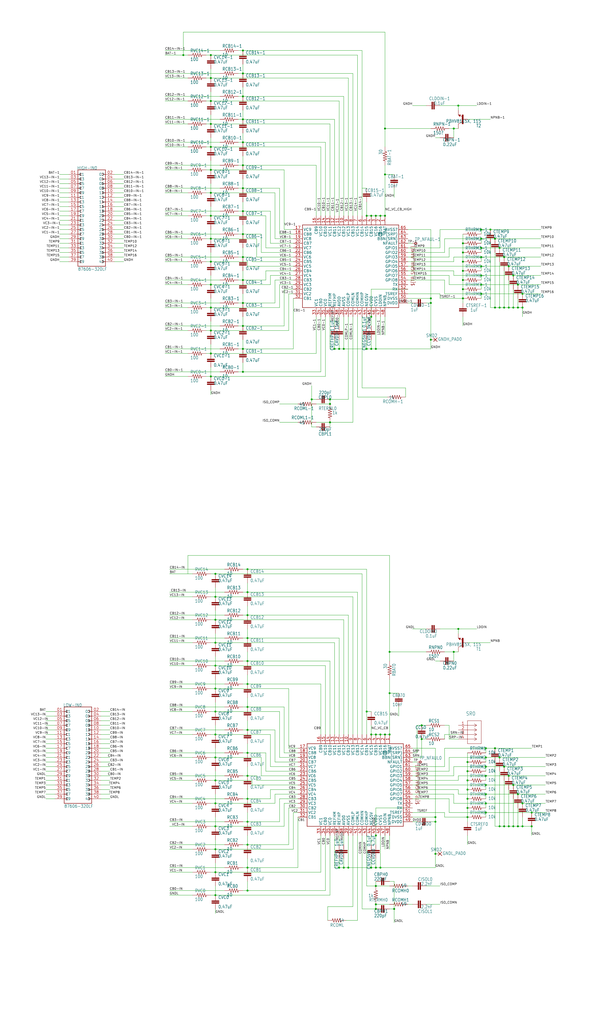
<source format=kicad_sch>
(kicad_sch (version 20250114) (generator "eeschema") (generator_version "9.0")
  (paper "User" 329.743 566.522)
  (lib_symbols
    (symbol "sdp-eagle-import:-NPN-SOT89-BCE"
      (property "Reference" "T" (at -10.16 7.62 0))
      (symbol "-NPN-SOT89-BCE_1_0"
        (pin passive line (at -2.54 0 0) (length 2.54) (name "B") (number "B"))
        (pin passive line (at 2.54 5.08 270) (length 2.54) (name "C") (number "C"))
        (pin passive line (at 2.54 -5.08 90) (length 2.54) (name "E") (number "E"))
      )
    )
    (symbol "sdp-eagle-import:87606-320LF"
      (property "Reference" "J" (at -8.12 27.94 0))
      (symbol "87606-320LF_1_0"
        (pin passive line (at -12.7 25.4 0) (length 5.08) (name "01") (number "01"))
        (pin passive line (at -12.7 22.86 0) (length 5.08) (name "03") (number "03"))
        (pin passive line (at -12.7 20.32 0) (length 5.08) (name "05") (number "05"))
        (pin passive line (at -12.7 17.78 0) (length 5.08) (name "07") (number "07"))
        (pin passive line (at -12.7 15.24 0) (length 5.08) (name "09") (number "09"))
        (pin passive line (at -12.7 12.7 0) (length 5.08) (name "11") (number "11"))
        (pin passive line (at -12.7 10.16 0) (length 5.08) (name "13") (number "13"))
        (pin passive line (at -12.7 7.62 0) (length 5.08) (name "15") (number "15"))
        (pin passive line (at -12.7 5.08 0) (length 5.08) (name "17") (number "17"))
        (pin passive line (at -12.7 2.54 0) (length 5.08) (name "19") (number "19"))
        (pin passive line (at -12.7 0 0) (length 5.08) (name "21") (number "21"))
        (pin passive line (at -12.7 -2.54 0) (length 5.08) (name "23") (number "23"))
        (pin passive line (at -12.7 -5.08 0) (length 5.08) (name "25") (number "25"))
        (pin passive line (at -12.7 -7.62 0) (length 5.08) (name "27") (number "27"))
        (pin passive line (at -12.7 -10.16 0) (length 5.08) (name "29") (number "29"))
        (pin passive line (at -12.7 -12.7 0) (length 5.08) (name "31") (number "31"))
        (pin passive line (at -12.7 -15.24 0) (length 5.08) (name "33") (number "33"))
        (pin passive line (at -12.7 -17.78 0) (length 5.08) (name "35") (number "35"))
        (pin passive line (at -12.7 -20.32 0) (length 5.08) (name "37") (number "37"))
        (pin passive line (at -12.7 -22.86 0) (length 5.08) (name "39") (number "39"))
        (pin passive line (at 12.7 25.4 180) (length 5.08) (name "02") (number "02"))
        (pin passive line (at 12.7 22.86 180) (length 5.08) (name "04") (number "04"))
        (pin passive line (at 12.7 20.32 180) (length 5.08) (name "06") (number "06"))
        (pin passive line (at 12.7 17.78 180) (length 5.08) (name "08") (number "08"))
        (pin passive line (at 12.7 15.24 180) (length 5.08) (name "10") (number "10"))
        (pin passive line (at 12.7 12.7 180) (length 5.08) (name "12") (number "12"))
        (pin passive line (at 12.7 10.16 180) (length 5.08) (name "14") (number "14"))
        (pin passive line (at 12.7 7.62 180) (length 5.08) (name "16") (number "16"))
        (pin passive line (at 12.7 5.08 180) (length 5.08) (name "18") (number "18"))
        (pin passive line (at 12.7 2.54 180) (length 5.08) (name "20") (number "20"))
        (pin passive line (at 12.7 0 180) (length 5.08) (name "22") (number "22"))
        (pin passive line (at 12.7 -2.54 180) (length 5.08) (name "24") (number "24"))
        (pin passive line (at 12.7 -5.08 180) (length 5.08) (name "26") (number "26"))
        (pin passive line (at 12.7 -7.62 180) (length 5.08) (name "28") (number "28"))
        (pin passive line (at 12.7 -10.16 180) (length 5.08) (name "30") (number "30"))
        (pin passive line (at 12.7 -12.7 180) (length 5.08) (name "32") (number "32"))
        (pin passive line (at 12.7 -15.24 180) (length 5.08) (name "34") (number "34"))
        (pin passive line (at 12.7 -17.78 180) (length 5.08) (name "36") (number "36"))
        (pin passive line (at 12.7 -20.32 180) (length 5.08) (name "38") (number "38"))
        (pin passive line (at 12.7 -22.86 180) (length 5.08) (name "40") (number "40"))
      )
    )
    (symbol "sdp-eagle-import:CAPACITORC0603"
      (property "Reference" "C" (at 1.524 0.381 0))
      (symbol "CAPACITORC0603_1_0"
        (pin passive line (at 0 2.54 270) (length 2.54) (name "1") (number "1"))
        (pin passive line (at 0 -5.08 90) (length 2.54) (name "2") (number "2"))
      )
    )
    (symbol "sdp-eagle-import:DF11-4DP-2DSA(24)"
      (symbol "DF11-4DP-2DSA(24)_1_0"
        (pin passive line (at 0 0 0) (length 5.08) (name "1") (number "1"))
        (pin passive line (at 0 -2.54 0) (length 5.08) (name "2") (number "2"))
        (pin passive line (at 0 -5.08 0) (length 5.08) (name "3") (number "3"))
        (pin passive line (at 0 -7.62 0) (length 5.08) (name "4") (number "4"))
      )
    )
    (symbol "sdp-eagle-import:PBQ79656PAPTQ1"
      (property "Reference" "IC" (at 52.07 12.7 0))
      (symbol "PBQ79656PAPTQ1_1_0"
        (pin bidirectional line (at 0 0 0) (length 5.08) (name "BAT") (number "1"))
        (pin bidirectional line (at 0 -2.54 0) (length 5.08) (name "CB16") (number "2"))
        (pin bidirectional line (at 0 -5.08 0) (length 5.08) (name "VC16") (number "3"))
        (pin bidirectional line (at 0 -7.62 0) (length 5.08) (name "CB15") (number "4"))
        (pin bidirectional line (at 0 -10.16 0) (length 5.08) (name "VC15") (number "5"))
        (pin bidirectional line (at 0 -12.7 0) (length 5.08) (name "CB14") (number "6"))
        (pin bidirectional line (at 0 -15.24 0) (length 5.08) (name "VC14") (number "7"))
        (pin bidirectional line (at 0 -17.78 0) (length 5.08) (name "CB13") (number "8"))
        (pin bidirectional line (at 0 -20.32 0) (length 5.08) (name "VC13") (number "9"))
        (pin bidirectional line (at 0 -22.86 0) (length 5.08) (name "CB12") (number "10"))
        (pin bidirectional line (at 0 -25.4 0) (length 5.08) (name "VC12") (number "11"))
        (pin bidirectional line (at 0 -27.94 0) (length 5.08) (name "CB11") (number "12"))
        (pin bidirectional line (at 0 -30.48 0) (length 5.08) (name "VC11") (number "13"))
        (pin bidirectional line (at 0 -33.02 0) (length 5.08) (name "CB10") (number "14"))
        (pin bidirectional line (at 0 -35.56 0) (length 5.08) (name "VC10") (number "15"))
        (pin bidirectional line (at 0 -38.1 0) (length 5.08) (name "CB9") (number "16"))
        (pin bidirectional line (at 7.62 12.7 270) (length 5.08) (name "AVSS?") (number "65"))
        (pin bidirectional line (at 7.62 -50.8 90) (length 5.08) (name "VC9") (number "17"))
        (pin bidirectional line (at 10.16 12.7 270) (length 5.08) (name "BBP(SRP)") (number "64"))
        (pin bidirectional line (at 10.16 -50.8 90) (length 5.08) (name "CB8") (number "18"))
        (pin bidirectional line (at 12.7 12.7 270) (length 5.08) (name "BBN(SRN)") (number "63"))
        (pin bidirectional line (at 12.7 -50.8 90) (length 5.08) (name "VC8") (number "19"))
        (pin bidirectional line (at 15.24 12.7 270) (length 5.08) (name "NFAULT") (number "62"))
        (pin bidirectional line (at 15.24 -50.8 90) (length 5.08) (name "CB7") (number "20"))
        (pin bidirectional line (at 17.78 12.7 270) (length 5.08) (name "GPIO1") (number "61"))
        (pin bidirectional line (at 17.78 -50.8 90) (length 5.08) (name "VC7") (number "21"))
        (pin bidirectional line (at 20.32 12.7 270) (length 5.08) (name "GPIO2") (number "60"))
        (pin bidirectional line (at 20.32 -50.8 90) (length 5.08) (name "CB6") (number "22"))
        (pin bidirectional line (at 22.86 12.7 270) (length 5.08) (name "GPIO3") (number "59"))
        (pin bidirectional line (at 22.86 -50.8 90) (length 5.08) (name "VC6") (number "23"))
        (pin bidirectional line (at 25.4 12.7 270) (length 5.08) (name "GPIO4") (number "58"))
        (pin bidirectional line (at 25.4 -50.8 90) (length 5.08) (name "CB5") (number "24"))
        (pin bidirectional line (at 27.94 12.7 270) (length 5.08) (name "GPIO5") (number "57"))
        (pin bidirectional line (at 27.94 -50.8 90) (length 5.08) (name "VC5") (number "25"))
        (pin bidirectional line (at 30.48 12.7 270) (length 5.08) (name "GPIO6") (number "56"))
        (pin bidirectional line (at 30.48 -50.8 90) (length 5.08) (name "CB4") (number "26"))
        (pin bidirectional line (at 33.02 12.7 270) (length 5.08) (name "GPIO7") (number "55"))
        (pin bidirectional line (at 33.02 -50.8 90) (length 5.08) (name "VC4") (number "27"))
        (pin bidirectional line (at 35.56 12.7 270) (length 5.08) (name "GPIO8") (number "54"))
        (pin bidirectional line (at 35.56 -50.8 90) (length 5.08) (name "CB3") (number "28"))
        (pin bidirectional line (at 38.1 12.7 270) (length 5.08) (name "TX") (number "53"))
        (pin bidirectional line (at 38.1 -50.8 90) (length 5.08) (name "VC3") (number "29"))
        (pin bidirectional line (at 40.64 12.7 270) (length 5.08) (name "RX") (number "52"))
        (pin bidirectional line (at 40.64 -50.8 90) (length 5.08) (name "CB2") (number "30"))
        (pin bidirectional line (at 43.18 12.7 270) (length 5.08) (name "TSREF") (number "51"))
        (pin bidirectional line (at 43.18 -50.8 90) (length 5.08) (name "VC2") (number "31"))
        (pin bidirectional line (at 45.72 12.7 270) (length 5.08) (name "DVSS") (number "50"))
        (pin bidirectional line (at 45.72 -50.8 90) (length 5.08) (name "CB1") (number "32"))
        (pin bidirectional line (at 48.26 12.7 270) (length 5.08) (name "DVDD") (number "49"))
        (pin bidirectional line (at 55.88 0 180) (length 5.08) (name "NPNB") (number "48"))
        (pin bidirectional line (at 55.88 -2.54 180) (length 5.08) (name "LDOIN") (number "47"))
        (pin bidirectional line (at 55.88 -5.08 180) (length 5.08) (name "CVSS") (number "46"))
        (pin bidirectional line (at 55.88 -7.62 180) (length 5.08) (name "CVDD") (number "45"))
        (pin bidirectional line (at 55.88 -10.16 180) (length 5.08) (name "NEG5V") (number "44"))
        (pin bidirectional line (at 55.88 -12.7 180) (length 5.08) (name "COMHP") (number "43"))
        (pin bidirectional line (at 55.88 -15.24 180) (length 5.08) (name "COMHN") (number "42"))
        (pin bidirectional line (at 55.88 -17.78 180) (length 5.08) (name "COMLN") (number "41"))
        (pin bidirectional line (at 55.88 -20.32 180) (length 5.08) (name "COMLP") (number "40"))
        (pin bidirectional line (at 55.88 -22.86 180) (length 5.08) (name "AVSS") (number "39"))
        (pin bidirectional line (at 55.88 -25.4 180) (length 5.08) (name "AVDD") (number "38"))
        (pin bidirectional line (at 55.88 -27.94 180) (length 5.08) (name "REFHP") (number "37"))
        (pin bidirectional line (at 55.88 -30.48 180) (length 5.08) (name "REFHM") (number "36"))
        (pin bidirectional line (at 55.88 -33.02 180) (length 5.08) (name "VC0") (number "35"))
        (pin bidirectional line (at 55.88 -35.56 180) (length 5.08) (name "CB0") (number "34"))
        (pin bidirectional line (at 55.88 -38.1 180) (length 5.08) (name "VC1") (number "33"))
      )
    )
    (symbol "sdp-eagle-import:R-US_R2010"
      (property "Reference" "R" (at -3.81 1.4986 0))
      (symbol "R-US_R2010_1_0"
        (pin passive line (at -5.08 0 0) (length 2.54) (name "1") (number "1"))
        (pin passive line (at 5.08 0 180) (length 2.54) (name "2") (number "2"))
      )
    )
    (symbol "sdp-eagle-import:R-US_R2512W"
      (property "Reference" "R" (at -3.81 1.4986 0))
      (symbol "R-US_R2512W_1_0"
        (pin passive line (at -5.08 0 0) (length 2.54) (name "1") (number "1"))
        (pin passive line (at 5.08 0 180) (length 2.54) (name "2") (number "2"))
      )
    )
    (symbol "sdp-eagle-import:RESISTORR0603"
      (property "Reference" "R" (at -3.81 1.4986 0))
      (symbol "RESISTORR0603_1_0"
        (pin passive line (at -5.08 0 0) (length 2.54) (name "1") (number "1"))
        (pin passive line (at 5.08 0 180) (length 2.54) (name "2") (number "2"))
      )
    )
    (symbol "sdp-eagle-import:SMD2"
      (property "Reference" "PAD" (at -1.143 1.8542 0))
      (symbol "SMD2_1_0"
        (pin passive line (at 2.54 0 180) (length 2.54) (name "P") (number "1"))
      )
    )
    (symbol "sdp-eagle-import:TPB2,54"
      (property "Reference" "TP" (at -1.27 1.27 0))
      (symbol "TPB2,54_1_0"
        (text "${TP_SIGNAL_NAME}" (at 1.27 -1.27 0) (effects (font (size 1.778 1.5113)) (justify left bottom)))
        (pin input line (at 0 -2.54 90) (length 2.54) (name "TP") (number "TP"))
      )
    )
  )
  (junction (at 279.4 424.18))
  (junction (at 256.54 149.86))
  (junction (at 276.86 419.1))
  (junction (at 134.62 53.34))
  (junction (at 116.84 55.88))
  (junction (at 241.3 452.12))
  (junction (at 289.56 444.5))
  (junction (at 213.36 119.38))
  (junction (at 284.48 434.34))
  (junction (at 134.62 193.04))
  (junction (at 137.16 416.56))
  (junction (at 266.7 127))
  (junction (at 259.08 447.04))
  (junction (at 259.08 452.12))
  (junction (at 276.86 457.2))
  (junction (at 134.62 180.34))
  (junction (at 116.84 170.18))
  (junction (at 137.16 353.06))
  (junction (at 116.84 119.38))
  (junction (at 119.38 457.2))
  (junction (at 208.28 480.06))
  (junction (at 269.24 434.34))
  (junction (at 208.28 119.38))
  (junction (at 119.38 355.6))
  (junction (at 182.88 223.52))
  (junction (at 210.82 119.38))
  (junction (at 289.56 170.18))
  (junction (at 134.62 27.94))
  (junction (at 269.24 429.26))
  (junction (at 281.94 147.32))
  (junction (at 294.64 457.2))
  (junction (at 279.4 170.18))
  (junction (at 119.38 482.6))
  (junction (at 208.28 500.38))
  (junction (at 289.56 162.56))
  (junction (at 269.24 444.5))
  (junction (at 256.54 165.1))
  (junction (at 119.38 330.2))
  (junction (at 269.24 449.58))
  (junction (at 137.16 492.76))
  (junction (at 119.38 431.8))
  (junction (at 215.9 360.68))
  (junction (at 284.48 457.2))
  (junction (at 251.46 360.68))
  (junction (at 190.5 193.04))
  (junction (at 116.84 68.58))
  (junction (at 266.7 147.32))
  (junction (at 137.16 480.06))
  (junction (at 134.62 104.14))
  (junction (at 137.16 467.36))
  (junction (at 205.74 480.06))
  (junction (at 134.62 205.74))
  (junction (at 269.24 439.42))
  (junction (at 281.94 429.26))
  (junction (at 279.4 457.2))
  (junction (at 134.62 167.64))
  (junction (at 208.28 193.04))
  (junction (at 274.32 132.08))
  (junction (at 205.74 119.38))
  (junction (at 256.54 139.7))
  (junction (at 279.4 142.24))
  (junction (at 119.38 342.9))
  (junction (at 137.16 340.36))
  (junction (at 269.24 414.02))
  (junction (at 294.64 449.58))
  (junction (at 287.02 457.2))
  (junction (at 259.08 426.72))
  (junction (at 116.84 208.28))
  (junction (at 119.38 381))
  (junction (at 287.02 157.48))
  (junction (at 208.28 406.4))
  (junction (at 284.48 152.4))
  (junction (at 185.42 193.04))
  (junction (at 210.82 406.4))
  (junction (at 215.9 383.54))
  (junction (at 187.96 193.04))
  (junction (at 116.84 81.28))
  (junction (at 193.04 480.06))
  (junction (at 119.38 317.5))
  (junction (at 101.6 30.48))
  (junction (at 137.16 454.66))
  (junction (at 266.7 137.16))
  (junction (at 134.62 142.24))
  (junction (at 137.16 429.26))
  (junction (at 182.88 220.98))
  (junction (at 238.76 165.1))
  (junction (at 256.54 154.94))
  (junction (at 254 347.98))
  (junction (at 213.36 96.52))
  (junction (at 215.9 406.4))
  (junction (at 116.84 195.58))
  (junction (at 208.28 462.28))
  (junction (at 256.54 160.02))
  (junction (at 274.32 170.18))
  (junction (at 182.88 233.68))
  (junction (at 172.72 220.98))
  (junction (at 119.38 393.7))
  (junction (at 266.7 152.4))
  (junction (at 134.62 154.94))
  (junction (at 266.7 142.24))
  (junction (at 238.76 167.64))
  (junction (at 251.46 71.12))
  (junction (at 116.84 182.88))
  (junction (at 287.02 439.42))
  (junction (at 208.28 490.22))
  (junction (at 119.38 495.3))
  (junction (at 241.3 472.44))
  (junction (at 266.7 132.08))
  (junction (at 213.36 71.12))
  (junction (at 208.28 502.92))
  (junction (at 203.2 193.04))
  (junction (at 116.84 157.48))
  (junction (at 116.84 43.18))
  (junction (at 276.86 137.16))
  (junction (at 134.62 78.74))
  (junction (at 233.68 408.94))
  (junction (at 134.62 129.54))
  (junction (at 134.62 116.84))
  (junction (at 210.82 480.06))
  (junction (at 266.7 157.48))
  (junction (at 134.62 91.44))
  (junction (at 137.16 327.66))
  (junction (at 259.08 441.96))
  (junction (at 116.84 132.08))
  (junction (at 190.5 480.06))
  (junction (at 254 58.42))
  (junction (at 137.16 365.76))
  (junction (at 116.84 144.78))
  (junction (at 137.16 378.46))
  (junction (at 238.76 187.96))
  (junction (at 137.16 441.96))
  (junction (at 205.74 175.26))
  (junction (at 203.2 393.7))
  (junction (at 116.84 93.98))
  (junction (at 259.08 421.64))
  (junction (at 276.86 170.18))
  (junction (at 259.08 436.88))
  (junction (at 137.16 403.86))
  (junction (at 241.3 454.66))
  (junction (at 256.54 144.78))
  (junction (at 205.74 193.04))
  (junction (at 213.36 406.4))
  (junction (at 137.16 314.96))
  (junction (at 271.78 127))
  (junction (at 284.48 170.18))
  (junction (at 119.38 469.9))
  (junction (at 119.38 419.1))
  (junction (at 233.68 401.32))
  (junction (at 259.08 431.8))
  (junction (at 289.56 457.2))
  (junction (at 134.62 40.64))
  (junction (at 116.84 106.68))
  (junction (at 256.54 134.62))
  (junction (at 119.38 368.3))
  (junction (at 269.24 424.18))
  (junction (at 134.62 66.04))
  (junction (at 119.38 406.4))
  (junction (at 269.24 419.1))
  (junction (at 218.44 502.92))
  (junction (at 274.32 414.02))
  (junction (at 137.16 391.16))
  (junction (at 203.2 119.38))
  (junction (at 287.02 170.18))
  (junction (at 205.74 406.4))
  (junction (at 119.38 444.5))
  (junction (at 266.7 162.56))
  (junction (at 116.84 30.48))
  (junction (at 281.94 457.2))
  (junction (at 281.94 170.18))
  (junction (at 187.96 480.06))
  (wire (pts (xy 294.64 457.2) (xy 294.64 462.28)) (stroke (width 0.1524)))
  (wire (pts (xy 210.82 406.4) (xy 213.36 406.4)) (stroke (width 0.1524)))
  (wire (pts (xy 172.72 236.22) (xy 172.72 220.98)) (stroke (width 0.1524)))
  (wire (pts (xy 251.46 424.18) (xy 269.24 424.18)) (stroke (width 0.1524)))
  (wire (pts (xy 175.26 220.98) (xy 172.72 220.98)) (stroke (width 0.1524)))
  (wire (pts (xy 55.88 396.24) (xy 60.96 396.24)) (stroke (width 0.1524)))
  (wire (pts (xy 33.02 132.08) (xy 38.1 132.08)) (stroke (width 0.1524)))
  (wire (pts (xy 137.16 378.46) (xy 177.8 378.46)) (stroke (width 0.1524)))
  (wire (pts (xy 243.84 347.98) (xy 254 347.98)) (stroke (width 0.1524)))
  (wire (pts (xy 106.68 381) (xy 93.98 381)) (stroke (width 0.1524)))
  (wire (pts (xy 116.84 482.6) (xy 119.38 482.6)) (stroke (width 0.1524)))
  (wire (pts (xy 254 350.52) (xy 254 347.98)) (stroke (width 0.1524)))
  (wire (pts (xy 152.4 403.86) (xy 152.4 421.64)) (stroke (width 0.1524)))
  (wire (pts (xy 203.2 193.04) (xy 205.74 193.04)) (stroke (width 0.1524)))
  (wire (pts (xy 132.08 167.64) (xy 134.62 167.64)) (stroke (width 0.1524)))
  (wire (pts (xy 259.08 441.96) (xy 259.08 447.04)) (stroke (width 0.1524)))
  (wire (pts (xy 63.5 121.92) (xy 68.58 121.92)) (stroke (width 0.1524)))
  (wire (pts (xy 106.68 419.1) (xy 93.98 419.1)) (stroke (width 0.1524)))
  (wire (pts (xy 228.6 414.02) (xy 241.3 414.02)) (stroke (width 0.1524)))
  (wire (pts (xy 185.42 480.06) (xy 187.96 480.06)) (stroke (width 0.1524)))
  (wire (pts (xy 149.86 157.48) (xy 149.86 152.4)) (stroke (width 0.1524)))
  (wire (pts (xy 132.08 53.34) (xy 134.62 53.34)) (stroke (width 0.1524)))
  (wire (pts (xy 226.06 127) (xy 238.76 127)) (stroke (width 0.1524)))
  (wire (pts (xy 246.38 154.94) (xy 246.38 162.56)) (stroke (width 0.1524)))
  (wire (pts (xy 137.16 144.78) (xy 137.16 147.32)) (stroke (width 0.1524)))
  (wire (pts (xy 281.94 170.18) (xy 281.94 154.94)) (stroke (width 0.1524)))
  (wire (pts (xy 30.48 403.86) (xy 25.4 403.86)) (stroke (width 0.1524)))
  (wire (pts (xy 134.62 187.96) (xy 134.62 193.04)) (stroke (width 0.1524)))
  (wire (pts (xy 181.61 501.65) (xy 181.61 509.27)))
  (wire (pts (xy 190.5 474.98) (xy 190.5 480.06)) (stroke (width 0.1524)))
  (wire (pts (xy 104.14 81.28) (xy 91.44 81.28)) (stroke (width 0.1524)))
  (wire (pts (xy 175.26 195.58) (xy 175.26 175.26)) (stroke (width 0.1524)))
  (wire (pts (xy 106.68 495.3) (xy 93.98 495.3)) (stroke (width 0.1524)))
  (wire (pts (xy 134.62 167.64) (xy 152.4 167.64)) (stroke (width 0.1524)))
  (wire (pts (xy 187.96 462.28) (xy 187.96 467.36)) (stroke (width 0.1524)))
  (wire (pts (xy 226.06 167.64) (xy 228.6 167.64)) (stroke (width 0.1524)))
  (wire (pts (xy 269.24 444.5) (xy 289.56 444.5)) (stroke (width 0.1524)))
  (wire (pts (xy 101.6 17.78) (xy 213.36 17.78)) (stroke (width 0.1524)))
  (wire (pts (xy 134.62 193.04) (xy 162.56 193.04)) (stroke (width 0.1524)))
  (wire (pts (xy 248.92 157.48) (xy 266.7 157.48)) (stroke (width 0.1524)))
  (wire (pts (xy 116.84 317.5) (xy 119.38 317.5)) (stroke (width 0.1524)))
  (wire (pts (xy 119.38 368.3) (xy 180.34 368.3)) (stroke (width 0.1524)))
  (wire (pts (xy 116.84 342.9) (xy 119.38 342.9)) (stroke (width 0.1524)))
  (wire (pts (xy 218.44 104.14) (xy 218.44 109.22)) (stroke (width 0.1524)))
  (wire (pts (xy 213.36 17.78) (xy 213.36 71.12)) (stroke (width 0.1524)))
  (wire (pts (xy 106.68 342.9) (xy 93.98 342.9)) (stroke (width 0.1524)))
  (wire (pts (xy 137.16 441.96) (xy 149.86 441.96)) (stroke (width 0.1524)))
  (wire (pts (xy 256.54 149.86) (xy 256.54 154.94)) (stroke (width 0.1524)))
  (wire (pts (xy 137.16 474.98) (xy 137.16 480.06)) (stroke (width 0.1524)))
  (wire (pts (xy 134.62 78.74) (xy 180.34 78.74)) (stroke (width 0.1524)))
  (wire (pts (xy 142.24 429.26) (xy 142.24 431.8)) (stroke (width 0.1524)))
  (wire (pts (xy 160.02 447.04) (xy 165.1 447.04)) (stroke (width 0.1524)))
  (wire (pts (xy 134.62 60.96) (xy 134.62 66.04)) (stroke (width 0.1524)))
  (wire (pts (xy 185.42 175.26) (xy 185.42 180.34)) (stroke (width 0.1524)))
  (wire (pts (xy 116.84 381) (xy 119.38 381)) (stroke (width 0.1524)))
  (wire (pts (xy 274.32 170.18) (xy 274.32 139.7)) (stroke (width 0.1524)))
  (wire (pts (xy 119.38 330.2) (xy 119.38 325.12)) (stroke (width 0.1524)))
  (wire (pts (xy 144.78 429.26) (xy 165.1 429.26)) (stroke (width 0.1524)))
  (wire (pts (xy 269.24 447.04) (xy 269.24 444.5)) (stroke (width 0.1524)))
  (wire (pts (xy 198.12 30.48) (xy 198.12 119.38)) (stroke (width 0.1524)))
  (wire (pts (xy 116.84 43.18) (xy 116.84 38.1)) (stroke (width 0.1524)))
  (wire (pts (xy 132.08 154.94) (xy 134.62 154.94)) (stroke (width 0.1524)))
  (wire (pts (xy 271.78 127) (xy 299.72 127)) (stroke (width 0.1524)))
  (wire (pts (xy 266.7 132.08) (xy 274.32 132.08)) (stroke (width 0.1524)))
  (wire (pts (xy 185.42 119.38) (xy 185.42 66.04)) (stroke (width 0.1524)))
  (wire (pts (xy 238.76 187.96) (xy 238.76 167.64)) (stroke (width 0.1524)))
  (wire (pts (xy 185.42 193.04) (xy 187.96 193.04)) (stroke (width 0.1524)))
  (wire (pts (xy 198.12 509.27) (xy 191.77 509.27)))
  (wire (pts (xy 137.16 365.76) (xy 182.88 365.76)) (stroke (width 0.1524)))
  (wire (pts (xy 116.84 63.5) (xy 116.84 68.58)) (stroke (width 0.1524)))
  (wire (pts (xy 132.08 91.44) (xy 134.62 91.44)) (stroke (width 0.1524)))
  (wire (pts (xy 55.88 414.02) (xy 60.96 414.02)) (stroke (width 0.1524)))
  (wire (pts (xy 228.6 421.64) (xy 231.14 421.64)) (stroke (width 0.1524)))
  (wire (pts (xy 208.28 500.38) (xy 208.28 502.92)) (stroke (width 0.1524)))
  (wire (pts (xy 172.72 220.98) (xy 172.72 213.36)) (stroke (width 0.1524)))
  (wire (pts (xy 246.38 132.08) (xy 266.7 132.08)) (stroke (width 0.1524)))
  (wire (pts (xy 91.44 154.94) (xy 121.92 154.94)) (stroke (width 0.1524)))
  (wire (pts (xy 182.88 223.52) (xy 182.88 220.98)) (stroke (width 0.1524)))
  (wire (pts (xy 254 439.42) (xy 269.24 439.42)) (stroke (width 0.1524)))
  (wire (pts (xy 266.7 127) (xy 271.78 127)) (stroke (width 0.1524)))
  (wire (pts (xy 213.36 175.26) (xy 213.36 185.42)) (stroke (width 0.1524)))
  (wire (pts (xy 198.12 30.48) (xy 116.84 30.48)) (stroke (width 0.1524)))
  (wire (pts (xy 274.32 414.02) (xy 294.64 414.02)) (stroke (width 0.1524)))
  (wire (pts (xy 248.92 408.94) (xy 248.92 401.32)) (stroke (width 0.1524)))
  (wire (pts (xy 114.3 132.08) (xy 116.84 132.08)) (stroke (width 0.1524)))
  (wire (pts (xy 190.5 480.06) (xy 193.04 480.06)) (stroke (width 0.1524)))
  (wire (pts (xy 134.62 73.66) (xy 134.62 78.74)) (stroke (width 0.1524)))
  (wire (pts (xy 116.84 144.78) (xy 116.84 139.7)) (stroke (width 0.1524)))
  (wire (pts (xy 104.14 144.78) (xy 91.44 144.78)) (stroke (width 0.1524)))
  (wire (pts (xy 134.62 137.16) (xy 134.62 142.24)) (stroke (width 0.1524)))
  (wire (pts (xy 101.6 30.48) (xy 91.44 30.48)) (stroke (width 0.1524)))
  (wire (pts (xy 205.74 187.96) (xy 205.74 193.04)) (stroke (width 0.1524)))
  (wire (pts (xy 251.46 144.78) (xy 251.46 142.24)) (stroke (width 0.1524)))
  (wire (pts (xy 91.44 104.14) (xy 121.92 104.14)) (stroke (width 0.1524)))
  (wire (pts (xy 215.9 383.54) (xy 215.9 375.92)) (stroke (width 0.1524)))
  (wire (pts (xy 259.08 416.56) (xy 259.08 421.64)) (stroke (width 0.1524)))
  (wire (pts (xy 116.84 119.38) (xy 147.32 119.38)) (stroke (width 0.1524)))
  (wire (pts (xy 228.6 424.18) (xy 246.38 424.18)) (stroke (width 0.1524)))
  (wire (pts (xy 226.06 162.56) (xy 243.84 162.56)) (stroke (width 0.1524)))
  (wire (pts (xy 269.24 439.42) (xy 287.02 439.42)) (stroke (width 0.1524)))
  (wire (pts (xy 30.48 401.32) (xy 25.4 401.32)) (stroke (width 0.1524)))
  (wire (pts (xy 147.32 149.86) (xy 162.56 149.86)) (stroke (width 0.1524)))
  (wire (pts (xy 63.5 124.46) (xy 68.58 124.46)) (stroke (width 0.1524)))
  (wire (pts (xy 289.56 170.18) (xy 289.56 175.26)) (stroke (width 0.1524)))
  (wire (pts (xy 279.4 170.18) (xy 279.4 149.86)) (stroke (width 0.1524)))
  (wire (pts (xy 251.46 152.4) (xy 266.7 152.4)) (stroke (width 0.1524)))
  (wire (pts (xy 228.6 449.58) (xy 246.38 449.58)) (stroke (width 0.1524)))
  (wire (pts (xy 254 429.26) (xy 269.24 429.26)) (stroke (width 0.1524)))
  (wire (pts (xy 144.78 129.54) (xy 144.78 139.7)) (stroke (width 0.1524)))
  (wire (pts (xy 93.98 317.5) (xy 106.68 317.5)) (stroke (width 0.1524)))
  (wire (pts (xy 134.62 365.76) (xy 137.16 365.76)) (stroke (width 0.1524)))
  (wire (pts (xy 205.74 467.36) (xy 205.74 462.28)) (stroke (width 0.1524)))
  (wire (pts (xy 226.06 154.94) (xy 246.38 154.94)) (stroke (width 0.1524)))
  (wire (pts (xy 104.14 106.68) (xy 91.44 106.68)) (stroke (width 0.1524)))
  (wire (pts (xy 248.92 152.4) (xy 248.92 157.48)) (stroke (width 0.1524)))
  (wire (pts (xy 149.86 152.4) (xy 162.56 152.4)) (stroke (width 0.1524)))
  (wire (pts (xy 116.84 495.3) (xy 119.38 495.3)) (stroke (width 0.1524)))
  (wire (pts (xy 137.16 335.28) (xy 137.16 340.36)) (stroke (width 0.1524)))
  (wire (pts (xy 269.24 421.64) (xy 269.24 419.1)) (stroke (width 0.1524)))
  (wire (pts (xy 248.92 449.58) (xy 269.24 449.58)) (stroke (width 0.1524)))
  (wire (pts (xy 124.46 492.76) (xy 93.98 492.76)) (stroke (width 0.1524)))
  (wire (pts (xy 251.46 444.5) (xy 269.24 444.5)) (stroke (width 0.1524)))
  (wire (pts (xy 101.6 30.48) (xy 101.6 17.78)) (stroke (width 0.1524)))
  (wire (pts (xy 251.46 71.12) (xy 254 71.12)) (stroke (width 0.1524)))
  (wire (pts (xy 287.02 157.48) (xy 299.72 157.48)) (stroke (width 0.1524)))
  (wire (pts (xy 205.74 401.32) (xy 205.74 406.4)) (stroke (width 0.1524)))
  (wire (pts (xy 279.4 170.18) (xy 276.86 170.18)) (stroke (width 0.1524)))
  (wire (pts (xy 248.92 441.96) (xy 248.92 449.58)) (stroke (width 0.1524)))
  (wire (pts (xy 55.88 421.64) (xy 60.96 421.64)) (stroke (width 0.1524)))
  (wire (pts (xy 152.4 444.5) (xy 152.4 439.42)) (stroke (width 0.1524)))
  (wire (pts (xy 116.84 157.48) (xy 116.84 152.4)) (stroke (width 0.1524)))
  (wire (pts (xy 162.56 193.04) (xy 162.56 165.1)) (stroke (width 0.1524)))
  (wire (pts (xy 114.3 43.18) (xy 116.84 43.18)) (stroke (width 0.1524)))
  (wire (pts (xy 91.44 27.94) (xy 121.92 27.94)) (stroke (width 0.1524)))
  (wire (pts (xy 246.38 414.02) (xy 269.24 414.02)) (stroke (width 0.1524)))
  (wire (pts (xy 60.96 441.96) (xy 55.88 441.96)) (stroke (width 0.1524)))
  (wire (pts (xy 30.48 441.96) (xy 25.4 441.96)) (stroke (width 0.1524)))
  (wire (pts (xy 93.98 340.36) (xy 124.46 340.36)) (stroke (width 0.1524)))
  (wire (pts (xy 91.44 129.54) (xy 121.92 129.54)) (stroke (width 0.1524)))
  (wire (pts (xy 193.04 480.06) (xy 205.74 480.06)) (stroke (width 0.1524)))
  (wire (pts (xy 266.7 152.4) (xy 284.48 152.4)) (stroke (width 0.1524)))
  (wire (pts (xy 205.74 406.4) (xy 208.28 406.4)) (stroke (width 0.1524)))
  (wire (pts (xy 63.5 96.52) (xy 68.58 96.52)) (stroke (width 0.1524)))
  (wire (pts (xy 190.5 406.4) (xy 190.5 342.9)) (stroke (width 0.1524)))
  (wire (pts (xy 134.62 66.04) (xy 185.42 66.04)) (stroke (width 0.1524)))
  (wire (pts (xy 246.38 424.18) (xy 246.38 414.02)) (stroke (width 0.1524)))
  (wire (pts (xy 193.04 175.26) (xy 193.04 220.98)) (stroke (width 0.1524)))
  (wire (pts (xy 149.86 406.4) (xy 149.86 424.18)) (stroke (width 0.1524)))
  (wire (pts (xy 55.88 401.32) (xy 60.96 401.32)) (stroke (width 0.1524)))
  (wire (pts (xy 137.16 492.76) (xy 180.34 492.76)) (stroke (width 0.1524)))
  (wire (pts (xy 218.44 502.92) (xy 218.44 510.54)) (stroke (width 0.1524)))
  (wire (pts (xy 205.74 175.26) (xy 205.74 160.02)) (stroke (width 0.1524)))
  (wire (pts (xy 266.7 134.62) (xy 266.7 132.08)) (stroke (width 0.1524)))
  (wire (pts (xy 208.28 193.04) (xy 238.76 193.04)) (stroke (width 0.1524)))
  (wire (pts (xy 137.16 449.58) (xy 137.16 454.66)) (stroke (width 0.1524)))
  (wire (pts (xy 134.62 205.74) (xy 177.8 205.74)) (stroke (width 0.1524)))
  (wire (pts (xy 243.84 127) (xy 266.7 127)) (stroke (width 0.1524)))
  (wire (pts (xy 33.02 124.46) (xy 38.1 124.46)) (stroke (width 0.1524)))
  (wire (pts (xy 203.2 104.14) (xy 200.66 104.14)) (stroke (width 0.1524)))
  (wire (pts (xy 269.24 452.12) (xy 269.24 449.58)) (stroke (width 0.1524)))
  (wire (pts (xy 228.6 431.8) (xy 254 431.8)) (stroke (width 0.1524)))
  (wire (pts (xy 134.62 327.66) (xy 137.16 327.66)) (stroke (width 0.1524)))
  (wire (pts (xy 116.84 406.4) (xy 119.38 406.4)) (stroke (width 0.1524)))
  (wire (pts (xy 116.84 93.98) (xy 116.84 88.9)) (stroke (width 0.1524)))
  (wire (pts (xy 289.56 170.18) (xy 287.02 170.18)) (stroke (width 0.1524)))
  (wire (pts (xy 119.38 337.82) (xy 119.38 342.9)) (stroke (width 0.1524)))
  (wire (pts (xy 104.14 30.48) (xy 101.6 30.48)) (stroke (width 0.1524)))
  (wire (pts (xy 134.62 441.96) (xy 137.16 441.96)) (stroke (width 0.1524)))
  (wire (pts (xy 132.08 78.74) (xy 134.62 78.74)) (stroke (width 0.1524)))
  (wire (pts (xy 243.84 365.76) (xy 241.3 365.76)) (stroke (width 0.1524)))
  (wire (pts (xy 185.42 406.4) (xy 185.42 355.6)) (stroke (width 0.1524)))
  (wire (pts (xy 134.62 340.36) (xy 137.16 340.36)) (stroke (width 0.1524)))
  (wire (pts (xy 256.54 139.7) (xy 256.54 144.78)) (stroke (width 0.1524)))
  (wire (pts (xy 106.68 469.9) (xy 93.98 469.9)) (stroke (width 0.1524)))
  (wire (pts (xy 116.84 144.78) (xy 137.16 144.78)) (stroke (width 0.1524)))
  (wire (pts (xy 116.84 132.08) (xy 142.24 132.08)) (stroke (width 0.1524)))
  (wire (pts (xy 254 436.88) (xy 254 439.42)) (stroke (width 0.1524)))
  (wire (pts (xy 205.74 160.02) (xy 226.06 160.02)) (stroke (width 0.1524)))
  (wire (pts (xy 55.88 406.4) (xy 60.96 406.4)) (stroke (width 0.1524)))
  (wire (pts (xy 269.24 414.02) (xy 274.32 414.02)) (stroke (width 0.1524)))
  (wire (pts (xy 116.84 132.08) (xy 116.84 127)) (stroke (width 0.1524)))
  (wire (pts (xy 251.46 365.76) (xy 251.46 360.68)) (stroke (width 0.1524)))
  (wire (pts (xy 243.84 165.1) (xy 256.54 165.1)) (stroke (width 0.1524)))
  (wire (pts (xy 284.48 170.18) (xy 284.48 160.02)) (stroke (width 0.1524)))
  (wire (pts (xy 137.16 398.78) (xy 137.16 403.86)) (stroke (width 0.1524)))
  (wire (pts (xy 175.26 91.44) (xy 175.26 119.38)) (stroke (width 0.1524)))
  (wire (pts (xy 289.56 457.2) (xy 287.02 457.2)) (stroke (width 0.1524)))
  (wire (pts (xy 134.62 124.46) (xy 134.62 129.54)) (stroke (width 0.1524)))
  (wire (pts (xy 119.38 355.6) (xy 185.42 355.6)) (stroke (width 0.1524)))
  (wire (pts (xy 114.3 81.28) (xy 116.84 81.28)) (stroke (width 0.1524)))
  (wire (pts (xy 134.62 149.86) (xy 134.62 154.94)) (stroke (width 0.1524)))
  (wire (pts (xy 38.1 99.06) (xy 33.02 99.06)) (stroke (width 0.1524)))
  (wire (pts (xy 93.98 416.56) (xy 124.46 416.56)) (stroke (width 0.1524)))
  (wire (pts (xy 38.1 137.16) (xy 33.02 137.16)) (stroke (width 0.1524)))
  (wire (pts (xy 134.62 48.26) (xy 134.62 53.34)) (stroke (width 0.1524)))
  (wire (pts (xy 119.38 401.32) (xy 119.38 406.4)) (stroke (width 0.1524)))
  (wire (pts (xy 104.14 119.38) (xy 91.44 119.38)) (stroke (width 0.1524)))
  (wire (pts (xy 226.06 139.7) (xy 246.38 139.7)) (stroke (width 0.1524)))
  (wire (pts (xy 132.08 116.84) (xy 134.62 116.84)) (stroke (width 0.1524)))
  (wire (pts (xy 154.94 441.96) (xy 165.1 441.96)) (stroke (width 0.1524)))
  (wire (pts (xy 215.9 360.68) (xy 215.9 365.76)) (stroke (width 0.1524)))
  (wire (pts (xy 218.44 96.52) (xy 213.36 96.52)) (stroke (width 0.1524)))
  (wire (pts (xy 137.16 462.28) (xy 137.16 467.36)) (stroke (width 0.1524)))
  (wire (pts (xy 33.02 111.76) (xy 38.1 111.76)) (stroke (width 0.1524)))
  (wire (pts (xy 266.7 137.16) (xy 276.86 137.16)) (stroke (width 0.1524)))
  (wire (pts (xy 195.58 175.26) (xy 195.58 233.68)) (stroke (width 0.1524)))
  (wire (pts (xy 266.7 129.54) (xy 266.7 127)) (stroke (width 0.1524)))
  (wire (pts (xy 281.94 457.2) (xy 281.94 436.88)) (stroke (width 0.1524)))
  (wire (pts (xy 119.38 482.6) (xy 177.8 482.6)) (stroke (width 0.1524)))
  (wire (pts (xy 152.4 106.68) (xy 152.4 132.08)) (stroke (width 0.1524)))
  (wire (pts (xy 254 347.98) (xy 264.16 347.98)) (stroke (width 0.1524)))
  (wire (pts (xy 119.38 381) (xy 160.02 381)) (stroke (width 0.1524)))
  (wire (pts (xy 38.1 104.14) (xy 33.02 104.14)) (stroke (width 0.1524)))
  (wire (pts (xy 182.88 119.38) (xy 182.88 68.58)) (stroke (width 0.1524)))
  (wire (pts (xy 195.58 119.38) (xy 195.58 40.64)) (stroke (width 0.1524)))
  (wire (pts (xy 116.84 50.8) (xy 116.84 55.88)) (stroke (width 0.1524)))
  (wire (pts (xy 269.24 424.18) (xy 279.4 424.18)) (stroke (width 0.1524)))
  (wire (pts (xy 208.28 462.28) (xy 208.28 447.04)) (stroke (width 0.1524)))
  (wire (pts (xy 203.2 462.28) (xy 203.2 490.22)) (stroke (width 0.1524)))
  (wire (pts (xy 137.16 424.18) (xy 137.16 429.26)) (stroke (width 0.1524)))
  (wire (pts (xy 55.88 408.94) (xy 60.96 408.94)) (stroke (width 0.1524)))
  (wire (pts (xy 30.48 431.8) (xy 25.4 431.8)) (stroke (width 0.1524)))
  (wire (pts (xy 231.14 416.56) (xy 231.14 401.32)) (stroke (width 0.1524)))
  (wire (pts (xy 162.56 449.58) (xy 165.1 449.58)) (stroke (width 0.1524)))
  (wire (pts (xy 63.5 101.6) (xy 68.58 101.6)) (stroke (width 0.1524)))
  (wire (pts (xy 33.02 116.84) (xy 38.1 116.84)) (stroke (width 0.1524)))
  (wire (pts (xy 269.24 441.96) (xy 269.24 439.42)) (stroke (width 0.1524)))
  (wire (pts (xy 274.32 132.08) (xy 299.72 132.08)) (stroke (width 0.1524)))
  (wire (pts (xy 281.94 457.2) (xy 279.4 457.2)) (stroke (width 0.1524)))
  (wire (pts (xy 63.5 127) (xy 68.58 127)) (stroke (width 0.1524)))
  (wire (pts (xy 134.62 99.06) (xy 134.62 104.14)) (stroke (width 0.1524)))
  (wire (pts (xy 284.48 152.4) (xy 299.72 152.4)) (stroke (width 0.1524)))
  (wire (pts (xy 198.12 219.71) (xy 214.63 219.71)))
  (wire (pts (xy 208.28 490.22) (xy 208.28 487.68)) (stroke (width 0.1524)))
  (wire (pts (xy 203.2 314.96) (xy 203.2 393.7)) (stroke (width 0.1524)))
  (wire (pts (xy 248.92 419.1) (xy 269.24 419.1)) (stroke (width 0.1524)))
  (wire (pts (xy 93.98 314.96) (xy 124.46 314.96)) (stroke (width 0.1524)))
  (wire (pts (xy 200.66 462.28) (xy 200.66 502.92)) (stroke (width 0.1524)))
  (wire (pts (xy 63.5 116.84) (xy 68.58 116.84)) (stroke (width 0.1524)))
  (wire (pts (xy 165.1 480.06) (xy 165.1 452.12)) (stroke (width 0.1524)))
  (wire (pts (xy 287.02 457.2) (xy 284.48 457.2)) (stroke (width 0.1524)))
  (wire (pts (xy 116.84 368.3) (xy 119.38 368.3)) (stroke (width 0.1524)))
  (wire (pts (xy 281.94 147.32) (xy 299.72 147.32)) (stroke (width 0.1524)))
  (wire (pts (xy 134.62 116.84) (xy 149.86 116.84)) (stroke (width 0.1524)))
  (wire (pts (xy 256.54 175.26) (xy 256.54 180.34)) (stroke (width 0.1524)))
  (wire (pts (xy 208.28 119.38) (xy 210.82 119.38)) (stroke (width 0.1524)))
  (wire (pts (xy 228.6 419.1) (xy 233.68 419.1)) (stroke (width 0.1524)))
  (wire (pts (xy 134.62 467.36) (xy 137.16 467.36)) (stroke (width 0.1524)))
  (wire (pts (xy 63.5 114.3) (xy 68.58 114.3)) (stroke (width 0.1524)))
  (wire (pts (xy 248.92 137.16) (xy 266.7 137.16)) (stroke (width 0.1524)))
  (wire (pts (xy 203.2 119.38) (xy 205.74 119.38)) (stroke (width 0.1524)))
  (wire (pts (xy 119.38 495.3) (xy 119.38 490.22)) (stroke (width 0.1524)))
  (wire (pts (xy 91.44 180.34) (xy 121.92 180.34)) (stroke (width 0.1524)))
  (wire (pts (xy 246.38 452.12) (xy 259.08 452.12)) (stroke (width 0.1524)))
  (wire (pts (xy 177.8 378.46) (xy 177.8 406.4)) (stroke (width 0.1524)))
  (wire (pts (xy 121.92 193.04) (xy 91.44 193.04)) (stroke (width 0.1524)))
  (wire (pts (xy 132.08 66.04) (xy 134.62 66.04)) (stroke (width 0.1524)))
  (wire (pts (xy 203.2 187.96) (xy 203.2 193.04)) (stroke (width 0.1524)))
  (wire (pts (xy 215.9 360.68) (xy 236.22 360.68)) (stroke (width 0.1524)))
  (wire (pts (xy 30.48 396.24) (xy 25.4 396.24)) (stroke (width 0.1524)))
  (wire (pts (xy 134.62 111.76) (xy 134.62 116.84)) (stroke (width 0.1524)))
  (wire (pts (xy 132.08 142.24) (xy 134.62 142.24)) (stroke (width 0.1524)))
  (wire (pts (xy 104.14 55.88) (xy 91.44 55.88)) (stroke (width 0.1524)))
  (wire (pts (xy 243.84 58.42) (xy 254 58.42)) (stroke (width 0.1524)))
  (wire (pts (xy 302.26 434.34) (xy 284.48 434.34)) (stroke (width 0.1524)))
  (wire (pts (xy 236.22 500.38) (xy 243.84 500.38)) (stroke (width 0.1524)))
  (wire (pts (xy 25.4 429.26) (xy 30.48 429.26)) (stroke (width 0.1524)))
  (wire (pts (xy 281.94 170.18) (xy 279.4 170.18)) (stroke (width 0.1524)))
  (wire (pts (xy 25.4 411.48) (xy 30.48 411.48)) (stroke (width 0.1524)))
  (wire (pts (xy 25.4 393.7) (xy 30.48 393.7)) (stroke (width 0.1524)))
  (wire (pts (xy 63.5 104.14) (xy 68.58 104.14)) (stroke (width 0.1524)))
  (wire (pts (xy 33.02 96.52) (xy 38.1 96.52)) (stroke (width 0.1524)))
  (wire (pts (xy 134.62 91.44) (xy 175.26 91.44)) (stroke (width 0.1524)))
  (wire (pts (xy 266.7 139.7) (xy 266.7 137.16)) (stroke (width 0.1524)))
  (wire (pts (xy 116.84 330.2) (xy 119.38 330.2)) (stroke (width 0.1524)))
  (wire (pts (xy 182.88 233.68) (xy 195.58 233.68)) (stroke (width 0.1524)))
  (wire (pts (xy 132.08 104.14) (xy 134.62 104.14)) (stroke (width 0.1524)))
  (wire (pts (xy 193.04 43.18) (xy 193.04 119.38)) (stroke (width 0.1524)))
  (wire (pts (xy 238.76 454.66) (xy 241.3 454.66)) (stroke (width 0.1524)))
  (wire (pts (xy 157.48 127) (xy 162.56 127)) (stroke (width 0.1524)))
  (wire (pts (xy 104.14 93.98) (xy 91.44 93.98)) (stroke (width 0.1524)))
  (wire (pts (xy 38.1 142.24) (xy 33.02 142.24)) (stroke (width 0.1524)))
  (wire (pts (xy 236.22 58.42) (xy 228.6 58.42)) (stroke (width 0.1524)))
  (wire (pts (xy 91.44 167.64) (xy 121.92 167.64)) (stroke (width 0.1524)))
  (wire (pts (xy 182.88 233.68) (xy 175.26 233.68)) (stroke (width 0.1524)))
  (wire (pts (xy 289.56 444.5) (xy 302.26 444.5)) (stroke (width 0.1524)))
  (wire (pts (xy 190.5 462.28) (xy 190.5 467.36)) (stroke (width 0.1524)))
  (wire (pts (xy 134.62 35.56) (xy 134.62 40.64)) (stroke (width 0.1524)))
  (wire (pts (xy 104.14 68.58) (xy 91.44 68.58)) (stroke (width 0.1524)))
  (wire (pts (xy 134.62 200.66) (xy 134.62 205.74)) (stroke (width 0.1524)))
  (wire (pts (xy 116.84 101.6) (xy 116.84 106.68)) (stroke (width 0.1524)))
  (wire (pts (xy 119.38 457.2) (xy 157.48 457.2)) (stroke (width 0.1524)))
  (wire (pts (xy 139.7 434.34) (xy 165.1 434.34)) (stroke (width 0.1524)))
  (wire (pts (xy 104.14 307.34) (xy 215.9 307.34)) (stroke (width 0.1524)))
  (wire (pts (xy 276.86 170.18) (xy 274.32 170.18)) (stroke (width 0.1524)))
  (wire (pts (xy 195.58 406.4) (xy 195.58 330.2)) (stroke (width 0.1524)))
  (wire (pts (xy 246.38 139.7) (xy 246.38 132.08)) (stroke (width 0.1524)))
  (wire (pts (xy 30.48 436.88) (xy 25.4 436.88)) (stroke (width 0.1524)))
  (wire (pts (xy 236.22 490.22) (xy 243.84 490.22)) (stroke (width 0.1524)))
  (wire (pts (xy 30.48 434.34) (xy 25.4 434.34)) (stroke (width 0.1524)))
  (wire (pts (xy 116.84 106.68) (xy 152.4 106.68)) (stroke (width 0.1524)))
  (wire (pts (xy 160.02 182.88) (xy 160.02 162.56)) (stroke (width 0.1524)))
  (wire (pts (xy 114.3 119.38) (xy 116.84 119.38)) (stroke (width 0.1524)))
  (wire (pts (xy 218.44 487.68) (xy 218.44 502.92)) (stroke (width 0.1524)))
  (wire (pts (xy 134.62 429.26) (xy 137.16 429.26)) (stroke (width 0.1524)))
  (wire (pts (xy 114.3 195.58) (xy 116.84 195.58)) (stroke (width 0.1524)))
  (wire (pts (xy 200.66 317.5) (xy 119.38 317.5)) (stroke (width 0.1524)))
  (wire (pts (xy 134.62 403.86) (xy 137.16 403.86)) (stroke (width 0.1524)))
  (wire (pts (xy 63.5 132.08) (xy 68.58 132.08)) (stroke (width 0.1524)))
  (wire (pts (xy 236.22 167.64) (xy 238.76 167.64)) (stroke (width 0.1524)))
  (wire (pts (xy 208.28 474.98) (xy 208.28 480.06)) (stroke (width 0.1524)))
  (wire (pts (xy 134.62 53.34) (xy 190.5 53.34)) (stroke (width 0.1524)))
  (wire (pts (xy 187.96 193.04) (xy 190.5 193.04)) (stroke (width 0.1524)))
  (wire (pts (xy 119.38 419.1) (xy 144.78 419.1)) (stroke (width 0.1524)))
  (wire (pts (xy 147.32 416.56) (xy 147.32 426.72)) (stroke (width 0.1524)))
  (wire (pts (xy 104.14 195.58) (xy 91.44 195.58)) (stroke (width 0.1524)))
  (wire (pts (xy 157.48 416.56) (xy 165.1 416.56)) (stroke (width 0.1524)))
  (wire (pts (xy 114.3 55.88) (xy 116.84 55.88)) (stroke (width 0.1524)))
  (wire (pts (xy 182.88 175.26) (xy 182.88 193.04)) (stroke (width 0.1524)))
  (wire (pts (xy 106.68 355.6) (xy 93.98 355.6)) (stroke (width 0.1524)))
  (wire (pts (xy 266.7 165.1) (xy 266.7 162.56)) (stroke (width 0.1524)))
  (wire (pts (xy 134.62 154.94) (xy 147.32 154.94)) (stroke (width 0.1524)))
  (wire (pts (xy 116.84 431.8) (xy 119.38 431.8)) (stroke (width 0.1524)))
  (wire (pts (xy 157.48 457.2) (xy 157.48 444.5)) (stroke (width 0.1524)))
  (wire (pts (xy 251.46 142.24) (xy 266.7 142.24)) (stroke (width 0.1524)))
  (wire (pts (xy 149.86 134.62) (xy 162.56 134.62)) (stroke (width 0.1524)))
  (wire (pts (xy 259.08 462.28) (xy 259.08 467.36)) (stroke (width 0.1524)))
  (wire (pts (xy 93.98 378.46) (xy 124.46 378.46)) (stroke (width 0.1524)))
  (wire (pts (xy 93.98 365.76) (xy 124.46 365.76)) (stroke (width 0.1524)))
  (wire (pts (xy 132.08 27.94) (xy 134.62 27.94)) (stroke (width 0.1524)))
  (wire (pts (xy 269.24 416.56) (xy 269.24 414.02)) (stroke (width 0.1524)))
  (wire (pts (xy 30.48 406.4) (xy 25.4 406.4)) (stroke (width 0.1524)))
  (wire (pts (xy 116.84 419.1) (xy 119.38 419.1)) (stroke (width 0.1524)))
  (wire (pts (xy 134.62 162.56) (xy 134.62 167.64)) (stroke (width 0.1524)))
  (wire (pts (xy 134.62 91.44) (xy 134.62 86.36)) (stroke (width 0.1524)))
  (wire (pts (xy 210.82 462.28) (xy 210.82 480.06)) (stroke (width 0.1524)))
  (wire (pts (xy 132.08 129.54) (xy 134.62 129.54)) (stroke (width 0.1524)))
  (wire (pts (xy 134.62 142.24) (xy 139.7 142.24)) (stroke (width 0.1524)))
  (wire (pts (xy 132.08 205.74) (xy 134.62 205.74)) (stroke (width 0.1524)))
  (wire (pts (xy 119.38 495.3) (xy 182.88 495.3)) (stroke (width 0.1524)))
  (wire (pts (xy 200.66 406.4) (xy 200.66 317.5)) (stroke (width 0.1524)))
  (wire (pts (xy 246.38 360.68) (xy 251.46 360.68)) (stroke (width 0.1524)))
  (wire (pts (xy 119.38 431.8) (xy 139.7 431.8)) (stroke (width 0.1524)))
  (wire (pts (xy 185.42 187.96) (xy 185.42 193.04)) (stroke (width 0.1524)))
  (wire (pts (xy 119.38 330.2) (xy 195.58 330.2)) (stroke (width 0.1524)))
  (wire (pts (xy 55.88 429.26) (xy 60.96 429.26)) (stroke (width 0.1524)))
  (wire (pts (xy 114.3 93.98) (xy 116.84 93.98)) (stroke (width 0.1524)))
  (wire (pts (xy 134.62 40.64) (xy 195.58 40.64)) (stroke (width 0.1524)))
  (wire (pts (xy 233.68 408.94) (xy 236.22 408.94)) (stroke (width 0.1524)))
  (wire (pts (xy 177.8 81.28) (xy 177.8 119.38)) (stroke (width 0.1524)))
  (wire (pts (xy 137.16 411.48) (xy 137.16 416.56)) (stroke (width 0.1524)))
  (wire (pts (xy 93.98 454.66) (xy 124.46 454.66)) (stroke (width 0.1524)))
  (wire (pts (xy 238.76 165.1) (xy 238.76 167.64)) (stroke (width 0.1524)))
  (wire (pts (xy 175.26 236.22) (xy 172.72 236.22)) (stroke (width 0.1524)))
  (wire (pts (xy 208.28 490.22) (xy 215.9 490.22)) (stroke (width 0.1524)))
  (wire (pts (xy 25.4 408.94) (xy 30.48 408.94)) (stroke (width 0.1524)))
  (wire (pts (xy 287.02 170.18) (xy 284.48 170.18)) (stroke (width 0.1524)))
  (wire (pts (xy 198.12 327.66) (xy 198.12 406.4)) (stroke (width 0.1524)))
  (wire (pts (xy 279.4 424.18) (xy 302.26 424.18)) (stroke (width 0.1524)))
  (wire (pts (xy 154.94 170.18) (xy 154.94 157.48)) (stroke (width 0.1524)))
  (wire (pts (xy 55.88 393.7) (xy 60.96 393.7)) (stroke (width 0.1524)))
  (wire (pts (xy 182.88 193.04) (xy 185.42 193.04)) (stroke (width 0.1524)))
  (wire (pts (xy 116.84 68.58) (xy 182.88 68.58)) (stroke (width 0.1524)))
  (wire (pts (xy 134.62 129.54) (xy 144.78 129.54)) (stroke (width 0.1524)))
  (wire (pts (xy 284.48 457.2) (xy 281.94 457.2)) (stroke (width 0.1524)))
  (wire (pts (xy 68.58 142.24) (xy 63.5 142.24)) (stroke (width 0.1524)))
  (wire (pts (xy 284.48 170.18) (xy 281.94 170.18)) (stroke (width 0.1524)))
  (wire (pts (xy 119.38 469.9) (xy 162.56 469.9)) (stroke (width 0.1524)))
  (wire (pts (xy 154.94 157.48) (xy 162.56 157.48)) (stroke (width 0.1524)))
  (wire (pts (xy 215.9 502.92) (xy 218.44 502.92)) (stroke (width 0.1524)))
  (wire (pts (xy 274.32 457.2) (xy 274.32 421.64)) (stroke (width 0.1524)))
  (wire (pts (xy 93.98 353.06) (xy 124.46 353.06)) (stroke (width 0.1524)))
  (wire (pts (xy 119.38 342.9) (xy 190.5 342.9)) (stroke (width 0.1524)))
  (wire (pts (xy 116.84 215.9) (xy 116.84 218.44)) (stroke (width 0.1524)))
  (wire (pts (xy 215.9 462.28) (xy 215.9 469.9)) (stroke (width 0.1524)))
  (wire (pts (xy 157.48 444.5) (xy 165.1 444.5)) (stroke (width 0.1524)))
  (wire (pts (xy 152.4 167.64) (xy 152.4 154.94)) (stroke (width 0.1524)))
  (wire (pts (xy 220.98 383.54) (xy 215.9 383.54)) (stroke (width 0.1524)))
  (wire (pts (xy 63.5 111.76) (xy 68.58 111.76)) (stroke (width 0.1524)))
  (wire (pts (xy 91.44 142.24) (xy 121.92 142.24)) (stroke (width 0.1524)))
  (wire (pts (xy 119.38 457.2) (xy 119.38 452.12)) (stroke (width 0.1524)))
  (wire (pts (xy 134.62 378.46) (xy 137.16 378.46)) (stroke (width 0.1524)))
  (wire (pts (xy 162.56 469.9) (xy 162.56 449.58)) (stroke (width 0.1524)))
  (wire (pts (xy 226.06 137.16) (xy 243.84 137.16)) (stroke (width 0.1524)))
  (wire (pts (xy 279.4 457.2) (xy 279.4 431.8)) (stroke (width 0.1524)))
  (wire (pts (xy 269.24 426.72) (xy 269.24 424.18)) (stroke (width 0.1524)))
  (wire (pts (xy 134.62 180.34) (xy 157.48 180.34)) (stroke (width 0.1524)))
  (wire (pts (xy 215.9 307.34) (xy 215.9 360.68)) (stroke (width 0.1524)))
  (wire (pts (xy 287.02 457.2) (xy 287.02 447.04)) (stroke (width 0.1524)))
  (wire (pts (xy 266.7 147.32) (xy 226.06 147.32)) (stroke (width 0.1524)))
  (wire (pts (xy 266.7 160.02) (xy 266.7 157.48)) (stroke (width 0.1524)))
  (wire (pts (xy 119.38 393.7) (xy 154.94 393.7)) (stroke (width 0.1524)))
  (wire (pts (xy 30.48 421.64) (xy 25.4 421.64)) (stroke (width 0.1524)))
  (wire (pts (xy 116.84 195.58) (xy 175.26 195.58)) (stroke (width 0.1524)))
  (wire (pts (xy 116.84 170.18) (xy 154.94 170.18)) (stroke (width 0.1524)))
  (wire (pts (xy 134.62 314.96) (xy 137.16 314.96)) (stroke (width 0.1524)))
  (wire (pts (xy 114.3 208.28) (xy 116.84 208.28)) (stroke (width 0.1524)))
  (wire (pts (xy 134.62 391.16) (xy 137.16 391.16)) (stroke (width 0.1524)))
  (wire (pts (xy 233.68 419.1) (xy 233.68 408.94)) (stroke (width 0.1524)))
  (wire (pts (xy 63.5 109.22) (xy 68.58 109.22)) (stroke (width 0.1524)))
  (wire (pts (xy 287.02 170.18) (xy 287.02 165.1)) (stroke (width 0.1524)))
  (wire (pts (xy 119.38 388.62) (xy 119.38 393.7)) (stroke (width 0.1524)))
  (wire (pts (xy 259.08 66.04) (xy 271.78 66.04)) (stroke (width 0.1524)))
  (wire (pts (xy 228.6 436.88) (xy 254 436.88)) (stroke (width 0.1524)))
  (wire (pts (xy 266.7 144.78) (xy 266.7 142.24)) (stroke (width 0.1524)))
  (wire (pts (xy 238.76 193.04) (xy 238.76 187.96)) (stroke (width 0.1524)))
  (wire (pts (xy 231.14 401.32) (xy 233.68 401.32)) (stroke (width 0.1524)))
  (wire (pts (xy 116.84 182.88) (xy 116.84 177.8)) (stroke (width 0.1524)))
  (wire (pts (xy 224.79 214.63) (xy 224.79 219.71)))
  (wire (pts (xy 248.92 426.72) (xy 248.92 419.1)) (stroke (width 0.1524)))
  (wire (pts (xy 269.24 419.1) (xy 276.86 419.1)) (stroke (width 0.1524)))
  (wire (pts (xy 210.82 119.38) (xy 213.36 119.38)) (stroke (width 0.1524)))
  (wire (pts (xy 116.84 157.48) (xy 149.86 157.48)) (stroke (width 0.1524)))
  (wire (pts (xy 55.88 398.78) (xy 60.96 398.78)) (stroke (width 0.1524)))
  (wire (pts (xy 33.02 114.3) (xy 38.1 114.3)) (stroke (width 0.1524)))
  (wire (pts (xy 259.08 421.64) (xy 259.08 426.72)) (stroke (width 0.1524)))
  (wire (pts (xy 254 408.94) (xy 248.92 408.94)) (stroke (width 0.1524)))
  (wire (pts (xy 259.08 447.04) (xy 259.08 452.12)) (stroke (width 0.1524)))
  (wire (pts (xy 119.38 444.5) (xy 152.4 444.5)) (stroke (width 0.1524)))
  (wire (pts (xy 289.56 162.56) (xy 299.72 162.56)) (stroke (width 0.1524)))
  (wire (pts (xy 104.14 170.18) (xy 91.44 170.18)) (stroke (width 0.1524)))
  (wire (pts (xy 149.86 441.96) (xy 149.86 436.88)) (stroke (width 0.1524)))
  (wire (pts (xy 208.28 500.38) (xy 215.9 500.38)) (stroke (width 0.1524)))
  (wire (pts (xy 180.34 208.28) (xy 180.34 175.26)) (stroke (width 0.1524)))
  (wire (pts (xy 256.54 154.94) (xy 256.54 160.02)) (stroke (width 0.1524)))
  (wire (pts (xy 116.84 76.2) (xy 116.84 81.28)) (stroke (width 0.1524)))
  (wire (pts (xy 248.92 401.32) (xy 246.38 401.32)) (stroke (width 0.1524)))
  (wire (pts (xy 190.5 193.04) (xy 203.2 193.04)) (stroke (width 0.1524)))
  (wire (pts (xy 276.86 419.1) (xy 302.26 419.1)) (stroke (width 0.1524)))
  (wire (pts (xy 137.16 480.06) (xy 165.1 480.06)) (stroke (width 0.1524)))
  (wire (pts (xy 246.38 449.58) (xy 246.38 452.12)) (stroke (width 0.1524)))
  (wire (pts (xy 246.38 406.4) (xy 254 406.4)) (stroke (width 0.1524)))
  (wire (pts (xy 147.32 137.16) (xy 162.56 137.16)) (stroke (width 0.1524)))
  (wire (pts (xy 119.38 419.1) (xy 119.38 414.02)) (stroke (width 0.1524)))
  (wire (pts (xy 195.58 501.65) (xy 181.61 501.65)))
  (wire (pts (xy 254 58.42) (xy 264.16 58.42)) (stroke (width 0.1524)))
  (wire (pts (xy 91.44 66.04) (xy 121.92 66.04)) (stroke (width 0.1524)))
  (wire (pts (xy 208.28 462.28) (xy 208.28 467.36)) (stroke (width 0.1524)))
  (wire (pts (xy 139.7 142.24) (xy 139.7 144.78)) (stroke (width 0.1524)))
  (wire (pts (xy 193.04 462.28) (xy 193.04 480.06)) (stroke (width 0.1524)))
  (wire (pts (xy 210.82 480.06) (xy 241.3 480.06)) (stroke (width 0.1524)))
  (wire (pts (xy 93.98 391.16) (xy 124.46 391.16)) (stroke (width 0.1524)))
  (wire (pts (xy 104.14 132.08) (xy 91.44 132.08)) (stroke (width 0.1524)))
  (wire (pts (xy 106.68 482.6) (xy 93.98 482.6)) (stroke (width 0.1524)))
  (wire (pts (xy 276.86 457.2) (xy 279.4 457.2)) (stroke (width 0.1524)))
  (wire (pts (xy 269.24 449.58) (xy 294.64 449.58)) (stroke (width 0.1524)))
  (wire (pts (xy 91.44 40.64) (xy 121.92 40.64)) (stroke (width 0.1524)))
  (wire (pts (xy 266.7 149.86) (xy 266.7 147.32)) (stroke (width 0.1524)))
  (wire (pts (xy 116.84 355.6) (xy 119.38 355.6)) (stroke (width 0.1524)))
  (wire (pts (xy 251.46 149.86) (xy 251.46 152.4)) (stroke (width 0.1524)))
  (wire (pts (xy 157.48 391.16) (xy 157.48 416.56)) (stroke (width 0.1524)))
  (wire (pts (xy 38.1 144.78) (xy 33.02 144.78)) (stroke (width 0.1524)))
  (wire (pts (xy 114.3 157.48) (xy 116.84 157.48)) (stroke (width 0.1524)))
  (wire (pts (xy 116.84 170.18) (xy 116.84 165.1)) (stroke (width 0.1524)))
  (wire (pts (xy 226.06 152.4) (xy 248.92 152.4)) (stroke (width 0.1524)))
  (wire (pts (xy 38.1 139.7) (xy 33.02 139.7)) (stroke (width 0.1524)))
  (wire (pts (xy 157.48 160.02) (xy 162.56 160.02)) (stroke (width 0.1524)))
  (wire (pts (xy 137.16 386.08) (xy 137.16 391.16)) (stroke (width 0.1524)))
  (wire (pts (xy 137.16 314.96) (xy 203.2 314.96)) (stroke (width 0.1524)))
  (wire (pts (xy 144.78 419.1) (xy 144.78 429.26)) (stroke (width 0.1524)))
  (wire (pts (xy 104.14 182.88) (xy 91.44 182.88)) (stroke (width 0.1524)))
  (wire (pts (xy 246.38 162.56) (xy 266.7 162.56)) (stroke (width 0.1524)))
  (wire (pts (xy 119.38 406.4) (xy 149.86 406.4)) (stroke (width 0.1524)))
  (wire (pts (xy 215.9 406.4) (xy 215.9 383.54)) (stroke (width 0.1524)))
  (wire (pts (xy 259.08 452.12) (xy 259.08 454.66)) (stroke (width 0.1524)))
  (wire (pts (xy 30.48 439.42) (xy 25.4 439.42)) (stroke (width 0.1524)))
  (wire (pts (xy 208.28 490.22) (xy 203.2 490.22)) (stroke (width 0.1524)))
  (wire (pts (xy 205.74 193.04) (xy 208.28 193.04)) (stroke (width 0.1524)))
  (wire (pts (xy 137.16 403.86) (xy 152.4 403.86)) (stroke (width 0.1524)))
  (wire (pts (xy 200.66 214.63) (xy 224.79 214.63)))
  (wire (pts (xy 25.4 424.18) (xy 30.48 424.18)) (stroke (width 0.1524)))
  (wire (pts (xy 256.54 134.62) (xy 256.54 139.7)) (stroke (width 0.1524)))
  (wire (pts (xy 142.24 142.24) (xy 162.56 142.24)) (stroke (width 0.1524)))
  (wire (pts (xy 68.58 137.16) (xy 63.5 137.16)) (stroke (width 0.1524)))
  (wire (pts (xy 157.48 93.98) (xy 157.48 127)) (stroke (width 0.1524)))
  (wire (pts (xy 195.58 462.28) (xy 195.58 501.65)))
  (wire (pts (xy 139.7 144.78) (xy 162.56 144.78)) (stroke (width 0.1524)))
  (wire (pts (xy 137.16 416.56) (xy 147.32 416.56)) (stroke (width 0.1524)))
  (wire (pts (xy 134.62 104.14) (xy 154.94 104.14)) (stroke (width 0.1524)))
  (wire (pts (xy 228.6 426.72) (xy 248.92 426.72)) (stroke (width 0.1524)))
  (wire (pts (xy 251.46 439.42) (xy 251.46 444.5)) (stroke (width 0.1524)))
  (wire (pts (xy 269.24 429.26) (xy 281.94 429.26)) (stroke (width 0.1524)))
  (wire (pts (xy 116.84 469.9) (xy 119.38 469.9)) (stroke (width 0.1524)))
  (wire (pts (xy 248.92 71.12) (xy 251.46 71.12)) (stroke (width 0.1524)))
  (wire (pts (xy 114.3 106.68) (xy 116.84 106.68)) (stroke (width 0.1524)))
  (wire (pts (xy 93.98 327.66) (xy 124.46 327.66)) (stroke (width 0.1524)))
  (wire (pts (xy 137.16 327.66) (xy 198.12 327.66)) (stroke (width 0.1524)))
  (wire (pts (xy 33.02 121.92) (xy 38.1 121.92)) (stroke (width 0.1524)))
  (wire (pts (xy 226.06 165.1) (xy 238.76 165.1)) (stroke (width 0.1524)))
  (wire (pts (xy 203.2 119.38) (xy 203.2 111.76)) (stroke (width 0.1524)))
  (wire (pts (xy 68.58 144.78) (xy 63.5 144.78)) (stroke (width 0.1524)))
  (wire (pts (xy 251.46 360.68) (xy 254 360.68)) (stroke (width 0.1524)))
  (wire (pts (xy 276.86 170.18) (xy 276.86 144.78)) (stroke (width 0.1524)))
  (wire (pts (xy 152.4 439.42) (xy 165.1 439.42)) (stroke (width 0.1524)))
  (wire (pts (xy 137.16 487.68) (xy 137.16 492.76)) (stroke (width 0.1524)))
  (wire (pts (xy 114.3 170.18) (xy 116.84 170.18)) (stroke (width 0.1524)))
  (wire (pts (xy 226.06 149.86) (xy 251.46 149.86)) (stroke (width 0.1524)))
  (wire (pts (xy 91.44 78.74) (xy 121.92 78.74)) (stroke (width 0.1524)))
  (wire (pts (xy 147.32 154.94) (xy 147.32 149.86)) (stroke (width 0.1524)))
  (wire (pts (xy 165.1 233.68) (xy 154.94 233.68)) (stroke (width 0.1524)))
  (wire (pts (xy 137.16 391.16) (xy 157.48 391.16)) (stroke (width 0.1524)))
  (wire (pts (xy 210.82 175.26) (xy 210.82 185.42)) (stroke (width 0.1524)))
  (wire (pts (xy 116.84 55.88) (xy 187.96 55.88)) (stroke (width 0.1524)))
  (wire (pts (xy 274.32 170.18) (xy 271.78 170.18)) (stroke (width 0.1524)))
  (wire (pts (xy 180.34 492.76) (xy 180.34 462.28)) (stroke (width 0.1524)))
  (wire (pts (xy 25.4 414.02) (xy 30.48 414.02)) (stroke (width 0.1524)))
  (wire (pts (xy 137.16 340.36) (xy 193.04 340.36)) (stroke (width 0.1524)))
  (wire (pts (xy 200.66 175.26) (xy 200.66 214.63)))
  (wire (pts (xy 233.68 401.32) (xy 236.22 401.32)) (stroke (width 0.1524)))
  (wire (pts (xy 152.4 132.08) (xy 162.56 132.08)) (stroke (width 0.1524)))
  (wire (pts (xy 114.3 68.58) (xy 116.84 68.58)) (stroke (width 0.1524)))
  (wire (pts (xy 116.84 114.3) (xy 116.84 119.38)) (stroke (width 0.1524)))
  (wire (pts (xy 149.86 116.84) (xy 149.86 134.62)) (stroke (width 0.1524)))
  (wire (pts (xy 208.28 447.04) (xy 228.6 447.04)) (stroke (width 0.1524)))
  (wire (pts (xy 187.96 175.26) (xy 187.96 180.34)) (stroke (width 0.1524)))
  (wire (pts (xy 236.22 347.98) (xy 228.6 347.98)) (stroke (width 0.1524)))
  (wire (pts (xy 116.84 182.88) (xy 160.02 182.88)) (stroke (width 0.1524)))
  (wire (pts (xy 241.3 480.06) (xy 241.3 472.44)) (stroke (width 0.1524)))
  (wire (pts (xy 228.6 439.42) (xy 251.46 439.42)) (stroke (width 0.1524)))
  (wire (pts (xy 205.74 474.98) (xy 205.74 480.06)) (stroke (width 0.1524)))
  (wire (pts (xy 147.32 119.38) (xy 147.32 137.16)) (stroke (width 0.1524)))
  (wire (pts (xy 33.02 129.54) (xy 38.1 129.54)) (stroke (width 0.1524)))
  (wire (pts (xy 104.14 43.18) (xy 91.44 43.18)) (stroke (width 0.1524)))
  (wire (pts (xy 228.6 454.66) (xy 231.14 454.66)) (stroke (width 0.1524)))
  (wire (pts (xy 116.84 195.58) (xy 116.84 190.5)) (stroke (width 0.1524)))
  (wire (pts (xy 132.08 40.64) (xy 134.62 40.64)) (stroke (width 0.1524)))
  (wire (pts (xy 121.92 205.74) (xy 91.44 205.74)) (stroke (width 0.1524)))
  (wire (pts (xy 116.84 208.28) (xy 116.84 203.2)) (stroke (width 0.1524)))
  (wire (pts (xy 205.74 175.26) (xy 205.74 180.34)) (stroke (width 0.1524)))
  (wire (pts (xy 208.28 480.06) (xy 205.74 480.06)) (stroke (width 0.1524)))
  (wire (pts (xy 254 431.8) (xy 254 429.26)) (stroke (width 0.1524)))
  (wire (pts (xy 134.62 175.26) (xy 134.62 180.34)) (stroke (width 0.1524)))
  (wire (pts (xy 25.4 416.56) (xy 30.48 416.56)) (stroke (width 0.1524)))
  (wire (pts (xy 30.48 398.78) (xy 25.4 398.78)) (stroke (width 0.1524)))
  (wire (pts (xy 134.62 416.56) (xy 137.16 416.56)) (stroke (width 0.1524)))
  (wire (pts (xy 205.74 393.7) (xy 203.2 393.7)) (stroke (width 0.1524)))
  (wire (pts (xy 269.24 434.34) (xy 228.6 434.34)) (stroke (width 0.1524)))
  (wire (pts (xy 294.64 449.58) (xy 302.26 449.58)) (stroke (width 0.1524)))
  (wire (pts (xy 256.54 160.02) (xy 256.54 165.1)) (stroke (width 0.1524)))
  (wire (pts (xy 124.46 480.06) (xy 93.98 480.06)) (stroke (width 0.1524)))
  (wire (pts (xy 134.62 353.06) (xy 137.16 353.06)) (stroke (width 0.1524)))
  (wire (pts (xy 55.88 416.56) (xy 60.96 416.56)) (stroke (width 0.1524)))
  (wire (pts (xy 142.24 431.8) (xy 165.1 431.8)) (stroke (width 0.1524)))
  (wire (pts (xy 213.36 96.52) (xy 213.36 91.44)) (stroke (width 0.1524)))
  (wire (pts (xy 55.88 419.1) (xy 60.96 419.1)) (stroke (width 0.1524)))
  (wire (pts (xy 137.16 373.38) (xy 137.16 378.46)) (stroke (width 0.1524)))
  (wire (pts (xy 284.48 457.2) (xy 284.48 441.96)) (stroke (width 0.1524)))
  (wire (pts (xy 119.38 363.22) (xy 119.38 368.3)) (stroke (width 0.1524)))
  (wire (pts (xy 213.36 462.28) (xy 213.36 469.9)) (stroke (width 0.1524)))
  (wire (pts (xy 208.28 175.26) (xy 208.28 193.04)) (stroke (width 0.1524)))
  (wire (pts (xy 248.92 142.24) (xy 248.92 137.16)) (stroke (width 0.1524)))
  (wire (pts (xy 294.64 457.2) (xy 289.56 457.2)) (stroke (width 0.1524)))
  (wire (pts (xy 116.84 457.2) (xy 119.38 457.2)) (stroke (width 0.1524)))
  (wire (pts (xy 116.84 393.7) (xy 119.38 393.7)) (stroke (width 0.1524)))
  (wire (pts (xy 154.94 454.66) (xy 154.94 441.96)) (stroke (width 0.1524)))
  (wire (pts (xy 25.4 426.72) (xy 30.48 426.72)) (stroke (width 0.1524)))
  (wire (pts (xy 281.94 429.26) (xy 302.26 429.26)) (stroke (width 0.1524)))
  (wire (pts (xy 38.1 106.68) (xy 33.02 106.68)) (stroke (width 0.1524)))
  (wire (pts (xy 251.46 76.2) (xy 251.46 71.12)) (stroke (width 0.1524)))
  (wire (pts (xy 137.16 429.26) (xy 142.24 429.26)) (stroke (width 0.1524)))
  (wire (pts (xy 68.58 134.62) (xy 63.5 134.62)) (stroke (width 0.1524)))
  (wire (pts (xy 137.16 347.98) (xy 137.16 353.06)) (stroke (width 0.1524)))
  (wire (pts (xy 154.94 129.54) (xy 162.56 129.54)) (stroke (width 0.1524)))
  (wire (pts (xy 180.34 78.74) (xy 180.34 119.38)) (stroke (width 0.1524)))
  (wire (pts (xy 116.84 43.18) (xy 193.04 43.18)) (stroke (width 0.1524)))
  (wire (pts (xy 228.6 429.26) (xy 251.46 429.26)) (stroke (width 0.1524)))
  (wire (pts (xy 243.84 162.56) (xy 243.84 165.1)) (stroke (width 0.1524)))
  (wire (pts (xy 187.96 406.4) (xy 187.96 353.06)) (stroke (width 0.1524)))
  (wire (pts (xy 259.08 436.88) (xy 259.08 441.96)) (stroke (width 0.1524)))
  (wire (pts (xy 63.5 106.68) (xy 68.58 106.68)) (stroke (width 0.1524)))
  (wire (pts (xy 190.5 175.26) (xy 190.5 193.04)) (stroke (width 0.1524)))
  (wire (pts (xy 213.36 406.4) (xy 215.9 406.4)) (stroke (width 0.1524)))
  (wire (pts (xy 208.28 480.06) (xy 210.82 480.06)) (stroke (width 0.1524)))
  (wire (pts (xy 157.48 180.34) (xy 157.48 160.02)) (stroke (width 0.1524)))
  (wire (pts (xy 269.24 436.88) (xy 269.24 434.34)) (stroke (width 0.1524)))
  (wire (pts (xy 55.88 411.48) (xy 60.96 411.48)) (stroke (width 0.1524)))
  (wire (pts (xy 33.02 127) (xy 38.1 127)) (stroke (width 0.1524)))
  (wire (pts (xy 142.24 132.08) (xy 142.24 142.24)) (stroke (width 0.1524)))
  (wire (pts (xy 119.38 482.6) (xy 119.38 477.52)) (stroke (width 0.1524)))
  (wire (pts (xy 147.32 426.72) (xy 165.1 426.72)) (stroke (width 0.1524)))
  (wire (pts (xy 193.04 220.98) (xy 182.88 220.98)) (stroke (width 0.1524)))
  (wire (pts (xy 226.06 144.78) (xy 251.46 144.78)) (stroke (width 0.1524)))
  (wire (pts (xy 106.68 444.5) (xy 93.98 444.5)) (stroke (width 0.1524)))
  (wire (pts (xy 266.7 142.24) (xy 279.4 142.24)) (stroke (width 0.1524)))
  (wire (pts (xy 149.86 424.18) (xy 165.1 424.18)) (stroke (width 0.1524)))
  (wire (pts (xy 55.88 424.18) (xy 60.96 424.18)) (stroke (width 0.1524)))
  (wire (pts (xy 228.6 452.12) (xy 241.3 452.12)) (stroke (width 0.1524)))
  (wire (pts (xy 106.68 457.2) (xy 93.98 457.2)) (stroke (width 0.1524)))
  (wire (pts (xy 60.96 436.88) (xy 55.88 436.88)) (stroke (width 0.1524)))
  (wire (pts (xy 187.96 55.88) (xy 187.96 119.38)) (stroke (width 0.1524)))
  (wire (pts (xy 154.94 104.14) (xy 154.94 129.54)) (stroke (width 0.1524)))
  (wire (pts (xy 187.96 187.96) (xy 187.96 193.04)) (stroke (width 0.1524)))
  (wire (pts (xy 220.98 391.16) (xy 220.98 396.24)) (stroke (width 0.1524)))
  (wire (pts (xy 279.4 142.24) (xy 299.72 142.24)) (stroke (width 0.1524)))
  (wire (pts (xy 276.86 137.16) (xy 299.72 137.16)) (stroke (width 0.1524)))
  (wire (pts (xy 38.1 101.6) (xy 33.02 101.6)) (stroke (width 0.1524)))
  (wire (pts (xy 60.96 431.8) (xy 55.88 431.8)) (stroke (width 0.1524)))
  (wire (pts (xy 137.16 322.58) (xy 137.16 327.66)) (stroke (width 0.1524)))
  (wire (pts (xy 208.28 406.4) (xy 210.82 406.4)) (stroke (width 0.1524)))
  (wire (pts (xy 226.06 142.24) (xy 248.92 142.24)) (stroke (width 0.1524)))
  (wire (pts (xy 256.54 165.1) (xy 256.54 167.64)) (stroke (width 0.1524)))
  (wire (pts (xy 177.8 482.6) (xy 177.8 462.28)) (stroke (width 0.1524)))
  (wire (pts (xy 119.38 502.92) (xy 119.38 505.46)) (stroke (width 0.1524)))
  (wire (pts (xy 243.84 76.2) (xy 241.3 76.2)) (stroke (width 0.1524)))
  (wire (pts (xy 241.3 472.44) (xy 241.3 454.66)) (stroke (width 0.1524)))
  (wire (pts (xy 68.58 139.7) (xy 63.5 139.7)) (stroke (width 0.1524)))
  (wire (pts (xy 238.76 127) (xy 238.76 165.1)) (stroke (width 0.1524)))
  (wire (pts (xy 106.68 431.8) (xy 93.98 431.8)) (stroke (width 0.1524)))
  (wire (pts (xy 287.02 439.42) (xy 302.26 439.42)) (stroke (width 0.1524)))
  (wire (pts (xy 137.16 360.68) (xy 137.16 365.76)) (stroke (width 0.1524)))
  (wire (pts (xy 152.4 154.94) (xy 162.56 154.94)) (stroke (width 0.1524)))
  (wire (pts (xy 63.5 119.38) (xy 68.58 119.38)) (stroke (width 0.1524)))
  (wire (pts (xy 134.62 27.94) (xy 200.66 27.94)) (stroke (width 0.1524)))
  (wire (pts (xy 251.46 429.26) (xy 251.46 424.18)) (stroke (width 0.1524)))
  (wire (pts (xy 228.6 500.38) (xy 226.06 500.38)) (stroke (width 0.1524)))
  (wire (pts (xy 38.1 109.22) (xy 33.02 109.22)) (stroke (width 0.1524)))
  (wire (pts (xy 241.3 414.02) (xy 241.3 452.12)) (stroke (width 0.1524)))
  (wire (pts (xy 93.98 467.36) (xy 124.46 467.36)) (stroke (width 0.1524)))
  (wire (pts (xy 266.7 157.48) (xy 287.02 157.48)) (stroke (width 0.1524)))
  (wire (pts (xy 91.44 116.84) (xy 121.92 116.84)) (stroke (width 0.1524)))
  (wire (pts (xy 104.14 208.28) (xy 91.44 208.28)) (stroke (width 0.1524)))
  (wire (pts (xy 238.76 71.12) (xy 213.36 71.12)) (stroke (width 0.1524)))
  (wire (pts (xy 25.4 419.1) (xy 30.48 419.1)) (stroke (width 0.1524)))
  (wire (pts (xy 203.2 393.7) (xy 203.2 406.4)) (stroke (width 0.1524)))
  (wire (pts (xy 134.62 492.76) (xy 137.16 492.76)) (stroke (width 0.1524)))
  (wire (pts (xy 266.7 154.94) (xy 266.7 152.4)) (stroke (width 0.1524)))
  (wire (pts (xy 55.88 426.72) (xy 60.96 426.72)) (stroke (width 0.1524)))
  (wire (pts (xy 106.68 406.4) (xy 93.98 406.4)) (stroke (width 0.1524)))
  (wire (pts (xy 165.1 223.52) (xy 154.94 223.52)) (stroke (width 0.1524)))
  (wire (pts (xy 187.96 474.98) (xy 187.96 480.06)) (stroke (width 0.1524)))
  (wire (pts (xy 190.5 119.38) (xy 190.5 53.34)) (stroke (width 0.1524)))
  (wire (pts (xy 289.56 457.2) (xy 289.56 452.12)) (stroke (width 0.1524)))
  (wire (pts (xy 182.88 223.52) (xy 175.26 223.52)) (stroke (width 0.1524)))
  (wire (pts (xy 63.5 129.54) (xy 68.58 129.54)) (stroke (width 0.1524)))
  (wire (pts (xy 177.8 205.74) (xy 177.8 175.26)) (stroke (width 0.1524)))
  (wire (pts (xy 149.86 436.88) (xy 165.1 436.88)) (stroke (width 0.1524)))
  (wire (pts (xy 185.42 462.28) (xy 185.42 480.06)) (stroke (width 0.1524)))
  (wire (pts (xy 137.16 147.32) (xy 162.56 147.32)) (stroke (width 0.1524)))
  (wire (pts (xy 38.1 134.62) (xy 33.02 134.62)) (stroke (width 0.1524)))
  (wire (pts (xy 160.02 414.02) (xy 165.1 414.02)) (stroke (width 0.1524)))
  (wire (pts (xy 114.3 182.88) (xy 116.84 182.88)) (stroke (width 0.1524)))
  (wire (pts (xy 134.62 454.66) (xy 137.16 454.66)) (stroke (width 0.1524)))
  (wire (pts (xy 226.06 134.62) (xy 228.6 134.62)) (stroke (width 0.1524)))
  (wire (pts (xy 137.16 454.66) (xy 154.94 454.66)) (stroke (width 0.1524)))
  (wire (pts (xy 152.4 421.64) (xy 165.1 421.64)) (stroke (width 0.1524)))
  (wire (pts (xy 93.98 403.86) (xy 124.46 403.86)) (stroke (width 0.1524)))
  (wire (pts (xy 256.54 144.78) (xy 256.54 149.86)) (stroke (width 0.1524)))
  (wire (pts (xy 284.48 434.34) (xy 269.24 434.34)) (stroke (width 0.1524)))
  (wire (pts (xy 160.02 467.36) (xy 160.02 447.04)) (stroke (width 0.1524)))
  (wire (pts (xy 63.5 99.06) (xy 68.58 99.06)) (stroke (width 0.1524)))
  (wire (pts (xy 259.08 426.72) (xy 259.08 431.8)) (stroke (width 0.1524)))
  (wire (pts (xy 246.38 408.94) (xy 246.38 406.4)) (stroke (width 0.1524)))
  (wire (pts (xy 254 60.96) (xy 254 58.42)) (stroke (width 0.1524)))
  (wire (pts (xy 243.84 137.16) (xy 243.84 127)) (stroke (width 0.1524)))
  (wire (pts (xy 60.96 439.42) (xy 55.88 439.42)) (stroke (width 0.1524)))
  (wire (pts (xy 106.68 368.3) (xy 93.98 368.3)) (stroke (width 0.1524)))
  (wire (pts (xy 119.38 431.8) (xy 119.38 426.72)) (stroke (width 0.1524)))
  (wire (pts (xy 198.12 175.26) (xy 198.12 219.71)))
  (wire (pts (xy 116.84 93.98) (xy 157.48 93.98)) (stroke (width 0.1524)))
  (wire (pts (xy 132.08 193.04) (xy 134.62 193.04)) (stroke (width 0.1524)))
  (wire (pts (xy 132.08 180.34) (xy 134.62 180.34)) (stroke (width 0.1524)))
  (wire (pts (xy 228.6 490.22) (xy 226.06 490.22)) (stroke (width 0.1524)))
  (wire (pts (xy 106.68 393.7) (xy 93.98 393.7)) (stroke (width 0.1524)))
  (wire (pts (xy 276.86 426.72) (xy 276.86 457.2)) (stroke (width 0.1524)))
  (wire (pts (xy 144.78 139.7) (xy 162.56 139.7)) (stroke (width 0.1524)))
  (wire (pts (xy 256.54 129.54) (xy 256.54 134.62)) (stroke (width 0.1524)))
  (wire (pts (xy 137.16 467.36) (xy 160.02 467.36)) (stroke (width 0.1524)))
  (wire (pts (xy 119.38 375.92) (xy 119.38 381)) (stroke (width 0.1524)))
  (wire (pts (xy 60.96 434.34) (xy 55.88 434.34)) (stroke (width 0.1524)))
  (wire (pts (xy 33.02 119.38) (xy 38.1 119.38)) (stroke (width 0.1524)))
  (wire (pts (xy 119.38 444.5) (xy 119.38 439.42)) (stroke (width 0.1524)))
  (wire (pts (xy 259.08 355.6) (xy 271.78 355.6)) (stroke (width 0.1524)))
  (wire (pts (xy 182.88 495.3) (xy 182.88 462.28)) (stroke (width 0.1524)))
  (wire (pts (xy 116.84 81.28) (xy 177.8 81.28)) (stroke (width 0.1524)))
  (wire (pts (xy 137.16 436.88) (xy 137.16 441.96)) (stroke (width 0.1524)))
  (wire (pts (xy 228.6 441.96) (xy 248.92 441.96)) (stroke (width 0.1524)))
  (wire (pts (xy 200.66 502.92) (xy 208.28 502.92)) (stroke (width 0.1524)))
  (wire (pts (xy 154.94 393.7) (xy 154.94 419.1)) (stroke (width 0.1524)))
  (wire (pts (xy 269.24 431.8) (xy 269.24 429.26)) (stroke (width 0.1524)))
  (wire (pts (xy 116.84 208.28) (xy 180.34 208.28)) (stroke (width 0.1524)))
  (wire (pts (xy 55.88 403.86) (xy 60.96 403.86)) (stroke (width 0.1524)))
  (wire (pts (xy 160.02 381) (xy 160.02 414.02)) (stroke (width 0.1524)))
  (wire (pts (xy 213.36 71.12) (xy 213.36 81.28)) (stroke (width 0.1524)))
  (wire (pts (xy 160.02 162.56) (xy 162.56 162.56)) (stroke (width 0.1524)))
  (wire (pts (xy 259.08 431.8) (xy 259.08 436.88)) (stroke (width 0.1524)))
  (wire (pts (xy 215.9 487.68) (xy 218.44 487.68)) (stroke (width 0.1524)))
  (wire (pts (xy 139.7 431.8) (xy 139.7 434.34)) (stroke (width 0.1524)))
  (wire (pts (xy 114.3 30.48) (xy 116.84 30.48)) (stroke (width 0.1524)))
  (wire (pts (xy 114.3 144.78) (xy 116.84 144.78)) (stroke (width 0.1524)))
  (wire (pts (xy 91.44 53.34) (xy 121.92 53.34)) (stroke (width 0.1524)))
  (wire (pts (xy 182.88 233.68) (xy 182.88 236.22)) (stroke (width 0.1524)))
  (wire (pts (xy 119.38 469.9) (xy 119.38 464.82)) (stroke (width 0.1524)))
  (wire (pts (xy 276.86 457.2) (xy 274.32 457.2)) (stroke (width 0.1524)))
  (wire (pts (xy 213.36 119.38) (xy 213.36 96.52)) (stroke (width 0.1524)))
  (wire (pts (xy 91.44 91.44) (xy 121.92 91.44)) (stroke (width 0.1524)))
  (wire (pts (xy 187.96 480.06) (xy 190.5 480.06)) (stroke (width 0.1524)))
  (wire (pts (xy 134.62 480.06) (xy 137.16 480.06)) (stroke (width 0.1524)))
  (wire (pts (xy 228.6 416.56) (xy 231.14 416.56)) (stroke (width 0.1524)))
  (wire (pts (xy 203.2 180.34) (xy 203.2 175.26)) (stroke (width 0.1524)))
  (wire (pts (xy 241.3 452.12) (xy 241.3 454.66)) (stroke (width 0.1524)))
  (wire (pts (xy 266.7 147.32) (xy 281.94 147.32)) (stroke (width 0.1524)))
  (wire (pts (xy 93.98 441.96) (xy 124.46 441.96)) (stroke (width 0.1524)))
  (wire (pts (xy 180.34 368.3) (xy 180.34 406.4)) (stroke (width 0.1524)))
  (wire (pts (xy 266.7 162.56) (xy 289.56 162.56)) (stroke (width 0.1524)))
  (wire (pts (xy 182.88 406.4) (xy 182.88 365.76)) (stroke (width 0.1524)))
  (wire (pts (xy 200.66 119.38) (xy 200.66 104.14)) (stroke (width 0.1524)))
  (wire (pts (xy 106.68 330.2) (xy 93.98 330.2)) (stroke (width 0.1524)))
  (wire (pts (xy 198.12 462.28) (xy 198.12 509.27)))
  (wire (pts (xy 116.84 444.5) (xy 119.38 444.5)) (stroke (width 0.1524)))
  (wire (pts (xy 93.98 429.26) (xy 124.46 429.26)) (stroke (width 0.1524)))
  (wire (pts (xy 193.04 340.36) (xy 193.04 406.4)) (stroke (width 0.1524)))
  (wire (pts (xy 104.14 157.48) (xy 91.44 157.48)) (stroke (width 0.1524)))
  (wire (pts (xy 137.16 353.06) (xy 187.96 353.06)) (stroke (width 0.1524)))
  (wire (pts (xy 200.66 27.94) (xy 200.66 104.14)) (stroke (width 0.1524)))
  (wire (pts (xy 119.38 350.52) (xy 119.38 355.6)) (stroke (width 0.1524)))
  (wire (pts (xy 154.94 419.1) (xy 165.1 419.1)) (stroke (width 0.1524)))
  (wire (pts (xy 104.14 317.5) (xy 104.14 307.34)) (stroke (width 0.1524)))
  (wire (pts (xy 205.74 119.38) (xy 208.28 119.38)) (stroke (width 0.1524)))
  (wire (pts (xy 271.78 170.18) (xy 271.78 134.62)) (stroke (width 0.1524)))
  (label "VC3-IN" (at 95.25 457.2 0) (effects (font (size 1.2446 1.2446))))
  (label "CB5-IN-1" (at 68.58 119.38 0) (effects (font (size 1.2446 1.2446))))
  (label "CB6-IN-1" (at 91.44 129.54 0) (effects (font (size 1.2446 1.2446))))
  (label "CB0-IN-1" (at 91.44 205.74 0) (effects (font (size 1.2446 1.2446))))
  (label "COMHN" (at 200.66 472.44 90) (effects (font (size 1.2446 1.2446))))
  (label "VC12-IN" (at 93.98 342.9 0) (effects (font (size 1.2446 1.2446))))
  (label "VC5-IN-1" (at 91.44 144.78 0) (effects (font (size 1.2446 1.2446))))
  (label "TEMP5" (at 302.26 434.34 0) (effects (font (size 1.2446 1.2446))))
  (label "TEMP3" (at 25.4 434.34 180) (effects (font (size 1.2446 1.2446))))
  (label "VC2-IN" (at 25.4 424.18 180) (effects (font (size 1.2446 1.2446))))
  (label "VC13-IN-1" (at 91.44 43.18 0) (effects (font (size 1.2446 1.2446))))
  (label "CB12-IN-1" (at 91.44 53.34 0) (effects (font (size 1.2446 1.2446))))
  (label "ISO_COMP" (at 154.94 223.52 180) (effects (font (size 1.2446 1.2446))))
  (label "CB8-IN-1" (at 68.58 111.76 0) (effects (font (size 1.2446 1.2446))))
  (label "CB6-IN" (at 60.96 414.02 0) (effects (font (size 1.2446 1.2446))))
  (label "CB13-1" (at 195.58 116.84 90) (effects (font (size 1.2446 1.2446))))
  (label "TEMP15" (at 299.72 157.48 0) (effects (font (size 1.2446 1.2446))))
  (label "CB3-IN" (at 93.98 454.66 0) (effects (font (size 1.2446 1.2446))))
  (label "TEMP13" (at 228.6 147.32 0) (effects (font (size 1.2446 1.2446))))
  (label "TEMP16" (at 299.72 162.56 0) (effects (font (size 1.2446 1.2446))))
  (label "NPNB" (at 215.9 469.9 90) (effects (font (size 1.2446 1.2446))))
  (label "CB8-IN-1" (at 91.44 104.14 0) (effects (font (size 1.2446 1.2446))))
  (label "VC4-IN-1" (at 33.02 121.92 180) (effects (font (size 1.2446 1.2446))))
  (label "TEMP16" (at 68.58 142.24 0) (effects (font (size 1.2446 1.2446))))
  (label "VC4" (at 160.02 439.42 0) (effects (font (size 1.2446 1.2446))))
  (label "TEMP1" (at 25.4 431.8 180) (effects (font (size 1.2446 1.2446))))
  (label "GNDL" (at 218.44 510.54 0) (effects (font (size 1.2446 1.2446))))
  (label "VC0" (at 182.88 467.36 90) (effects (font (size 1.2446 1.2446))))
  (label "CB2-IN" (at 59.69 424.18 0) (effects (font (size 1.2446 1.2446))))
  (label "CB0" (at 180.34 467.36 90) (effects (font (size 1.2446 1.2446))))
  (label "CB3-IN-1" (at 91.44 167.64 0) (effects (font (size 1.2446 1.2446))))
  (label "LDOIN-1" (at 264.16 58.42 0) (effects (font (size 1.2446 1.2446))))
  (label "CB13-IN" (at 94.615 327.66 0) (effects (font (size 1.2446 1.2446))))
  (label "CB1-IN" (at 60.96 426.72 0) (effects (font (size 1.2446 1.2446))))
  (label "VC1" (at 177.8 467.36 90) (effects (font (size 1.2446 1.2446))))
  (label "GNDL" (at 241.3 365.76 180) (effects (font (size 1.2446 1.2446))))
  (label "CB10-IN" (at 60.96 403.86 0) (effects (font (size 1.2446 1.2446))))
  (label "VC1-IN-1" (at 91.44 195.58 0) (effects (font (size 1.2446 1.2446))))
  (label "TEMP3" (at 302.26 424.18 0) (effects (font (size 1.2446 1.2446))))
  (label "VC14-1" (at 198.12 116.84 90) (effects (font (size 1.2446 1.2446))))
  (label "TEMP14" (at 299.72 152.4 0) (effects (font (size 1.2446 1.2446))))
  (label "CB9-IN" (at 60.96 406.4 0) (effects (font (size 1.2446 1.2446))))
  (label "VC4-IN" (at 25.4 419.1 180) (effects (font (size 1.2446 1.2446))))
  (label "TEMP1" (at 294.64 414.02 0) (effects (font (size 1.2446 1.2446))))
  (label "GNDH" (at 116.84 218.44 0) (effects (font (size 1.2446 1.2446))))
  (label "SRP-IN" (at 248.92 408.94 0) (effects (font (size 1.2446 1.2446))))
  (label "VC11-1" (at 182.88 116.84 90) (effects (font (size 1.2446 1.2446))))
  (label "CB9-IN" (at 93.98 378.46 0) (effects (font (size 1.2446 1.2446))))
  (label "TEMP1" (at 231.14 424.18 0) (effects (font (size 1.2446 1.2446))))
  (label "SRN" (at 228.6 419.1 0) (effects (font (size 1.2446 1.2446))))
  (label "GNDH" (at 241.3 76.2 180) (effects (font (size 1.2446 1.2446))))
  (label "GNDH" (at 172.72 213.36 180) (effects (font (size 1.2446 1.2446))))
  (label "GNDH" (at 228.6 58.42 180) (effects (font (size 1.2446 1.2446))))
  (label "VC11-IN-1" (at 33.02 104.14 180) (effects (font (size 1.2446 1.2446))))
  (label "CB10-IN-1" (at 68.58 106.68 0) (effects (font (size 1.2446 1.2446))))
  (label "CB5-IN" (at 60.96 416.56 0) (effects (font (size 1.2446 1.2446))))
  (label "VC5-IN" (at 93.98 431.8 0) (effects (font (size 1.2446 1.2446))))
  (label "VC1-1" (at 175.26 182.88 90) (effects (font (size 1.2446 1.2446))))
  (label "VC6-IN" (at 25.4 414.02 180) (effects (font (size 1.2446 1.2446))))
  (label "GNDH" (at 238.76 193.04 0) (effects (font (size 1.2446 1.2446))))
  (label "VC10-IN" (at 93.98 368.3 0) (effects (font (size 1.2446 1.2446))))
  (label "CB13-IN-1" (at 91.44 40.64 0) (effects (font (size 1.2446 1.2446))))
  (label "VC10-IN-1" (at 33.02 106.68 180) (effects (font (size 1.2446 1.2446))))
  (label "NC_VC_CB_HIGH" (at 213.36 116.84 0) (effects (font (size 1.2446 1.2446))))
  (label "ISO_COMP" (at 243.84 490.22 0) (effects (font (size 1.2446 1.2446))))
  (label "VC7-IN" (at 93.98 406.4 0) (effects (font (size 1.2446 1.2446))))
  (label "GNDL" (at 25.4 429.26 180) (effects (font (size 1.2446 1.2446))))
  (label "GNDH" (at 218.44 109.22 180) (effects (font (size 1.2446 1.2446))))
  (label "LDOIN-1" (at 210.82 185.42 90) (effects (font (size 1.2446 1.2446))))
  (label "CB14-IN" (at 60.96 393.7 0) (effects (font (size 1.2446 1.2446))))
  (label "GNDH" (at 256.54 180.34 0) (effects (font (size 1.2446 1.2446))))
  (label "CB14-IN-1" (at 91.44 27.94 0) (effects (font (size 1.2446 1.2446))))
  (label "GNDL" (at 93.98 495.3 0) (effects (font (size 1.2446 1.2446))))
  (label "VC8" (at 160.02 419.1 0) (effects (font (size 1.2446 1.2446))))
  (label "CB1-IN" (at 93.98 480.06 0) (effects (font (size 1.2446 1.2446))))
  (label "GNDH" (at 289.56 173.99 0) (effects (font (size 1.2446 1.2446))))
  (label "VC1-IN" (at 93.98 482.6 0) (effects (font (size 1.2446 1.2446))))
  (label "TEMP11" (at 33.02 137.16 180) (effects (font (size 1.2446 1.2446))))
  (label "VC5-1" (at 154.94 147.32 0) (effects (font (size 1.2446 1.2446))))
  (label "CB14-IN-1" (at 68.58 96.52 0) (effects (font (size 1.2446 1.2446))))
  (label "VC10-IN-1" (at 91.44 81.28 0) (effects (font (size 1.2446 1.2446))))
  (label "VC3-1" (at 154.94 157.48 0) (effects (font (size 1.2446 1.2446))))
  (label "TEMP8" (at 231.775 441.96 0) (effects (font (size 1.2446 1.2446))))
  (label "CB13-IN-1" (at 68.58 99.06 0) (effects (font (size 1.2446 1.2446))))
  (label "TEMP6" (at 302.26 439.42 0) (effects (font (size 1.2446 1.2446))))
  (label "NPNB-1" (at 271.78 66.04 0) (effects (font (size 1.2446 1.2446))))
  (label "VC13-IN" (at 93.98 330.2 0) (effects (font (size 1.2446 1.2446))))
  (label "VC8-IN-1" (at 33.02 111.76 180) (effects (font (size 1.2446 1.2446))))
  (label "VC12-IN-1" (at 91.44 55.88 0) (effects (font (size 1.2446 1.2446))))
  (label "VC13-IN" (at 25.4 396.24 180) (effects (font (size 1.2446 1.2446))))
  (label "CB6" (at 160.02 426.72 0) (effects (font (size 1.2446 1.2446))))
  (label "VC6" (at 160.02 429.26 0) (effects (font (size 1.2446 1.2446))))
  (label "CB11-IN" (at 93.98 353.06 0) (effects (font (size 1.2446 1.2446))))
  (label "VC2-1" (at 162.56 162.56 180) (effects (font (size 1.2446 1.2446))))
  (label "AVDD" (at 190.5 464.82 90) (effects (font (size 1.2446 1.2446))))
  (label "VC3-IN-1" (at 91.44 170.18 0) (effects (font (size 1.2446 1.2446))))
  (label "GNDL" (at 294.64 462.28 0) (effects (font (size 1.2446 1.2446))))
  (label "CVDD" (at 208.28 457.2 90) (effects (font (size 1.2446 1.2446))))
  (label "DVDD-1" (at 228.6 167.64 180) (effects (font (size 1.2446 1.2446))))
  (label "TEMP2" (at 231.14 426.72 0) (effects (font (size 1.2446 1.2446))))
  (label "VC12-IN" (at 26.67 398.78 180) (effects (font (size 1.2446 1.2446))))
  (label "VC11-IN" (at 93.98 355.6 0) (effects (font (size 1.2446 1.2446))))
  (label "GNDL" (at 119.38 505.46 0) (effects (font (size 1.2446 1.2446))))
  (label "VC10-IN" (at 26.67 403.86 180) (effects (font (size 1.2446 1.2446))))
  (label "VC5-IN-1" (at 33.02 119.38 180) (effects (font (size 1.2446 1.2446))))
  (label "CB3-IN" (at 60.96 421.64 0) (effects (font (size 1.2446 1.2446))))
  (label "TEMP15" (at 229.235 152.4 0) (effects (font (size 1.2446 1.2446))))
  (label "CB1" (at 165.1 454.66 0) (effects (font (size 1.2446 1.2446))))
  (label "CB10-1" (at 180.34 116.84 90) (effects (font (size 1.2446 1.2446))))
  (label "TEMP8" (at 60.325 439.42 0) (effects (font (size 1.2446 1.2446))))
  (label "CB0-IN" (at 93.98 492.76 0) (effects (font (size 1.2446 1.2446))))
  (label "VC2-IN" (at 93.98 469.9 0) (effects (font (size 1.2446 1.2446))))
  (label "TEMP2" (at 60.96 431.8 0) (effects (font (size 1.2446 1.2446))))
  (label "TP-1" (at 226.06 134.62 0) (effects (font (size 1.2446 1.2446))))
  (label "CB3-IN-1" (at 68.58 124.46 0) (effects (font (size 1.2446 1.2446))))
  (label "VC8-IN" (at 93.98 393.7 0) (effects (font (size 1.2446 1.2446))))
  (label "TEMP10" (at 68.58 134.62 0) (effects (font (size 1.2446 1.2446))))
  (label "TEMP16" (at 228.6 154.94 0) (effects (font (size 1.2446 1.2446))))
  (label "CB13-IN" (at 60.96 396.24 0) (effects (font (size 1.2446 1.2446))))
  (label "CB9-1" (at 175.26 116.84 180) (effects (font (size 1.2446 1.2446))))
  (label "CB2" (at 160.02 447.04 0) (effects (font (size 1.2446 1.2446))))
  (label "CB7-IN" (at 93.98 403.86 0) (effects (font (size 1.2446 1.2446))))
  (label "CB11-IN" (at 60.96 401.32 0) (effects (font (size 1.2446 1.2446))))
  (label "BAT-1" (at 33.02 96.52 180) (effects (font (size 1.2446 1.2446))))
  (label "CB4-IN" (at 59.69 419.1 0) (effects (font (size 1.2446 1.2446))))
  (label "CB7-IN" (at 60.96 411.48 0) (effects (font (size 1.2446 1.2446))))
  (label "CB7-IN-1" (at 91.44 116.84 0) (effects (font (size 1.2446 1.2446))))
  (label "CB1-1" (at 162.56 172.72 0) (effects (font (size 1.2446 1.2446))))
  (label "VC7-IN" (at 25.4 411.48 180) (effects (font (size 1.2446 1.2446))))
  (label "CB5-1" (at 154.94 144.78 0) (effects (font (size 1.2446 1.2446))))
  (label "CB9-IN-1" (at 68.58 109.22 0) (effects (font (size 1.2446 1.2446))))
  (label "CB4-IN" (at 93.98 441.96 0) (effects (font (size 1.2446 1.2446))))
  (label "VC7-IN-1" (at 91.44 119.38 0) (effects (font (size 1.2446 1.2446))))
  (label "VC8-1" (at 154.94 132.08 0) (effects (font (size 1.2446 1.2446))))
  (label "BAT" (at 93.98 317.5 0) (effects (font (size 1.2446 1.2446))))
  (label "TEMP4" (at 60.325 434.34 0) (effects (font (size 1.2446 1.2446))))
  (label "CB8-1" (at 154.94 129.54 0) (effects (font (size 1.2446 1.2446))))
  (label "TEMP2" (at 302.26 419.1 0) (effects (font (size 1.2446 1.2446))))
  (label "TEMP14" (at 228.6 149.86 0) (effects (font (size 1.2446 1.2446))))
  (label "CB11-IN-1" (at 91.44 66.04 0) (effects (font (size 1.2446 1.2446))))
  (label "TEMP3" (at 231.14 429.26 0) (effects (font (size 1.2446 1.2446))))
  (label "VC6-IN" (at 93.98 419.1 0) (effects (font (size 1.2446 1.2446))))
  (label "VC11-IN" (at 26.67 401.32 180) (effects (font (size 1.2446 1.2446))))
  (label "CB0-IN-1" (at 68.58 132.08 0) (effects (font (size 1.2446 1.2446))))
  (label "CVDD-1" (at 205.74 180.34 90) (effects (font (size 1.2446 1.2446))))
  (label "VC4-IN-1" (at 91.44 157.48 0) (effects (font (size 1.2446 1.2446))))
  (label "CB3-1" (at 154.94 154.94 0) (effects (font (size 1.2446 1.2446))))
  (label "TEMP7" (at 25.4 439.42 180) (effects (font (size 1.2446 1.2446))))
  (label "TP" (at 229.235 421.64 0) (effects (font (size 1.2446 1.2446))))
  (label "VC6-IN-1" (at 33.02 116.84 180) (effects (font (size 1.2446 1.2446))))
  (label "VC3" (at 160.02 444.5 0) (effects (font (size 1.2446 1.2446))))
  (label "TEMP12" (at 299.72 142.24 0) (effects (font (size 1.2446 1.2446))))
  (label "VC2-IN-1" (at 91.44 182.88 0) (effects (font (size 1.2446 1.2446))))
  (label "TEMP10" (at 228.6 139.7 0) (effects (font (size 1.2446 1.2446))))
  (label "CB4" (at 160.02 436.88 0) (effects (font (size 1.2446 1.2446))))
  (label "LDOIN" (at 213.36 468.63 90) (effects (font (size 1.2446 1.2446))))
  (label "VC5" (at 160.02 434.34 0) (effects (font (size 1.2446 1.2446))))
  (label "VC11-IN-1" (at 91.44 68.58 0) (effects (font (size 1.2446 1.2446))))
  (label "BAT" (at 25.4 393.7 180) (effects (font (size 1.2446 1.2446))))
  (label "CB1-IN-1" (at 91.44 193.04 0) (effects (font (size 1.2446 1.2446))))
  (label "CB11-1" (at 185.42 116.84 90) (effects (font (size 1.2446 1.2446))))
  (label "TEMP11" (at 228.6 142.24 0) (effects (font (size 1.2446 1.2446))))
  (label "VC1-IN" (at 25.4 426.72 180) (effects (font (size 1.2446 1.2446))))
  (label "VC3-IN" (at 25.4 421.64 180) (effects (font (size 1.2446 1.2446))))
  (label "CB14-IN" (at 93.98 314.96 0) (effects (font (size 1.2446 1.2446))))
  (label "VC0-1" (at 180.34 182.88 90) (effects (font (size 1.2446 1.2446))))
  (label "VC3-IN-1" (at 33.655 124.46 180) (effects (font (size 1.2446 1.2446))))
  (label "VC5-IN" (at 25.4 416.56 180) (effects (font (size 1.2446 1.2446))))
  (label "TEMP12" (at 228.6 144.78 0) (effects (font (size 1.2446 1.2446))))
  (label "CB12-IN" (at 60.96 398.78 0) (effects (font (size 1.2446 1.2446))))
  (label "VC2" (at 165.1 449.58 180) (effects (font (size 1.2446 1.2446))))
  (label "CB7" (at 160.02 421.64 0) (effects (font (size 1.2446 1.2446))))
  (label "GNDH" (at 68.58 144.78 0) (effects (font (size 1.2446 1.2446))))
  (label "CB9-IN-1" (at 91.44 91.44 0) (effects (font (size 1.2446 1.2446))))
  (label "VC2-IN-1" (at 33.02 127 180) (effects (font (size 1.2446 1.2446))))
  (label "VC8-IN" (at 25.4 408.94 180) (effects (font (size 1.2446 1.2446))))
  (label "VC4-1" (at 154.94 152.4 0) (effects (font (size 1.2446 1.2446))))
  (label "VC6-IN-1" (at 91.44 132.08 0) (effects (font (size 1.2446 1.2446))))
  (label "COMLN-1" (at 195.58 187.96 90) (effects (font (size 1.2446 1.2446))))
  (label "CB10-IN-1" (at 91.44 78.74 0) (effects (font (size 1.2446 1.2446))))
  (label "VC12-IN-1" (at 33.02 101.6 180) (effects (font (size 1.2446 1.2446))))
  (label "CB14-1" (at 200.66 116.205 90) (effects (font (size 1.2446 1.2446))))
  (label "TEMP13" (at 33.02 139.7 180) (effects (font (size 1.2446 1.2446))))
  (label "COMHP" (at 203.2 472.44 90) (effects (font (size 1.2446 1.2446))))
  (label "CB4-IN-1" (at 91.44 154.94 0) (effects (font (size 1.2446 1.2446))))
  (label "CB11-IN-1" (at 68.58 104.14 0) (effects (font (size 1.2446 1.2446))))
  (label "GNDL" (at 220.98 396.24 180) (effects (font (size 1.2446 1.2446))))
  (label "CB2-IN" (at 93.98 467.36 0) (effects (font (size 1.2446 1.2446))))
  (label "TEMP7" (at 302.26 444.5 0) (effects (font (size 1.2446 1.2446))))
  (label "VC6-1" (at 154.94 142.24 0) (effects (font (size 1.2446 1.2446))))
  (label "CB8" (at 160.02 416.56 0) (effects (font (size 1.2446 1.2446))))
  (label "CB6-IN" (at 93.98 416.56 0) (effects (font (size 1.2446 1.2446))))
  (label "TEMP7" (at 231.14 439.42 0) (effects (font (size 1.2446 1.2446))))
  (label "GNDH" (at 33.02 132.08 180) (effects (font (size 1.2446 1.2446))))
  (label "CB6-1" (at 154.94 139.7 0) (effects (font (size 1.2446 1.2446))))
  (label "VC9" (at 160.02 414.02 0) (effects (font (size 1.2446 1.2446))))
  (label "TEMP6" (at 60.96 436.88 0) (effects (font (size 1.2446 1.2446))))
  (label "CB2-IN-1" (at 91.44 180.34 0) (effects (font (size 1.2446 1.2446))))
  (label "CB7-IN-1" (at 68.58 114.3 0) (effects (font (size 1.2446 1.2446))))
  (label "VC7-IN-1" (at 33.02 114.3 180) (effects (font (size 1.2446 1.2446))))
  (label "CB5" (at 160.02 431.8 0) (effects (font (size 1.2446 1.2446))))
  (label "LDOIN" (at 264.16 347.98 0) (effects (font (size 1.2446 1.2446))))
  (label "GNDL" (at 259.08 467.36 0) (effects (font (size 1.2446 1.2446))))
  (label "NC_VC_CB" (at 205.74 403.86 0) (effects (font (size 1.2446 1.2446))))
  (label "CB10-IN" (at 93.98 365.76 0) (effects (font (size 1.2446 1.2446))))
  (label "TSREF-1" (at 243.84 165.1 0) (effects (font (size 1.2446 1.2446))))
  (label "CB5-IN-1" (at 91.44 142.24 0) (effects (font (size 1.2446 1.2446))))
  (label "VC7" (at 160.02 424.18 0) (effects (font (size 1.2446 1.2446))))
  (label "VC10-1" (at 177.8 116.84 90) (effects (font (size 1.2446 1.2446))))
  (label "ISO_COMN" (at 243.84 500.38 0) (effects (font (size 1.2446 1.2446))))
  (label "VC12-1" (at 187.96 117.475 90) (effects (font (size 1.2446 1.2446))))
  (label "TEMP13" (at 299.72 147.32 0) (effects (font (size 1.2446 1.2446))))
  (label "VC9-IN" (at 26.67 406.4 180) (effects (font (size 1.2446 1.2446))))
  (label "CB8-IN" (at 93.98 391.16 0) (effects (font (size 1.2446 1.2446))))
  (label "NPNB-1" (at 213.36 185.42 90) (effects (font (size 1.2446 1.2446))))
  (label "VC13-IN-1" (at 33.02 99.06 180) (effects (font (size 1.2446 1.2446))))
  (label "GNDL" (at 25.4 441.96 180) (effects (font (size 1.2446 1.2446))))
  (label "TEMP11" (at 299.72 137.16 0) (effects (font (size 1.2446 1.2446))))
  (label "VC9-1" (at 157.48 125.095 0) (effects (font (size 1.2446 1.2446))))
  (label "VC8-IN-1" (at 91.44 106.68 0) (effects (font (size 1.2446 1.2446))))
  (label "CB12-IN-1" (at 68.58 101.6 0) (effects (font (size 1.2446 1.2446))))
  (label "CB4-IN-1" (at 68.58 121.92 0) (effects (font (size 1.2446 1.2446))))
  (label "CB9" (at 177.8 403.86 180) (effects (font (size 1.2446 1.2446))))
  (label "NPNB" (at 271.78 355.6 0) (effects (font (size 1.2446 1.2446))))
  (label "TEMP6" (at 231.14 436.88 0) (effects (font (size 1.2446 1.2446))))
  (label "REFHP-1" (at 185.42 177.8 90) (effects (font (size 1.2446 1.2446))))
  (label "TEMP14" (at 68.58 139.7 0) (effects (font (size 1.2446 1.2446))))
  (label "VC13-1" (at 193.04 116.84 90) (effects (font (size 1.2446 1.2446))))
  (label "TEMP9" (at 229.235 137.16 0) (effects (font (size 1.2446 1.2446))))
  (label "CB6-IN-1" (at 68.58 116.84 0) (effects (font (size 1.2446 1.2446))))
  (label "TEMP8" (at 302.26 449.58 0) (effects (font (size 1.2446 1.2446))))
  (label "DVDD" (at 228.6 454.66 0) (effects (font (size 1.2446 1.2446))))
  (label "TEMP9" (at 33.02 134.62 180) (effects (font (size 1.2446 1.2446))))
  (label "TEMP4" (at 302.26 429.26 0) (effects (font (size 1.2446 1.2446))))
  (label "CB4-1" (at 154.94 149.86 0) (effects (font (size 1.2446 1.2446))))
  (label "VC9-IN-1" (at 33.02 109.22 180) (effects (font (size 1.2446 1.2446))))
  (label "CB2-1" (at 162.56 160.02 180) (effects (font (size 1.2446 1.2446))))
  (label "CB12-1" (at 190.5 116.84 90) (effects (font (size 1.2446 1.2446))))
  (label "GNDL" (at 60.96 441.96 0) (effects (font (size 1.2446 1.2446))))
  (label "CB0-IN" (at 59.69 429.26 0) (effects (font (size 1.2446 1.2446))))
  (label "CB8-IN" (at 60.96 408.94 0) (effects (font (size 1.2446 1.2446))))
  (label "AVDD-1" (at 187.96 180.34 90) (effects (font (size 1.2446 1.2446))))
  (label "GNDH" (at 91.44 208.28 0) (effects (font (size 1.2446 1.2446))))
  (label "VC4-IN" (at 93.98 444.5 0) (effects (font (size 1.2446 1.2446))))
  (label "GNDL" (at 229.87 347.98 180) (effects (font (size 1.2446 1.2446))))
  (label "TEMP9" (at 299.72 127 0) (effects (font (size 1.2446 1.2446))))
  (label "TEMP4" (at 231.14 431.8 0) (effects (font (size 1.2446 1.2446))))
  (label "TEMP12" (at 68.58 137.16 0) (effects (font (size 1.2446 1.2446))))
  (label "CB3" (at 160.02 441.96 0) (effects (font (size 1.2446 1.2446))))
  (label "TEMP5" (at 25.4 436.88 180) (effects (font (size 1.2446 1.2446))))
  (label "ISO_COMN" (at 154.94 233.68 180) (effects (font (size 1.2446 1.2446))))
  (label "VC9-IN-1" (at 91.44 93.98 0) (effects (font (size 1.2446 1.2446))))
  (label "TEMP10" (at 299.72 132.08 0) (effects (font (size 1.2446 1.2446))))
  (label "CB12-IN" (at 93.98 340.36 0) (effects (font (size 1.2446 1.2446))))
  (label "BAT-1" (at 91.44 30.48 0) (effects (font (size 1.2446 1.2446))))
  (label "TEMP15" (at 33.02 142.24 180) (effects (font (size 1.2446 1.2446))))
  (label "CB7-1" (at 154.94 134.62 0) (effects (font (size 1.2446 1.2446))))
  (label "VC1-IN-1" (at 33.02 129.54 180) (effects (font (size 1.2446 1.2446))))
  (label "CB2-IN-1" (at 68.58 127 0) (effects (font (size 1.2446 1.2446))))
  (label "SRN-IN" (at 249.555 406.4 0) (effects (font (size 1.2446 1.2446))))
  (label "COMLP-1" (at 193.04 187.96 90) (effects (font (size 1.2446 1.2446))))
  (label "CB5-IN" (at 93.98 429.26 0) (effects (font (size 1.2446 1.2446))))
  (label "SRP" (at 228.6 416.56 0) (effects (font (size 1.2446 1.2446))))
  (label "VC7-1" (at 154.94 137.16 0) (effects (font (size 1.2446 1.2446))))
  (label "CB0-1" (at 177.8 182.88 90) (effects (font (size 1.2446 1.2446))))
  (label "TEMP5" (at 231.14 434.34 0) (effects (font (size 1.2446 1.2446))))
  (label "GNDL" (at 241.3 480.06 0) (effects (font (size 1.2446 1.2446))))
  (label "REFHP" (at 187.96 464.82 90) (effects (font (size 1.2446 1.2446))))
  (label "GNDH" (at 33.02 144.78 180) (effects (font (size 1.2446 1.2446))))
  (label "TSREF" (at 231.14 449.58 0) (effects (font (size 1.2446 1.2446))))
  (label "VC9-IN" (at 93.98 381 0) (effects (font (size 1.2446 1.2446))))
  (label "CB1-IN-1" (at 68.58 129.54 0) (effects (font (size 1.2446 1.2446))))
  (symbol (lib_id "sdp-eagle-import:RESISTORR0603") (at 261.62 154.94 0) (unit 1)
    (property "Reference" "RTHRM6-1" (at 257.81 153.4414 0) (effects (font (size 1.778 1.5113)) (justify left bottom)))
    (property "Value" "10k" (at 267.97 155.702 0) (effects (font (size 1.778 1.5113)) (justify left bottom)))
    (property "Footprint" "sdp:R0603" (effects (hide yes)))
  )
  (symbol (lib_id "sdp-eagle-import:CAPACITORC0603") (at 137.16 381 0) (unit 1)
    (property "Reference" "CCB9" (at 138.684 380.619 0) (effects (font (size 1.778 1.5113)) (justify left bottom)))
    (property "Value" "0.47uF" (at 138.684 385.699 0) (effects (font (size 1.778 1.5113)) (justify left bottom)))
    (property "Footprint" "sdp:C0603" (effects (hide yes)))
  )
  (symbol (lib_id "sdp-eagle-import:-NPN-SOT89-BCE") (at 256.54 66.04 180) (unit 1)
    (property "Reference" "T2" (at 266.7 68.58 0) (effects (font (size 1.778 1.5113)) (justify left bottom)))
    (property "Value" "PBHV8115X, 115" (at 266.7 66.04 0) (effects (font (size 1.778 1.5113)) (justify left bottom)))
    (property "Footprint" "sdp:SOT89-BCE" (effects (hide yes)))
  )
  (symbol (lib_id "sdp-eagle-import:RESISTORR0603") (at 264.16 447.04 0) (unit 1)
    (property "Reference" "RTHRM7" (at 260.35 445.5414 0) (effects (font (size 1.778 1.5113)) (justify left bottom)))
    (property "Value" "10k" (at 270.51 447.802 0) (effects (font (size 1.778 1.5113)) (justify left bottom)))
    (property "Footprint" "sdp:R0603" (effects (hide yes)))
  )
  (symbol (lib_id "sdp-eagle-import:CAPACITORC0603") (at 271.78 129.54 0) (unit 1)
    (property "Reference" "CTEMP9" (at 273.304 129.159 0) (effects (font (size 1.778 1.5113)) (justify left bottom)))
    (property "Value" "0.47uF" (at 273.304 131.699 0) (effects (font (size 1.778 1.5113)) (justify left bottom)))
    (property "Footprint" "sdp:C0603" (effects (hide yes)))
  )
  (symbol (lib_id "sdp-eagle-import:CAPACITORC0603") (at 203.2 182.88 0) (unit 1)
    (property "Reference" "CNEG5V-1" (at 202.819 194.056 90) (effects (font (size 1.778 1.5113)) (justify left bottom)))
    (property "Value" "0.1uF" (at 202.819 181.356 90) (effects (font (size 1.778 1.5113)) (justify left bottom)))
    (property "Footprint" "sdp:C0603" (effects (hide yes)))
  )
  (symbol (lib_id "sdp-eagle-import:-NPN-SOT89-BCE") (at 256.54 355.6 180) (unit 1)
    (property "Reference" "T1" (at 266.7 358.14 0) (effects (font (size 1.778 1.5113)) (justify left bottom)))
    (property "Value" "PBHV8115X, 115" (at 266.7 355.6 0) (effects (font (size 1.778 1.5113)) (justify left bottom)))
    (property "Footprint" "sdp:SOT89-BCE" (effects (hide yes)))
  )
  (symbol (lib_id "sdp-eagle-import:CAPACITORC0603") (at 241.3 347.98 270) (unit 1)
    (property "Reference" "CLDOIN0" (at 242.316 348.361 90) (effects (font (size 1.778 1.5113)) (justify right top)))
    (property "Value" "0.1uF" (at 242.316 350.901 90) (effects (font (size 1.778 1.5113)) (justify right top)))
    (property "Footprint" "sdp:C0603" (effects (hide yes)))
  )
  (symbol (lib_id "sdp-eagle-import:CAPACITORC0603") (at 137.16 393.7 0) (unit 1)
    (property "Reference" "CCB8" (at 138.684 393.319 0) (effects (font (size 1.778 1.5113)) (justify left bottom)))
    (property "Value" "0.47uF" (at 138.684 398.399 0) (effects (font (size 1.778 1.5113)) (justify left bottom)))
    (property "Footprint" "sdp:C0603" (effects (hide yes)))
  )
  (symbol (lib_id "sdp-eagle-import:R-US_R2010") (at 129.54 467.36 0) (unit 1)
    (property "Reference" "RCB2" (at 125.73 465.8614 0) (effects (font (size 1.778 1.5113)) (justify left bottom)))
    (property "Value" "10" (at 125.73 470.662 0) (effects (font (size 1.778 1.5113)) (justify left bottom)))
    (property "Footprint" "sdp:R2010" (effects (hide yes)))
  )
  (symbol (lib_id "sdp-eagle-import:CAPACITORC0603") (at 116.84 83.82 0) (unit 1)
    (property "Reference" "CVC10-1" (at 118.364 83.439 0) (effects (font (size 1.778 1.5113)) (justify left bottom)))
    (property "Value" "0.47uF" (at 118.364 85.979 0) (effects (font (size 1.778 1.5113)) (justify left bottom)))
    (property "Footprint" "sdp:C0603" (effects (hide yes)))
  )
  (symbol (lib_id "sdp-eagle-import:CAPACITORC0603") (at 246.38 76.2 90) (unit 1)
    (property "Reference" "CNPN-1" (at 245.364 78.359 90) (effects (font (size 1.778 1.5113)) (justify right top)))
    (property "Value" "0.22uF" (at 245.364 80.899 90) (effects (font (size 1.778 1.5113)) (justify right top)))
    (property "Footprint" "sdp:C0603" (effects (hide yes)))
  )
  (symbol (lib_id "sdp-eagle-import:CAPACITORC0603") (at 256.54 170.18 0) (mirror y) (unit 1)
    (property "Reference" "CTSREF-1" (at 258.064 168.021 0) (effects (font (size 1.778 1.5113)) (justify right top)))
    (property "Value" "1uF" (at 260.604 170.561 0) (effects (font (size 1.778 1.5113)) (justify right top)))
    (property "Footprint" "sdp:C0603" (effects (hide yes)))
  )
  (symbol (lib_id "sdp-eagle-import:CAPACITORC0603") (at 119.38 408.94 0) (unit 1)
    (property "Reference" "CVC7" (at 120.904 408.559 0) (effects (font (size 1.778 1.5113)) (justify left bottom)))
    (property "Value" "0.47uF" (at 120.904 411.099 0) (effects (font (size 1.778 1.5113)) (justify left bottom)))
    (property "Footprint" "sdp:C0603" (effects (hide yes)))
  )
  (symbol (lib_id "sdp-eagle-import:CAPACITORC0603") (at 274.32 416.56 0) (unit 1)
    (property "Reference" "CTEMP1" (at 275.844 416.179 0) (effects (font (size 1.778 1.5113)) (justify left bottom)))
    (property "Value" "0.47uF" (at 275.844 418.719 0) (effects (font (size 1.778 1.5113)) (justify left bottom)))
    (property "Footprint" "sdp:C0603" (effects (hide yes)))
  )
  (symbol (lib_id "sdp-eagle-import:CAPACITORC0603") (at 137.16 342.9 0) (unit 1)
    (property "Reference" "CCB12" (at 138.684 342.519 0) (effects (font (size 1.778 1.5113)) (justify left bottom)))
    (property "Value" "0.47uF" (at 138.684 347.599 0) (effects (font (size 1.778 1.5113)) (justify left bottom)))
    (property "Footprint" "sdp:C0603" (effects (hide yes)))
  )
  (symbol (lib_id "sdp-eagle-import:R-US_R2512W") (at 241.3 360.68 0) (unit 1)
    (property "Reference" "RNPN0" (at 237.49 359.1814 0) (effects (font (size 1.778 1.5113)) (justify left bottom)))
    (property "Value" "150?" (at 237.49 363.982 0) (effects (font (size 1.778 1.5113)) (justify left bottom)))
    (property "Footprint" "sdp:R2512W" (effects (hide yes)))
  )
  (symbol (lib_id "sdp-eagle-import:CAPACITORC0603") (at 241.3 58.42 270) (unit 1)
    (property "Reference" "CLDOIN-1" (at 237.744 55.499 90) (effects (font (size 1.778 1.5113)) (justify left bottom)))
    (property "Value" "0.1uF" (at 240.284 58.039 90) (effects (font (size 1.778 1.5113)) (justify left bottom)))
    (property "Footprint" "sdp:C0603" (effects (hide yes)))
  )
  (symbol (lib_id "sdp-eagle-import:DF11-4DP-2DSA(24)") (at 254 401.32 0) (unit 1)
    (property "Reference" "SR0" (at 258.1656 396.0114 0) (effects (font (size 2.0828 1.7703)) (justify left bottom)))
    (property "Value" "DF11-4DP-2DSA(24)" (effects (hide yes)))
    (property "Footprint" "sdp:CON4_2X2_UF_DF11_HIR" (effects (hide yes)))
  )
  (symbol (lib_id "sdp-eagle-import:R-US_R2010") (at 127 27.94 0) (unit 1)
    (property "Reference" "RCB14-1" (at 123.19 26.4414 0) (effects (font (size 1.778 1.5113)) (justify left bottom)))
    (property "Value" "10" (at 123.19 31.242 0) (effects (font (size 1.778 1.5113)) (justify left bottom)))
    (property "Footprint" "sdp:R2010" (effects (hide yes)))
  )
  (symbol (lib_id "sdp-eagle-import:CAPACITORC0603") (at 231.14 167.64 90) (unit 1)
    (property "Reference" "CDVDD-1" (at 227.584 169.799 90) (effects (font (size 1.778 1.5113)) (justify right top)))
    (property "Value" "1uF" (at 227.584 172.339 90) (effects (font (size 1.778 1.5113)) (justify right top)))
    (property "Footprint" "sdp:C0603" (effects (hide yes)))
  )
  (symbol (lib_id "sdp-eagle-import:R-US_R2010") (at 129.54 391.16 0) (unit 1)
    (property "Reference" "RCB8" (at 125.73 389.6614 0) (effects (font (size 1.778 1.5113)) (justify left bottom)))
    (property "Value" "10" (at 125.73 394.462 0) (effects (font (size 1.778 1.5113)) (justify left bottom)))
    (property "Footprint" "sdp:R2010" (effects (hide yes)))
  )
  (symbol (lib_id "sdp-eagle-import:CAPACITORC0603") (at 287.02 160.02 0) (unit 1)
    (property "Reference" "CTEMP15" (at 288.544 159.639 0) (effects (font (size 1.778 1.5113)) (justify left bottom)))
    (property "Value" "0.47uF" (at 288.544 162.179 0) (effects (font (size 1.778 1.5113)) (justify left bottom)))
    (property "Footprint" "sdp:C0603" (effects (hide yes)))
  )
  (symbol (lib_id "sdp-eagle-import:PBQ79656PAPTQ1") (at 215.9 406.4 270) (unit 1)
    (property "Reference" "IC2" (effects (hide yes)))
    (property "Value" "PBQ79656PAPTQ1" (effects (hide yes)))
    (property "Footprint" "sdp:QFP50P1200X1200X120-65N" (effects (hide yes)))
  )
  (symbol (lib_id "sdp-eagle-import:RESISTORR0603") (at 109.22 81.28 0) (unit 1)
    (property "Reference" "RVC10-1" (at 105.41 79.7814 0) (effects (font (size 1.778 1.5113)) (justify left bottom)))
    (property "Value" "100" (at 105.41 84.582 0) (effects (font (size 1.778 1.5113)) (justify left bottom)))
    (property "Footprint" "sdp:R0603" (effects (hide yes)))
  )
  (symbol (lib_id "sdp-eagle-import:CAPACITORC0603") (at 137.16 457.2 0) (unit 1)
    (property "Reference" "CCB3" (at 138.684 456.819 0) (effects (font (size 1.778 1.5113)) (justify left bottom)))
    (property "Value" "0.47uF" (at 138.684 461.899 0) (effects (font (size 1.778 1.5113)) (justify left bottom)))
    (property "Footprint" "sdp:C0603" (effects (hide yes)))
  )
  (symbol (lib_id "sdp-eagle-import:CAPACITORC0603") (at 274.32 134.62 0) (unit 1)
    (property "Reference" "CTEMP10" (at 275.844 134.239 0) (effects (font (size 1.778 1.5113)) (justify left bottom)))
    (property "Value" "0.47uF" (at 275.844 136.779 0) (effects (font (size 1.778 1.5113)) (justify left bottom)))
    (property "Footprint" "sdp:C0603" (effects (hide yes)))
  )
  (symbol (lib_id "sdp-eagle-import:R-US_R2010") (at 129.54 378.46 0) (unit 1)
    (property "Reference" "RCB9" (at 125.73 376.9614 0) (effects (font (size 1.778 1.5113)) (justify left bottom)))
    (property "Value" "10" (at 125.73 381.762 0) (effects (font (size 1.778 1.5113)) (justify left bottom)))
    (property "Footprint" "sdp:R2010" (effects (hide yes)))
  )
  (symbol (lib_id "sdp-eagle-import:CAPACITORC0603") (at 119.38 345.44 0) (unit 1)
    (property "Reference" "CVC12" (at 120.904 345.059 0) (effects (font (size 1.778 1.5113)) (justify left bottom)))
    (property "Value" "0.47uF" (at 120.904 347.599 0) (effects (font (size 1.778 1.5113)) (justify left bottom)))
    (property "Footprint" "sdp:C0603" (effects (hide yes)))
  )
  (symbol (lib_id "sdp-eagle-import:RESISTORR0603") (at 111.76 444.5 0) (unit 1)
    (property "Reference" "RVC4" (at 107.95 443.0014 0) (effects (font (size 1.778 1.5113)) (justify left bottom)))
    (property "Value" "100" (at 107.95 447.802 0) (effects (font (size 1.778 1.5113)) (justify left bottom)))
    (property "Footprint" "sdp:R0603" (effects (hide yes)))
  )
  (symbol (lib_id "sdp-eagle-import:PBQ79656PAPTQ1") (at 213.36 119.38 270) (unit 1)
    (property "Reference" "IC1" (effects (hide yes)))
    (property "Value" "PBQ79656PAPTQ1" (effects (hide yes)))
    (property "Footprint" "sdp:QFP50P1200X1200X120-65N" (effects (hide yes)))
  )
  (symbol (lib_id "sdp-eagle-import:CAPACITORC0603") (at 205.74 469.9 0) (unit 1)
    (property "Reference" "CNEG5V0" (at 205.359 481.076 90) (effects (font (size 1.778 1.5113)) (justify left bottom)))
    (property "Value" "0.1uF" (at 205.359 468.376 90) (effects (font (size 1.778 1.5113)) (justify left bottom)))
    (property "Footprint" "sdp:C0603" (effects (hide yes)))
  )
  (symbol (lib_id "sdp-eagle-import:CAPACITORC0603") (at 210.82 487.68 90) (unit 1)
    (property "Reference" "CBPH0" (at 207.264 484.759 90) (effects (font (size 1.778 1.5113)) (justify right top)))
    (property "Value" "220pF" (at 207.264 487.299 90) (effects (font (size 1.778 1.5113)) (justify right top)))
    (property "Footprint" "sdp:C0603" (effects (hide yes)))
  )
  (symbol (lib_id "sdp-eagle-import:CAPACITORC0603") (at 134.62 81.28 0) (unit 1)
    (property "Reference" "CCB10-1" (at 136.144 80.899 0) (effects (font (size 1.778 1.5113)) (justify left bottom)))
    (property "Value" "0.47uF" (at 136.144 85.979 0) (effects (font (size 1.778 1.5113)) (justify left bottom)))
    (property "Footprint" "sdp:C0603" (effects (hide yes)))
  )
  (symbol (lib_id "sdp-eagle-import:RESISTORR0603") (at 109.22 208.28 0) (unit 1)
    (property "Reference" "RVC0-1" (at 105.41 206.7814 0) (effects (font (size 1.778 1.5113)) (justify left bottom)))
    (property "Value" "100" (at 105.41 211.582 0) (effects (font (size 1.778 1.5113)) (justify left bottom)))
    (property "Footprint" "sdp:R0603" (effects (hide yes)))
  )
  (symbol (lib_id "sdp-eagle-import:CAPACITORC0603") (at 185.42 182.88 0) (unit 1)
    (property "Reference" "CREFHP-1" (at 185.039 194.056 90) (effects (font (size 1.778 1.5113)) (justify left bottom)))
    (property "Value" "1uF" (at 185.039 181.356 90) (effects (font (size 1.778 1.5113)) (justify left bottom)))
    (property "Footprint" "sdp:C0603" (effects (hide yes)))
  )
  (symbol (lib_id "sdp-eagle-import:CAPACITORC0603") (at 119.38 320.04 0) (unit 1)
    (property "Reference" "CVC14" (at 120.904 319.659 0) (effects (font (size 1.778 1.5113)) (justify left bottom)))
    (property "Value" "0.47uF" (at 120.904 322.199 0) (effects (font (size 1.778 1.5113)) (justify left bottom)))
    (property "Footprint" "sdp:C0603" (effects (hide yes)))
  )
  (symbol (lib_id "sdp-eagle-import:R-US_R2010") (at 127 91.44 0) (unit 1)
    (property "Reference" "RCB9-1" (at 123.19 89.9414 0) (effects (font (size 1.778 1.5113)) (justify left bottom)))
    (property "Value" "10" (at 123.19 94.742 0) (effects (font (size 1.778 1.5113)) (justify left bottom)))
    (property "Footprint" "sdp:R2010" (effects (hide yes)))
  )
  (symbol (lib_id "sdp-eagle-import:TPB2,54") (at 233.68 421.64 270) (unit 1)
    (property "Reference" "TP_NFAUL0" (at 232.41 420.37 90) (effects (font (size 1.778 1.5113)) (justify left bottom)))
    (property "Value" "TPB2,54" (effects (hide yes)))
    (property "Footprint" "sdp:B2,54" (effects (hide yes)))
  )
  (symbol (lib_id "sdp-eagle-import:RESISTORR0603") (at 264.16 441.96 0) (unit 1)
    (property "Reference" "RTHRM6" (at 260.35 440.4614 0) (effects (font (size 1.778 1.5113)) (justify left bottom)))
    (property "Value" "10k" (at 270.51 442.722 0) (effects (font (size 1.778 1.5113)) (justify left bottom)))
    (property "Footprint" "sdp:R0603" (effects (hide yes)))
  )
  (symbol (lib_id "sdp-eagle-import:R-US_R2010") (at 127 142.24 0) (unit 1)
    (property "Reference" "RCB5-1" (at 123.19 140.7414 0) (effects (font (size 1.778 1.5113)) (justify left bottom)))
    (property "Value" "10" (at 123.19 145.542 0) (effects (font (size 1.778 1.5113)) (justify left bottom)))
    (property "Footprint" "sdp:R2010" (effects (hide yes)))
  )
  (symbol (lib_id "sdp-eagle-import:R-US_R2010") (at 127 116.84 0) (unit 1)
    (property "Reference" "RCB7-1" (at 123.19 115.3414 0) (effects (font (size 1.778 1.5113)) (justify left bottom)))
    (property "Value" "10" (at 123.19 120.142 0) (effects (font (size 1.778 1.5113)) (justify left bottom)))
    (property "Footprint" "sdp:R2010" (effects (hide yes)))
  )
  (symbol (lib_id "sdp-eagle-import:CAPACITORC0603") (at 119.38 497.84 0) (unit 1)
    (property "Reference" "CVC0" (at 120.904 497.459 0) (effects (font (size 1.778 1.5113)) (justify left bottom)))
    (property "Value" "0.47uF" (at 120.904 500.761 0) (effects (font (size 1.778 1.5113)) (justify left top)))
    (property "Footprint" "sdp:C0603" (effects (hide yes)))
  )
  (symbol (lib_id "sdp-eagle-import:RESISTORR0603") (at 261.62 160.02 0) (unit 1)
    (property "Reference" "RTHRM7-1" (at 257.81 158.5214 0) (effects (font (size 1.778 1.5113)) (justify left bottom)))
    (property "Value" "10k" (at 267.97 160.782 0) (effects (font (size 1.778 1.5113)) (justify left bottom)))
    (property "Footprint" "sdp:R0603" (effects (hide yes)))
  )
  (symbol (lib_id "sdp-eagle-import:RESISTORR0603") (at 264.16 436.88 0) (unit 1)
    (property "Reference" "RTHRM5" (at 260.35 435.3814 0) (effects (font (size 1.778 1.5113)) (justify left bottom)))
    (property "Value" "10k" (at 270.51 437.642 0) (effects (font (size 1.778 1.5113)) (justify left bottom)))
    (property "Footprint" "sdp:R0603" (effects (hide yes)))
  )
  (symbol (lib_id "sdp-eagle-import:R-US_R2010") (at 127 66.04 0) (unit 1)
    (property "Reference" "RCB11-1" (at 123.19 64.5414 0) (effects (font (size 1.778 1.5113)) (justify left bottom)))
    (property "Value" "10" (at 123.19 69.342 0) (effects (font (size 1.778 1.5113)) (justify left bottom)))
    (property "Footprint" "sdp:R2010" (effects (hide yes)))
  )
  (symbol (lib_id "sdp-eagle-import:CAPACITORC0603") (at 134.62 144.78 0) (unit 1)
    (property "Reference" "CCB5-1" (at 136.144 144.399 0) (effects (font (size 1.778 1.5113)) (justify left bottom)))
    (property "Value" "0.47uF" (at 136.144 149.479 0) (effects (font (size 1.778 1.5113)) (justify left bottom)))
    (property "Footprint" "sdp:C0603" (effects (hide yes)))
  )
  (symbol (lib_id "sdp-eagle-import:RESISTORR0603") (at 111.76 317.5 0) (unit 1)
    (property "Reference" "RVC14" (at 107.95 316.0014 0) (effects (font (size 1.778 1.5113)) (justify left bottom)))
    (property "Value" "100" (at 107.95 320.802 0) (effects (font (size 1.778 1.5113)) (justify left bottom)))
    (property "Footprint" "sdp:R0603" (effects (hide yes)))
  )
  (symbol (lib_id "sdp-eagle-import:R-US_R2010") (at 129.54 365.76 0) (unit 1)
    (property "Reference" "RCB10" (at 125.73 364.2614 0) (effects (font (size 1.778 1.5113)) (justify left bottom)))
    (property "Value" "10" (at 125.73 369.062 0) (effects (font (size 1.778 1.5113)) (justify left bottom)))
    (property "Footprint" "sdp:R2010" (effects (hide yes)))
  )
  (symbol (lib_id "sdp-eagle-import:CAPACITORC0603") (at 137.16 431.8 0) (unit 1)
    (property "Reference" "CCB5" (at 138.684 431.419 0) (effects (font (size 1.778 1.5113)) (justify left bottom)))
    (property "Value" "0.47uF" (at 138.684 436.499 0) (effects (font (size 1.778 1.5113)) (justify left bottom)))
    (property "Footprint" "sdp:C0603" (effects (hide yes)))
  )
  (symbol (lib_id "sdp-eagle-import:RESISTORR0603") (at 182.88 228.6 270) (unit 1)
    (property "Reference" "RTERML0" (at 186.69 225.0186 90) (effects (font (size 1.778 1.5113)) (justify right top)))
    (property "Value" "1k" (at 184.15 229.362 90) (effects (font (size 1.778 1.5113)) (justify left bottom)))
    (property "Footprint" "sdp:R0603" (effects (hide yes)))
  )
  (symbol (lib_id "sdp-eagle-import:R-US_R2010") (at 129.54 492.76 0) (unit 1)
    (property "Reference" "RCB0" (at 125.73 491.2614 0) (effects (font (size 1.778 1.5113)) (justify left bottom)))
    (property "Value" "10" (at 125.73 496.062 0) (effects (font (size 1.778 1.5113)) (justify left bottom)))
    (property "Footprint" "sdp:R2010" (effects (hide yes)))
  )
  (symbol (lib_id "sdp-eagle-import:CAPACITORC0603") (at 187.96 469.9 0) (unit 1)
    (property "Reference" "CREFHP0" (at 187.579 481.076 90) (effects (font (size 1.778 1.5113)) (justify left bottom)))
    (property "Value" "1uF" (at 187.579 468.376 90) (effects (font (size 1.778 1.5113)) (justify left bottom)))
    (property "Footprint" "sdp:C0603" (effects (hide yes)))
  )
  (symbol (lib_id "sdp-eagle-import:RESISTORR0603") (at 170.18 223.52 0) (unit 1)
    (property "Reference" "RCOML-1" (at 173.99 225.0186 0) (effects (font (size 1.778 1.5113)) (justify right top)))
    (property "Value" "49" (at 168.91 222.758 0) (effects (font (size 1.778 1.5113)) (justify right top)))
    (property "Footprint" "sdp:R0603" (effects (hide yes)))
  )
  (symbol (lib_id "sdp-eagle-import:CAPACITORC0603") (at 134.62 68.58 0) (unit 1)
    (property "Reference" "CCB11-1" (at 136.144 68.199 0) (effects (font (size 1.778 1.5113)) (justify left bottom)))
    (property "Value" "0.47uF" (at 136.144 73.279 0) (effects (font (size 1.778 1.5113)) (justify left bottom)))
    (property "Footprint" "sdp:C0603" (effects (hide yes)))
  )
  (symbol (lib_id "sdp-eagle-import:CAPACITORC0603") (at 137.16 469.9 0) (unit 1)
    (property "Reference" "CCB2" (at 138.684 469.519 0) (effects (font (size 1.778 1.5113)) (justify left bottom)))
    (property "Value" "0.47uF" (at 138.684 477.139 0) (effects (font (size 1.778 1.5113)) (justify left bottom)))
    (property "Footprint" "sdp:C0603" (effects (hide yes)))
  )
  (symbol (lib_id "sdp-eagle-import:CAPACITORC0603") (at 119.38 459.74 0) (unit 1)
    (property "Reference" "CVC3" (at 120.904 459.359 0) (effects (font (size 1.778 1.5113)) (justify left bottom)))
    (property "Value" "0.47uF" (at 120.904 461.899 0) (effects (font (size 1.778 1.5113)) (justify left bottom)))
    (property "Footprint" "sdp:C0603" (effects (hide yes)))
  )
  (symbol (lib_id "sdp-eagle-import:CAPACITORC0603") (at 116.84 160.02 0) (unit 1)
    (property "Reference" "CVC4-1" (at 118.364 159.639 0) (effects (font (size 1.778 1.5113)) (justify left bottom)))
    (property "Value" "0.47uF" (at 118.364 162.179 0) (effects (font (size 1.778 1.5113)) (justify left bottom)))
    (property "Footprint" "sdp:C0603" (effects (hide yes)))
  )
  (symbol (lib_id "sdp-eagle-import:R-US_R2010") (at 127 167.64 0) (unit 1)
    (property "Reference" "RCB3-1" (at 123.19 166.1414 0) (effects (font (size 1.778 1.5113)) (justify left bottom)))
    (property "Value" "10" (at 123.19 170.942 0) (effects (font (size 1.778 1.5113)) (justify left bottom)))
    (property "Footprint" "sdp:R2010" (effects (hide yes)))
  )
  (symbol (lib_id "sdp-eagle-import:RESISTORR0603") (at 109.22 43.18 0) (unit 1)
    (property "Reference" "RVC13-1" (at 105.41 41.6814 0) (effects (font (size 1.778 1.5113)) (justify left bottom)))
    (property "Value" "100" (at 105.41 46.482 0) (effects (font (size 1.778 1.5113)) (justify left bottom)))
    (property "Footprint" "sdp:R0603" (effects (hide yes)))
  )
  (symbol (lib_id "sdp-eagle-import:RESISTORR0603") (at 111.76 419.1 0) (unit 1)
    (property "Reference" "RVC6" (at 107.95 417.6014 0) (effects (font (size 1.778 1.5113)) (justify left bottom)))
    (property "Value" "100" (at 107.95 422.402 0) (effects (font (size 1.778 1.5113)) (justify left bottom)))
    (property "Footprint" "sdp:R0603" (effects (hide yes)))
  )
  (symbol (lib_id "sdp-eagle-import:CAPACITORC0603") (at 137.16 444.5 0) (unit 1)
    (property "Reference" "CCB4" (at 138.684 444.119 0) (effects (font (size 1.778 1.5113)) (justify left bottom)))
    (property "Value" "0.47uF" (at 138.684 449.199 0) (effects (font (size 1.778 1.5113)) (justify left bottom)))
    (property "Footprint" "sdp:C0603" (effects (hide yes)))
  )
  (symbol (lib_id "sdp-eagle-import:CAPACITORC0603") (at 134.62 30.48 0) (unit 1)
    (property "Reference" "CCB14-1" (at 136.144 30.099 0) (effects (font (size 1.778 1.5113)) (justify left bottom)))
    (property "Value" "0.47uF" (at 136.144 35.179 0) (effects (font (size 1.778 1.5113)) (justify left bottom)))
    (property "Footprint" "sdp:C0603" (effects (hide yes)))
  )
  (symbol (lib_id "sdp-eagle-import:RESISTORR0603") (at 111.76 330.2 0) (unit 1)
    (property "Reference" "RVC13" (at 107.95 328.7014 0) (effects (font (size 1.778 1.5113)) (justify left bottom)))
    (property "Value" "100" (at 107.95 333.502 0) (effects (font (size 1.778 1.5113)) (justify left bottom)))
    (property "Footprint" "sdp:R0603" (effects (hide yes)))
  )
  (symbol (lib_id "sdp-eagle-import:R-US_R2010") (at 129.54 403.86 0) (unit 1)
    (property "Reference" "RCB7" (at 125.73 402.3614 0) (effects (font (size 1.778 1.5113)) (justify left bottom)))
    (property "Value" "10" (at 125.73 407.162 0) (effects (font (size 1.778 1.5113)) (justify left bottom)))
    (property "Footprint" "sdp:R2010" (effects (hide yes)))
  )
  (symbol (lib_id "sdp-eagle-import:R-US_R2010") (at 129.54 327.66 0) (unit 1)
    (property "Reference" "RCB13" (at 125.73 326.1614 0) (effects (font (size 1.778 1.5113)) (justify left bottom)))
    (property "Value" "10" (at 125.73 330.962 0) (effects (font (size 1.778 1.5113)) (justify left bottom)))
    (property "Footprint" "sdp:R2010" (effects (hide yes)))
  )
  (symbol (lib_id "sdp-eagle-import:CAPACITORC0603") (at 294.64 452.12 0) (unit 1)
    (property "Reference" "CTEMP8" (at 296.164 451.739 0) (effects (font (size 1.778 1.5113)) (justify left bottom)))
    (property "Value" "0.47uF" (at 296.164 454.279 0) (effects (font (size 1.778 1.5113)) (justify left bottom)))
    (property "Footprint" "sdp:C0603" (effects (hide yes)))
  )
  (symbol (lib_id "sdp-eagle-import:R-US_R2010") (at 127 154.94 0) (unit 1)
    (property "Reference" "RCB4-1" (at 123.19 153.4414 0) (effects (font (size 1.778 1.5113)) (justify left bottom)))
    (property "Value" "10" (at 123.19 158.242 0) (effects (font (size 1.778 1.5113)) (justify left bottom)))
    (property "Footprint" "sdp:R2010" (effects (hide yes)))
  )
  (symbol (lib_id "sdp-eagle-import:CAPACITORC0603") (at 281.94 431.8 0) (unit 1)
    (property "Reference" "CTEMP4" (at 283.464 431.419 0) (effects (font (size 1.778 1.5113)) (justify left bottom)))
    (property "Value" "0.47uF" (at 283.464 433.959 0) (effects (font (size 1.778 1.5113)) (justify left bottom)))
    (property "Footprint" "sdp:C0603" (effects (hide yes)))
  )
  (symbol (lib_id "sdp-eagle-import:RESISTORR0603") (at 261.62 165.1 0) (unit 1)
    (property "Reference" "RTHRM8-1" (at 257.81 163.6014 0) (effects (font (size 1.778 1.5113)) (justify left bottom)))
    (property "Value" "10k" (at 267.97 165.862 0) (effects (font (size 1.778 1.5113)) (justify left bottom)))
    (property "Footprint" "sdp:R0603" (effects (hide yes)))
  )
  (symbol (lib_id "sdp-eagle-import:CAPACITORC0603") (at 259.08 457.2 0) (mirror y) (unit 1)
    (property "Reference" "CTSREF0" (at 260.604 455.041 0) (effects (font (size 1.778 1.5113)) (justify right top)))
    (property "Value" "1uF" (at 263.144 457.581 0) (effects (font (size 1.778 1.5113)) (justify right top)))
    (property "Footprint" "sdp:C0603" (effects (hide yes)))
  )
  (symbol (lib_id "sdp-eagle-import:CAPACITORC0603") (at 116.84 147.32 0) (unit 1)
    (property "Reference" "CVC5-1" (at 118.364 146.939 0) (effects (font (size 1.778 1.5113)) (justify left bottom)))
    (property "Value" "0.47uF" (at 118.364 149.479 0) (effects (font (size 1.778 1.5113)) (justify left bottom)))
    (property "Footprint" "sdp:C0603" (effects (hide yes)))
  )
  (symbol (lib_id "sdp-eagle-import:RESISTORR0603") (at 213.36 86.36 270) (unit 1)
    (property "Reference" "RBAT-1" (at 214.8586 82.55 0) (effects (font (size 1.778 1.5113)) (justify left bottom)))
    (property "Value" "30" (at 210.058 82.55 0) (effects (font (size 1.778 1.5113)) (justify left bottom)))
    (property "Footprint" "sdp:R0603" (effects (hide yes)))
  )
  (symbol (lib_id "sdp-eagle-import:R-US_R2010") (at 127 78.74 0) (unit 1)
    (property "Reference" "RCB10-1" (at 123.19 77.2414 0) (effects (font (size 1.778 1.5113)) (justify left bottom)))
    (property "Value" "10" (at 123.19 82.042 0) (effects (font (size 1.778 1.5113)) (justify left bottom)))
    (property "Footprint" "sdp:R2010" (effects (hide yes)))
  )
  (symbol (lib_id "sdp-eagle-import:CAPACITORC0603") (at 134.62 43.18 0) (unit 1)
    (property "Reference" "CCB13-1" (at 136.144 42.799 0) (effects (font (size 1.778 1.5113)) (justify left bottom)))
    (property "Value" "0.47uF" (at 136.144 47.879 0) (effects (font (size 1.778 1.5113)) (justify left bottom)))
    (property "Footprint" "sdp:C0603" (effects (hide yes)))
  )
  (symbol (lib_id "sdp-eagle-import:RESISTORR0603") (at 109.22 195.58 0) (unit 1)
    (property "Reference" "RVC1-1" (at 105.41 194.0814 0) (effects (font (size 1.778 1.5113)) (justify left bottom)))
    (property "Value" "100" (at 105.41 198.882 0) (effects (font (size 1.778 1.5113)) (justify left bottom)))
    (property "Footprint" "sdp:R0603" (effects (hide yes)))
  )
  (symbol (lib_id "sdp-eagle-import:R-US_R2010") (at 127 205.74 0) (unit 1)
    (property "Reference" "RCB0-1" (at 123.19 204.2414 0) (effects (font (size 1.778 1.5113)) (justify left bottom)))
    (property "Value" "10" (at 123.19 209.042 0) (effects (font (size 1.778 1.5113)) (justify left bottom)))
    (property "Footprint" "sdp:R2010" (effects (hide yes)))
  )
  (symbol (lib_id "sdp-eagle-import:RESISTORR0603") (at 264.16 426.72 0) (unit 1)
    (property "Reference" "RTHRM3" (at 260.35 425.2214 0) (effects (font (size 1.778 1.5113)) (justify left bottom)))
    (property "Value" "10k" (at 270.51 427.482 0) (effects (font (size 1.778 1.5113)) (justify left bottom)))
    (property "Footprint" "sdp:R0603" (effects (hide yes)))
  )
  (symbol (lib_id "sdp-eagle-import:RESISTORR0603") (at 261.62 139.7 0) (unit 1)
    (property "Reference" "RTHRM3-1" (at 257.81 138.2014 0) (effects (font (size 1.778 1.5113)) (justify left bottom)))
    (property "Value" "10k" (at 267.97 140.462 0) (effects (font (size 1.778 1.5113)) (justify left bottom)))
    (property "Footprint" "sdp:R0603" (effects (hide yes)))
  )
  (symbol (lib_id "sdp-eagle-import:CAPACITORC0603") (at 134.62 106.68 0) (unit 1)
    (property "Reference" "CCB8-1" (at 136.144 106.299 0) (effects (font (size 1.778 1.5113)) (justify left bottom)))
    (property "Value" "0.47uF" (at 136.144 111.379 0) (effects (font (size 1.778 1.5113)) (justify left bottom)))
    (property "Footprint" "sdp:C0603" (effects (hide yes)))
  )
  (symbol (lib_id "sdp-eagle-import:CAPACITORC0603") (at 119.38 485.14 0) (unit 1)
    (property "Reference" "CVC1" (at 120.904 484.759 0) (effects (font (size 1.778 1.5113)) (justify left bottom)))
    (property "Value" "0.47uF" (at 120.904 488.061 0) (effects (font (size 1.778 1.5113)) (justify left top)))
    (property "Footprint" "sdp:C0603" (effects (hide yes)))
  )
  (symbol (lib_id "sdp-eagle-import:R-US_R2010") (at 129.54 454.66 0) (unit 1)
    (property "Reference" "RCB3" (at 125.73 453.1614 0) (effects (font (size 1.778 1.5113)) (justify left bottom)))
    (property "Value" "10" (at 125.73 457.962 0) (effects (font (size 1.778 1.5113)) (justify left bottom)))
    (property "Footprint" "sdp:R2010" (effects (hide yes)))
  )
  (symbol (lib_id "sdp-eagle-import:R-US_R2010") (at 129.54 429.26 0) (unit 1)
    (property "Reference" "RCB5" (at 125.73 427.7614 0) (effects (font (size 1.778 1.5113)) (justify left bottom)))
    (property "Value" "10" (at 125.73 432.562 0) (effects (font (size 1.778 1.5113)) (justify left bottom)))
    (property "Footprint" "sdp:R2010" (effects (hide yes)))
  )
  (symbol (lib_id "sdp-eagle-import:RESISTORR0603") (at 111.76 368.3 0) (unit 1)
    (property "Reference" "RVC10" (at 107.95 366.8014 0) (effects (font (size 1.778 1.5113)) (justify left bottom)))
    (property "Value" "100" (at 107.95 371.602 0) (effects (font (size 1.778 1.5113)) (justify left bottom)))
    (property "Footprint" "sdp:R0603" (effects (hide yes)))
  )
  (symbol (lib_id "sdp-eagle-import:RESISTORR0603") (at 220.98 490.22 180) (unit 1)
    (property "Reference" "RCOMH0" (at 217.17 493.8014 0) (effects (font (size 1.778 1.5113)) (justify right top)))
    (property "Value" "49" (at 222.25 490.982 0) (effects (font (size 1.778 1.5113)) (justify right top)))
    (property "Footprint" "sdp:R0603" (effects (hide yes)))
  )
  (symbol (lib_id "sdp-eagle-import:CAPACITORC0603") (at 233.68 454.66 90) (unit 1)
    (property "Reference" "CDVDD0" (at 230.124 456.819 90) (effects (font (size 1.778 1.5113)) (justify right top)))
    (property "Value" "1uF" (at 230.124 459.359 90) (effects (font (size 1.778 1.5113)) (justify right top)))
    (property "Footprint" "sdp:C0603" (effects (hide yes)))
  )
  (symbol (lib_id "sdp-eagle-import:CAPACITORC0603") (at 289.56 165.1 0) (unit 1)
    (property "Reference" "CTEMP16" (at 291.084 164.719 0) (effects (font (size 1.778 1.5113)) (justify left bottom)))
    (property "Value" "0.47uF" (at 291.084 167.259 0) (effects (font (size 1.778 1.5113)) (justify left bottom)))
    (property "Footprint" "sdp:C0603" (effects (hide yes)))
  )
  (symbol (lib_id "sdp-eagle-import:RESISTORR0603") (at 219.71 219.71 0) (unit 1)
    (property "Reference" "RCOMH-1" (at 223.52 221.2086 0) (effects (font (size 1.778 1.5113)) (justify right top)))
    (property "Value" "1k" (at 218.44 218.948 0) (effects (font (size 1.778 1.5113)) (justify right top)))
    (property "Footprint" "sdp:R0603" (effects (hide yes)))
  )
  (symbol (lib_id "sdp-eagle-import:CAPACITORC0603") (at 116.84 45.72 0) (unit 1)
    (property "Reference" "CVC13-1" (at 118.364 45.339 0) (effects (font (size 1.778 1.5113)) (justify left bottom)))
    (property "Value" "0.47uF" (at 118.364 47.879 0) (effects (font (size 1.778 1.5113)) (justify left bottom)))
    (property "Footprint" "sdp:C0603" (effects (hide yes)))
  )
  (symbol (lib_id "sdp-eagle-import:CAPACITORC0603") (at 137.16 368.3 0) (unit 1)
    (property "Reference" "CCB10" (at 138.684 367.919 0) (effects (font (size 1.778 1.5113)) (justify left bottom)))
    (property "Value" "0.47uF" (at 138.684 372.999 0) (effects (font (size 1.778 1.5113)) (justify left bottom)))
    (property "Footprint" "sdp:C0603" (effects (hide yes)))
  )
  (symbol (lib_id "sdp-eagle-import:CAPACITORC0603") (at 276.86 139.7 0) (unit 1)
    (property "Reference" "CTEMP11" (at 278.384 139.319 0) (effects (font (size 1.778 1.5113)) (justify left bottom)))
    (property "Value" "0.47uF" (at 278.384 141.859 0) (effects (font (size 1.778 1.5113)) (justify left bottom)))
    (property "Footprint" "sdp:C0603" (effects (hide yes)))
  )
  (symbol (lib_id "sdp-eagle-import:R-US_R2512W") (at 243.84 71.12 0) (unit 1)
    (property "Reference" "RNPN-1" (at 240.03 69.6214 0) (effects (font (size 1.778 1.5113)) (justify left bottom)))
    (property "Value" "150?" (at 240.03 74.422 0) (effects (font (size 1.778 1.5113)) (justify left bottom)))
    (property "Footprint" "sdp:R2512W" (effects (hide yes)))
  )
  (symbol (lib_id "sdp-eagle-import:CAPACITORC0603") (at 220.98 388.62 180) (unit 1)
    (property "Reference" "CBAT0" (at 217.424 385.699 0) (effects (font (size 1.778 1.5113)) (justify right top)))
    (property "Value" "10nF" (at 217.424 390.779 0) (effects (font (size 1.778 1.5113)) (justify right top)))
    (property "Footprint" "sdp:C0603" (effects (hide yes)))
  )
  (symbol (lib_id "sdp-eagle-import:87606-320LF") (at 50.8 121.92 0) (unit 1)
    (property "Reference" "HIGH-IN0" (at 42.68 93.98 0) (effects (font (size 1.778 1.5113)) (justify left bottom)))
    (property "Value" "87606-320LF" (at 43.18 149.86 0) (effects (font (size 1.778 1.5113)) (justify left bottom)))
    (property "Footprint" "sdp:AMPHENOL_87606-320LF" (effects (hide yes)))
  )
  (symbol (lib_id "sdp-eagle-import:RESISTORR0603") (at 215.9 370.84 270) (unit 1)
    (property "Reference" "RBAT0" (at 217.3986 367.03 0) (effects (font (size 1.778 1.5113)) (justify left bottom)))
    (property "Value" "30" (at 212.598 367.03 0) (effects (font (size 1.778 1.5113)) (justify left bottom)))
    (property "Footprint" "sdp:R0603" (effects (hide yes)))
  )
  (symbol (lib_id "sdp-eagle-import:RESISTORR0603") (at 264.16 431.8 0) (unit 1)
    (property "Reference" "RTHRM4" (at 260.35 430.3014 0) (effects (font (size 1.778 1.5113)) (justify left bottom)))
    (property "Value" "10k" (at 270.51 432.562 0) (effects (font (size 1.778 1.5113)) (justify left bottom)))
    (property "Footprint" "sdp:R0603" (effects (hide yes)))
  )
  (symbol (lib_id "sdp-eagle-import:CAPACITORC0603") (at 119.38 332.74 0) (unit 1)
    (property "Reference" "CVC13" (at 120.904 332.359 0) (effects (font (size 1.778 1.5113)) (justify left bottom)))
    (property "Value" "0.47uF" (at 120.904 334.899 0) (effects (font (size 1.778 1.5113)) (justify left bottom)))
    (property "Footprint" "sdp:C0603" (effects (hide yes)))
  )
  (symbol (lib_id "sdp-eagle-import:CAPACITORC0603") (at 284.48 436.88 0) (unit 1)
    (property "Reference" "CTEMP5" (at 286.004 436.499 0) (effects (font (size 1.778 1.5113)) (justify left bottom)))
    (property "Value" "0.47uF" (at 286.004 439.039 0) (effects (font (size 1.778 1.5113)) (justify left bottom)))
    (property "Footprint" "sdp:C0603" (effects (hide yes)))
  )
  (symbol (lib_id "sdp-eagle-import:CAPACITORC0603") (at 116.84 109.22 0) (unit 1)
    (property "Reference" "CVC8-1" (at 118.364 108.839 0) (effects (font (size 1.778 1.5113)) (justify left bottom)))
    (property "Value" "0.47uF" (at 118.364 111.379 0) (effects (font (size 1.778 1.5113)) (justify left bottom)))
    (property "Footprint" "sdp:C0603" (effects (hide yes)))
  )
  (symbol (lib_id "sdp-eagle-import:SMD2") (at 243.84 472.44 180) (unit 1)
    (property "Reference" "GNDL_PAD0" (at 245.237 473.1258 0) (effects (font (size 1.778 1.5113)) (justify right top)))
    (property "Value" "SMD2" (at 244.983 469.138 0) (effects (font (size 1.778 1.5113)) (justify left bottom)))
    (property "Footprint" "sdp:SMD1,27-2,54" (effects (hide yes)))
  )
  (symbol (lib_id "sdp-eagle-import:CAPACITORC0603") (at 137.16 330.2 0) (unit 1)
    (property "Reference" "CCB13" (at 138.684 329.819 0) (effects (font (size 1.778 1.5113)) (justify left bottom)))
    (property "Value" "0.47uF" (at 138.684 334.899 0) (effects (font (size 1.778 1.5113)) (justify left bottom)))
    (property "Footprint" "sdp:C0603" (effects (hide yes)))
  )
  (symbol (lib_id "sdp-eagle-import:CAPACITORC0603") (at 134.62 195.58 0) (unit 1)
    (property "Reference" "CCB1-1" (at 136.144 195.199 0) (effects (font (size 1.778 1.5113)) (justify left bottom)))
    (property "Value" "0.47uF" (at 136.144 200.279 0) (effects (font (size 1.778 1.5113)) (justify left bottom)))
    (property "Footprint" "sdp:C0603" (effects (hide yes)))
  )
  (symbol (lib_id "sdp-eagle-import:RESISTORR0603") (at 109.22 68.58 0) (unit 1)
    (property "Reference" "RVC11-1" (at 105.41 67.0814 0) (effects (font (size 1.778 1.5113)) (justify left bottom)))
    (property "Value" "100" (at 105.41 71.882 0) (effects (font (size 1.778 1.5113)) (justify left bottom)))
    (property "Footprint" "sdp:R0603" (effects (hide yes)))
  )
  (symbol (lib_id "sdp-eagle-import:RESISTORR0603") (at 109.22 30.48 0) (unit 1)
    (property "Reference" "RVC14-1" (at 105.41 28.9814 0) (effects (font (size 1.778 1.5113)) (justify left bottom)))
    (property "Value" "100" (at 105.41 33.782 0) (effects (font (size 1.778 1.5113)) (justify left bottom)))
    (property "Footprint" "sdp:R0603" (effects (hide yes)))
  )
  (symbol (lib_id "sdp-eagle-import:CAPACITORC0603") (at 233.68 490.22 270) (unit 1)
    (property "Reference" "CISOL0" (at 239.776 485.521 90) (effects (font (size 1.778 1.5113)) (justify right top)))
    (property "Value" "2.2nF" (at 239.776 488.061 90) (effects (font (size 1.778 1.5113)) (justify right top)))
    (property "Footprint" "sdp:C0603" (effects (hide yes)))
  )
  (symbol (lib_id "sdp-eagle-import:87606-320LF") (at 43.18 419.1 0) (unit 1)
    (property "Reference" "LOW-IN0" (at 35.06 391.16 0) (effects (font (size 1.778 1.5113)) (justify left bottom)))
    (property "Value" "87606-320LF" (at 35.56 447.04 0) (effects (font (size 1.778 1.5113)) (justify left bottom)))
    (property "Footprint" "sdp:AMPHENOL_87606-320LF" (effects (hide yes)))
  )
  (symbol (lib_id "sdp-eagle-import:CAPACITORC0603") (at 279.4 426.72 0) (unit 1)
    (property "Reference" "CTEMP3" (at 280.924 426.339 0) (effects (font (size 1.778 1.5113)) (justify left bottom)))
    (property "Value" "0.47uF" (at 280.924 428.879 0) (effects (font (size 1.778 1.5113)) (justify left bottom)))
    (property "Footprint" "sdp:C0603" (effects (hide yes)))
  )
  (symbol (lib_id "sdp-eagle-import:CAPACITORC0603") (at 119.38 472.44 0) (unit 1)
    (property "Reference" "CVC2" (at 120.904 472.059 0) (effects (font (size 1.778 1.5113)) (justify left bottom)))
    (property "Value" "0.47uF" (at 120.904 474.599 0) (effects (font (size 1.778 1.5113)) (justify left bottom)))
    (property "Footprint" "sdp:C0603" (effects (hide yes)))
  )
  (symbol (lib_id "sdp-eagle-import:CAPACITORC0603") (at 233.68 406.4 180) (unit 1)
    (property "Reference" "CCS0" (at 230.124 403.479 0) (effects (font (size 1.778 1.5113)) (justify right top)))
    (property "Value" "0.47uF" (at 230.124 408.559 0) (effects (font (size 1.778 1.5113)) (justify right top)))
    (property "Footprint" "sdp:C0603" (effects (hide yes)))
  )
  (symbol (lib_id "sdp-eagle-import:CAPACITORC0603") (at 116.84 210.82 0) (unit 1)
    (property "Reference" "CVC0-1" (at 118.364 210.439 0) (effects (font (size 1.778 1.5113)) (justify left bottom)))
    (property "Value" "0.47uF" (at 118.364 212.979 0) (effects (font (size 1.778 1.5113)) (justify left bottom)))
    (property "Footprint" "sdp:C0603" (effects (hide yes)))
  )
  (symbol (lib_id "sdp-eagle-import:CAPACITORC0603") (at 137.16 482.6 0) (unit 1)
    (property "Reference" "CCB1" (at 138.684 482.219 0) (effects (font (size 1.778 1.5113)) (justify left bottom)))
    (property "Value" "0.47uF" (at 138.684 487.299 0) (effects (font (size 1.778 1.5113)) (justify left bottom)))
    (property "Footprint" "sdp:C0603" (effects (hide yes)))
  )
  (symbol (lib_id "sdp-eagle-import:RESISTORR0603") (at 109.22 106.68 0) (unit 1)
    (property "Reference" "RVC8-1" (at 105.41 105.1814 0) (effects (font (size 1.778 1.5113)) (justify left bottom)))
    (property "Value" "100" (at 105.41 109.982 0) (effects (font (size 1.778 1.5113)) (justify left bottom)))
    (property "Footprint" "sdp:R0603" (effects (hide yes)))
  )
  (symbol (lib_id "sdp-eagle-import:RESISTORR0603") (at 111.76 495.3 0) (unit 1)
    (property "Reference" "RVC0" (at 107.95 493.8014 0) (effects (font (size 1.778 1.5113)) (justify left bottom)))
    (property "Value" "100" (at 107.95 498.602 0) (effects (font (size 1.778 1.5113)) (justify left bottom)))
    (property "Footprint" "sdp:R0603" (effects (hide yes)))
  )
  (symbol (lib_id "sdp-eagle-import:CAPACITORC0603") (at 289.56 447.04 0) (unit 1)
    (property "Reference" "CTEMP7" (at 291.084 446.659 0) (effects (font (size 1.778 1.5113)) (justify left bottom)))
    (property "Value" "0.47uF" (at 291.084 449.199 0) (effects (font (size 1.778 1.5113)) (justify left bottom)))
    (property "Footprint" "sdp:C0603" (effects (hide yes)))
  )
  (symbol (lib_id "sdp-eagle-import:R-US_R2010") (at 129.54 416.56 0) (unit 1)
    (property "Reference" "RCB6" (at 125.73 415.0614 0) (effects (font (size 1.778 1.5113)) (justify left bottom)))
    (property "Value" "10" (at 125.73 419.862 0) (effects (font (size 1.778 1.5113)) (justify left bottom)))
    (property "Footprint" "sdp:R2010" (effects (hide yes)))
  )
  (symbol (lib_id "sdp-eagle-import:RESISTORR0603") (at 261.62 129.54 0) (unit 1)
    (property "Reference" "RTHRM1-1" (at 257.81 128.0414 0) (effects (font (size 1.778 1.5113)) (justify left bottom)))
    (property "Value" "10k" (at 267.97 130.302 0) (effects (font (size 1.778 1.5113)) (justify left bottom)))
    (property "Footprint" "sdp:R0603" (effects (hide yes)))
  )
  (symbol (lib_id "sdp-eagle-import:CAPACITORC0603") (at 187.96 182.88 0) (unit 1)
    (property "Reference" "CAVDD-1" (at 187.579 191.516 90) (effects (font (size 1.778 1.5113)) (justify left bottom)))
    (property "Value" "1uF" (at 187.579 181.356 90) (effects (font (size 1.778 1.5113)) (justify left bottom)))
    (property "Footprint" "sdp:C0603" (effects (hide yes)))
  )
  (symbol (lib_id "sdp-eagle-import:CAPACITORC0603") (at 137.16 406.4 0) (unit 1)
    (property "Reference" "CCB7" (at 138.684 406.019 0) (effects (font (size 1.778 1.5113)) (justify left bottom)))
    (property "Value" "0.47uF" (at 138.684 411.099 0) (effects (font (size 1.778 1.5113)) (justify left bottom)))
    (property "Footprint" "sdp:C0603" (effects (hide yes)))
  )
  (symbol (lib_id "sdp-eagle-import:R-US_R2010") (at 129.54 340.36 0) (unit 1)
    (property "Reference" "RCB12" (at 125.73 338.8614 0) (effects (font (size 1.778 1.5113)) (justify left bottom)))
    (property "Value" "10" (at 125.73 343.662 0) (effects (font (size 1.778 1.5113)) (justify left bottom)))
    (property "Footprint" "sdp:R2010" (effects (hide yes)))
  )
  (symbol (lib_id "sdp-eagle-import:CAPACITORC0603") (at 208.28 469.9 0) (unit 1)
    (property "Reference" "CCVDD0" (at 207.899 478.536 90) (effects (font (size 1.778 1.5113)) (justify left bottom)))
    (property "Value" "4.7uF" (at 207.899 468.376 90) (effects (font (size 1.778 1.5113)) (justify left bottom)))
    (property "Footprint" "sdp:C0603" (effects (hide yes)))
  )
  (symbol (lib_id "sdp-eagle-import:CAPACITORC0603") (at 180.34 236.22 270) (unit 1)
    (property "Reference" "CBPL1" (at 183.896 239.141 90) (effects (font (size 1.778 1.5113)) (justify right top)))
    (property "Value" "220pF" (at 183.896 236.601 90) (effects (font (size 1.778 1.5113)) (justify right top)))
    (property "Footprint" "sdp:C0603" (effects (hide yes)))
  )
  (symbol (lib_id "sdp-eagle-import:RESISTORR0603") (at 109.22 144.78 0) (unit 1)
    (property "Reference" "RVC5-1" (at 105.41 143.2814 0) (effects (font (size 1.778 1.5113)) (justify left bottom)))
    (property "Value" "100" (at 105.41 148.082 0) (effects (font (size 1.778 1.5113)) (justify left bottom)))
    (property "Footprint" "sdp:R0603" (effects (hide yes)))
  )
  (symbol (lib_id "sdp-eagle-import:CAPACITORC0603") (at 119.38 421.64 0) (unit 1)
    (property "Reference" "CVC6" (at 120.904 421.259 0) (effects (font (size 1.778 1.5113)) (justify left bottom)))
    (property "Value" "0.47uF" (at 120.904 423.799 0) (effects (font (size 1.778 1.5113)) (justify left bottom)))
    (property "Footprint" "sdp:C0603" (effects (hide yes)))
  )
  (symbol (lib_id "sdp-eagle-import:CAPACITORC0603") (at 134.62 182.88 0) (unit 1)
    (property "Reference" "CCB2-1" (at 136.144 182.499 0) (effects (font (size 1.778 1.5113)) (justify left bottom)))
    (property "Value" "0.47uF" (at 136.144 190.119 0) (effects (font (size 1.778 1.5113)) (justify left bottom)))
    (property "Footprint" "sdp:C0603" (effects (hide yes)))
  )
  (symbol (lib_id "sdp-eagle-import:CAPACITORC0603") (at 116.84 58.42 0) (unit 1)
    (property "Reference" "CVC12-1" (at 118.364 58.039 0) (effects (font (size 1.778 1.5113)) (justify left bottom)))
    (property "Value" "0.47uF" (at 118.364 60.579 0) (effects (font (size 1.778 1.5113)) (justify left bottom)))
    (property "Footprint" "sdp:C0603" (effects (hide yes)))
  )
  (symbol (lib_id "sdp-eagle-import:CAPACITORC0603") (at 134.62 157.48 0) (unit 1)
    (property "Reference" "CCB4-1" (at 136.144 157.099 0) (effects (font (size 1.778 1.5113)) (justify left bottom)))
    (property "Value" "0.47uF" (at 136.144 162.179 0) (effects (font (size 1.778 1.5113)) (justify left bottom)))
    (property "Footprint" "sdp:C0603" (effects (hide yes)))
  )
  (symbol (lib_id "sdp-eagle-import:R-US_R2010") (at 127 129.54 0) (unit 1)
    (property "Reference" "RCB6-1" (at 123.19 128.0414 0) (effects (font (size 1.778 1.5113)) (justify left bottom)))
    (property "Value" "10" (at 123.19 132.842 0) (effects (font (size 1.778 1.5113)) (justify left bottom)))
    (property "Footprint" "sdp:R2010" (effects (hide yes)))
  )
  (symbol (lib_id "sdp-eagle-import:CAPACITORC0603") (at 134.62 170.18 0) (unit 1)
    (property "Reference" "CCB3-1" (at 136.144 169.799 0) (effects (font (size 1.778 1.5113)) (justify left bottom)))
    (property "Value" "0.47uF" (at 136.144 174.879 0) (effects (font (size 1.778 1.5113)) (justify left bottom)))
    (property "Footprint" "sdp:C0603" (effects (hide yes)))
  )
  (symbol (lib_id "sdp-eagle-import:R-US_R2010") (at 127 53.34 0) (unit 1)
    (property "Reference" "RCB12-1" (at 123.19 51.8414 0) (effects (font (size 1.778 1.5113)) (justify left bottom)))
    (property "Value" "10" (at 123.19 56.642 0) (effects (font (size 1.778 1.5113)) (justify left bottom)))
    (property "Footprint" "sdp:R2010" (effects (hide yes)))
  )
  (symbol (lib_id "sdp-eagle-import:RESISTORR0603") (at 220.98 500.38 180) (unit 1)
    (property "Reference" "RCOMH1" (at 217.17 498.8814 0) (effects (font (size 1.778 1.5113)) (justify right top)))
    (property "Value" "49" (at 222.25 501.142 0) (effects (font (size 1.778 1.5113)) (justify right top)))
    (property "Footprint" "sdp:R0603" (effects (hide yes)))
  )
  (symbol (lib_id "sdp-eagle-import:RESISTORR0603") (at 111.76 406.4 0) (unit 1)
    (property "Reference" "RVC7" (at 107.95 404.9014 0) (effects (font (size 1.778 1.5113)) (justify left bottom)))
    (property "Value" "100" (at 107.95 409.702 0) (effects (font (size 1.778 1.5113)) (justify left bottom)))
    (property "Footprint" "sdp:R0603" (effects (hide yes)))
  )
  (symbol (lib_id "sdp-eagle-import:R-US_R2010") (at 129.54 314.96 0) (unit 1)
    (property "Reference" "RCB14" (at 125.73 313.4614 0) (effects (font (size 1.778 1.5113)) (justify left bottom)))
    (property "Value" "10" (at 125.73 318.262 0) (effects (font (size 1.778 1.5113)) (justify left bottom)))
    (property "Footprint" "sdp:R2010" (effects (hide yes)))
  )
  (symbol (lib_id "sdp-eagle-import:CAPACITORC0603") (at 246.38 365.76 90) (unit 1)
    (property "Reference" "CNPN0" (at 245.364 367.919 90) (effects (font (size 1.778 1.5113)) (justify right top)))
    (property "Value" "0.22uF" (at 245.364 370.459 90) (effects (font (size 1.778 1.5113)) (justify right top)))
    (property "Footprint" "sdp:C0603" (effects (hide yes)))
  )
  (symbol (lib_id "sdp-eagle-import:CAPACITORC0603") (at 116.84 198.12 0) (unit 1)
    (property "Reference" "CVC1-1" (at 118.364 197.739 0) (effects (font (size 1.778 1.5113)) (justify left bottom)))
    (property "Value" "0.47uF" (at 118.364 201.041 0) (effects (font (size 1.778 1.5113)) (justify left top)))
    (property "Footprint" "sdp:C0603" (effects (hide yes)))
  )
  (symbol (lib_id "sdp-eagle-import:RESISTORR0603") (at 264.16 416.56 0) (unit 1)
    (property "Reference" "RTHRM1" (at 260.35 415.0614 0) (effects (font (size 1.778 1.5113)) (justify left bottom)))
    (property "Value" "10k" (at 270.51 417.322 0) (effects (font (size 1.778 1.5113)) (justify left bottom)))
    (property "Footprint" "sdp:R0603" (effects (hide yes)))
  )
  (symbol (lib_id "sdp-eagle-import:R-US_R2010") (at 129.54 353.06 0) (unit 1)
    (property "Reference" "RCB11" (at 125.73 351.5614 0) (effects (font (size 1.778 1.5113)) (justify left bottom)))
    (property "Value" "10" (at 125.73 356.362 0) (effects (font (size 1.778 1.5113)) (justify left bottom)))
    (property "Footprint" "sdp:R2010" (effects (hide yes)))
  )
  (symbol (lib_id "sdp-eagle-import:CAPACITORC0603") (at 116.84 71.12 0) (unit 1)
    (property "Reference" "CVC11-1" (at 118.364 70.739 0) (effects (font (size 1.778 1.5113)) (justify left bottom)))
    (property "Value" "0.47uF" (at 118.364 73.279 0) (effects (font (size 1.778 1.5113)) (justify left bottom)))
    (property "Footprint" "sdp:C0603" (effects (hide yes)))
  )
  (symbol (lib_id "sdp-eagle-import:CAPACITORC0603") (at 190.5 469.9 0) (unit 1)
    (property "Reference" "CAVDD0" (at 190.119 478.536 90) (effects (font (size 1.778 1.5113)) (justify left bottom)))
    (property "Value" "1uF" (at 190.119 468.376 90) (effects (font (size 1.778 1.5113)) (justify left bottom)))
    (property "Footprint" "sdp:C0603" (effects (hide yes)))
  )
  (symbol (lib_id "sdp-eagle-import:CAPACITORC0603") (at 279.4 144.78 0) (unit 1)
    (property "Reference" "CTEMP12" (at 280.924 144.399 0) (effects (font (size 1.778 1.5113)) (justify left bottom)))
    (property "Value" "0.47uF" (at 280.924 146.939 0) (effects (font (size 1.778 1.5113)) (justify left bottom)))
    (property "Footprint" "sdp:C0603" (effects (hide yes)))
  )
  (symbol (lib_id "sdp-eagle-import:RESISTORR0603") (at 261.62 134.62 0) (unit 1)
    (property "Reference" "RTHRM2-1" (at 257.81 133.1214 0) (effects (font (size 1.778 1.5113)) (justify left bottom)))
    (property "Value" "10k" (at 267.97 135.382 0) (effects (font (size 1.778 1.5113)) (justify left bottom)))
    (property "Footprint" "sdp:R0603" (effects (hide yes)))
  )
  (symbol (lib_id "sdp-eagle-import:R-US_R2010") (at 127 180.34 0) (unit 1)
    (property "Reference" "RCB2-1" (at 123.19 178.8414 0) (effects (font (size 1.778 1.5113)) (justify left bottom)))
    (property "Value" "10" (at 123.19 183.642 0) (effects (font (size 1.778 1.5113)) (justify left bottom)))
    (property "Footprint" "sdp:R2010" (effects (hide yes)))
  )
  (symbol (lib_id "sdp-eagle-import:CAPACITORC0603") (at 116.84 134.62 0) (unit 1)
    (property "Reference" "CVC6-1" (at 118.364 134.239 0) (effects (font (size 1.778 1.5113)) (justify left bottom)))
    (property "Value" "0.47uF" (at 118.364 136.779 0) (effects (font (size 1.778 1.5113)) (justify left bottom)))
    (property "Footprint" "sdp:C0603" (effects (hide yes)))
  )
  (symbol (lib_id "sdp-eagle-import:RESISTORR0603") (at 261.62 144.78 0) (unit 1)
    (property "Reference" "RTHRM4-1" (at 257.81 143.2814 0) (effects (font (size 1.778 1.5113)) (justify left bottom)))
    (property "Value" "10k" (at 267.97 145.542 0) (effects (font (size 1.778 1.5113)) (justify left bottom)))
    (property "Footprint" "sdp:R0603" (effects (hide yes)))
  )
  (symbol (lib_id "sdp-eagle-import:RESISTORR0603") (at 111.76 482.6 0) (unit 1)
    (property "Reference" "RVC1" (at 107.95 481.1014 0) (effects (font (size 1.778 1.5113)) (justify left bottom)))
    (property "Value" "100" (at 107.95 485.902 0) (effects (font (size 1.778 1.5113)) (justify left bottom)))
    (property "Footprint" "sdp:R0603" (effects (hide yes)))
  )
  (symbol (lib_id "sdp-eagle-import:RESISTORR0603") (at 109.22 55.88 0) (unit 1)
    (property "Reference" "RVC12-1" (at 105.41 54.3814 0) (effects (font (size 1.778 1.5113)) (justify left bottom)))
    (property "Value" "100" (at 105.41 59.182 0) (effects (font (size 1.778 1.5113)) (justify left bottom)))
    (property "Footprint" "sdp:R0603" (effects (hide yes)))
  )
  (symbol (lib_id "sdp-eagle-import:CAPACITORC0603") (at 116.84 172.72 0) (unit 1)
    (property "Reference" "CVC3-1" (at 118.364 172.339 0) (effects (font (size 1.778 1.5113)) (justify left bottom)))
    (property "Value" "0.47uF" (at 118.364 174.879 0) (effects (font (size 1.778 1.5113)) (justify left bottom)))
    (property "Footprint" "sdp:C0603" (effects (hide yes)))
  )
  (symbol (lib_id "sdp-eagle-import:RESISTORR0603") (at 111.76 457.2 0) (unit 1)
    (property "Reference" "RVC3" (at 107.95 455.7014 0) (effects (font (size 1.778 1.5113)) (justify left bottom)))
    (property "Value" "100" (at 107.95 460.502 0) (effects (font (size 1.778 1.5113)) (justify left bottom)))
    (property "Footprint" "sdp:R0603" (effects (hide yes)))
  )
  (symbol (lib_id "sdp-eagle-import:TPB2,54") (at 231.14 134.62 270) (unit 1)
    (property "Reference" "TP_NFAUL-1" (at 229.87 133.35 90) (effects (font (size 1.778 1.5113)) (justify left bottom)))
    (property "Value" "TPB2,54" (effects (hide yes)))
    (property "Footprint" "sdp:B2,54" (effects (hide yes)))
  )
  (symbol (lib_id "sdp-eagle-import:RESISTORR0603") (at 109.22 93.98 0) (unit 1)
    (property "Reference" "RVC9-1" (at 105.41 92.4814 0) (effects (font (size 1.778 1.5113)) (justify left bottom)))
    (property "Value" "100" (at 105.41 97.282 0) (effects (font (size 1.778 1.5113)) (justify left bottom)))
    (property "Footprint" "sdp:R0603" (effects (hide yes)))
  )
  (symbol (lib_id "sdp-eagle-import:CAPACITORC0603") (at 203.2 109.22 180) (unit 1)
    (property "Reference" "CCB15-1" (at 202.184 106.299 0) (effects (font (size 1.778 1.5113)) (justify right top)))
    (property "Value" "0.47uF" (at 204.724 108.839 0) (effects (font (size 1.778 1.5113)) (justify right top)))
    (property "Footprint" "sdp:C0603" (effects (hide yes)))
  )
  (symbol (lib_id "sdp-eagle-import:RESISTORR0603") (at 170.18 233.68 0) (unit 1)
    (property "Reference" "RCOML1-1" (at 173.99 230.0986 0) (effects (font (size 1.778 1.5113)) (justify right top)))
    (property "Value" "49" (at 168.91 232.918 0) (effects (font (size 1.778 1.5113)) (justify right top)))
    (property "Footprint" "sdp:R0603" (effects (hide yes)))
  )
  (symbol (lib_id "sdp-eagle-import:SMD2") (at 241.3 187.96 180) (unit 1)
    (property "Reference" "GNDH_PAD0" (at 242.697 188.6458 0) (effects (font (size 1.778 1.5113)) (justify right top)))
    (property "Value" "SMD2" (at 242.443 184.658 0) (effects (font (size 1.778 1.5113)) (justify left bottom)))
    (property "Footprint" "sdp:SMD1,27-2,54" (effects (hide yes)))
  )
  (symbol (lib_id "sdp-eagle-import:CAPACITORC0603") (at 134.62 55.88 0) (unit 1)
    (property "Reference" "CCB12-1" (at 136.144 55.499 0) (effects (font (size 1.778 1.5113)) (justify left bottom)))
    (property "Value" "0.47uF" (at 136.144 60.579 0) (effects (font (size 1.778 1.5113)) (justify left bottom)))
    (property "Footprint" "sdp:C0603" (effects (hide yes)))
  )
  (symbol (lib_id "sdp-eagle-import:CAPACITORC0603") (at 276.86 421.64 0) (unit 1)
    (property "Reference" "CTEMP2" (at 278.384 421.259 0) (effects (font (size 1.778 1.5113)) (justify left bottom)))
    (property "Value" "0.47uF" (at 278.384 423.799 0) (effects (font (size 1.778 1.5113)) (justify left bottom)))
    (property "Footprint" "sdp:C0603" (effects (hide yes)))
  )
  (symbol (lib_id "sdp-eagle-import:RESISTORR0603") (at 261.62 149.86 0) (unit 1)
    (property "Reference" "RTHRM5-1" (at 257.81 148.3614 0) (effects (font (size 1.778 1.5113)) (justify left bottom)))
    (property "Value" "10k" (at 267.97 150.622 0) (effects (font (size 1.778 1.5113)) (justify left bottom)))
    (property "Footprint" "sdp:R0603" (effects (hide yes)))
  )
  (symbol (lib_id "sdp-eagle-import:CAPACITORC0603") (at 284.48 154.94 0) (unit 1)
    (property "Reference" "CTEMP14" (at 286.004 154.559 0) (effects (font (size 1.778 1.5113)) (justify left bottom)))
    (property "Value" "0.47uF" (at 286.004 157.099 0) (effects (font (size 1.778 1.5113)) (justify left bottom)))
    (property "Footprint" "sdp:C0603" (effects (hide yes)))
  )
  (symbol (lib_id "sdp-eagle-import:CAPACITORC0603") (at 119.38 396.24 0) (unit 1)
    (property "Reference" "CVC8" (at 120.904 395.859 0) (effects (font (size 1.778 1.5113)) (justify left bottom)))
    (property "Value" "0.47uF" (at 120.904 398.399 0) (effects (font (size 1.778 1.5113)) (justify left bottom)))
    (property "Footprint" "sdp:C0603" (effects (hide yes)))
  )
  (symbol (lib_id "sdp-eagle-import:CAPACITORC0603") (at 205.74 398.78 180) (unit 1)
    (property "Reference" "CCB15" (at 207.264 395.859 0) (effects (font (size 1.778 1.5113)) (justify right top)))
    (property "Value" "0.47uF" (at 207.264 400.939 0) (effects (font (size 1.778 1.5113)) (justify right top)))
    (property "Footprint" "sdp:C0603" (effects (hide yes)))
  )
  (symbol (lib_id "sdp-eagle-import:RESISTORR0603") (at 111.76 342.9 0) (unit 1)
    (property "Reference" "RVC12" (at 107.95 341.4014 0) (effects (font (size 1.778 1.5113)) (justify left bottom)))
    (property "Value" "100" (at 107.95 346.202 0) (effects (font (size 1.778 1.5113)) (justify left bottom)))
    (property "Footprint" "sdp:R0603" (effects (hide yes)))
  )
  (symbol (lib_id "sdp-eagle-import:CAPACITORC0603") (at 119.38 434.34 0) (unit 1)
    (property "Reference" "CVC5" (at 120.904 433.959 0) (effects (font (size 1.778 1.5113)) (justify left bottom)))
    (property "Value" "0.47uF" (at 120.904 436.499 0) (effects (font (size 1.778 1.5113)) (justify left bottom)))
    (property "Footprint" "sdp:C0603" (effects (hide yes)))
  )
  (symbol (lib_id "sdp-eagle-import:CAPACITORC0603") (at 205.74 182.88 0) (unit 1)
    (property "Reference" "CCVDD-1" (at 205.359 191.516 90) (effects (font (size 1.778 1.5113)) (justify left bottom)))
    (property "Value" "4.7uF" (at 205.359 181.356 90) (effects (font (size 1.778 1.5113)) (justify left bottom)))
    (property "Footprint" "sdp:C0603" (effects (hide yes)))
  )
  (symbol (lib_id "sdp-eagle-import:RESISTORR0603") (at 264.16 452.12 0) (unit 1)
    (property "Reference" "RTHRM8" (at 260.35 450.6214 0) (effects (font (size 1.778 1.5113)) (justify left bottom)))
    (property "Value" "10k" (at 270.51 452.882 0) (effects (font (size 1.778 1.5113)) (justify left bottom)))
    (property "Footprint" "sdp:R0603" (effects (hide yes)))
  )
  (symbol (lib_id "sdp-eagle-import:CAPACITORC0603") (at 287.02 441.96 0) (unit 1)
    (property "Reference" "CTEMP6" (at 288.544 441.579 0) (effects (font (size 1.778 1.5113)) (justify left bottom)))
    (property "Value" "0.47uF" (at 288.544 444.119 0) (effects (font (size 1.778 1.5113)) (justify left bottom)))
    (property "Footprint" "sdp:C0603" (effects (hide yes)))
  )
  (symbol (lib_id "sdp-eagle-import:R-US_R2010") (at 129.54 480.06 0) (unit 1)
    (property "Reference" "RCB1" (at 125.73 478.5614 0) (effects (font (size 1.778 1.5113)) (justify left bottom)))
    (property "Value" "10" (at 125.73 483.362 0) (effects (font (size 1.778 1.5113)) (justify left bottom)))
    (property "Footprint" "sdp:R2010" (effects (hide yes)))
  )
  (symbol (lib_id "sdp-eagle-import:CAPACITORC0603") (at 233.68 500.38 270) (unit 1)
    (property "Reference" "CISOL1" (at 239.776 503.301 90) (effects (font (size 1.778 1.5113)) (justify right top)))
    (property "Value" "2.2nF" (at 239.776 500.761 90) (effects (font (size 1.778 1.5113)) (justify right top)))
    (property "Footprint" "sdp:C0603" (effects (hide yes)))
  )
  (symbol (lib_id "sdp-eagle-import:RESISTORR0603") (at 111.76 381 0) (unit 1)
    (property "Reference" "RVC9" (at 107.95 379.5014 0) (effects (font (size 1.778 1.5113)) (justify left bottom)))
    (property "Value" "100" (at 107.95 384.302 0) (effects (font (size 1.778 1.5113)) (justify left bottom)))
    (property "Footprint" "sdp:R0603" (effects (hide yes)))
  )
  (symbol (lib_id "sdp-eagle-import:RESISTORR0603") (at 264.16 421.64 0) (unit 1)
    (property "Reference" "RTHRM2" (at 260.35 420.1414 0) (effects (font (size 1.778 1.5113)) (justify left bottom)))
    (property "Value" "10k" (at 270.51 422.402 0) (effects (font (size 1.778 1.5113)) (justify left bottom)))
    (property "Footprint" "sdp:R0603" (effects (hide yes)))
  )
  (symbol (lib_id "sdp-eagle-import:CAPACITORC0603") (at 119.38 358.14 0) (unit 1)
    (property "Reference" "CVC11" (at 120.904 357.759 0) (effects (font (size 1.778 1.5113)) (justify left bottom)))
    (property "Value" "0.47uF" (at 120.904 360.299 0) (effects (font (size 1.778 1.5113)) (justify left bottom)))
    (property "Footprint" "sdp:C0603" (effects (hide yes)))
  )
  (symbol (lib_id "sdp-eagle-import:RESISTORR0603") (at 109.22 182.88 0) (unit 1)
    (property "Reference" "RVC2-1" (at 105.41 181.3814 0) (effects (font (size 1.778 1.5113)) (justify left bottom)))
    (property "Value" "100" (at 105.41 186.182 0) (effects (font (size 1.778 1.5113)) (justify left bottom)))
    (property "Footprint" "sdp:R0603" (effects (hide yes)))
  )
  (symbol (lib_id "sdp-eagle-import:RESISTORR0603") (at 111.76 431.8 0) (unit 1)
    (property "Reference" "RVC5" (at 107.95 430.3014 0) (effects (font (size 1.778 1.5113)) (justify left bottom)))
    (property "Value" "100" (at 107.95 435.102 0) (effects (font (size 1.778 1.5113)) (justify left bottom)))
    (property "Footprint" "sdp:R0603" (effects (hide yes)))
  )
  (symbol (lib_id "sdp-eagle-import:CAPACITORC0603") (at 116.84 121.92 0) (unit 1)
    (property "Reference" "CVC7-1" (at 118.364 121.539 0) (effects (font (size 1.778 1.5113)) (justify left bottom)))
    (property "Value" "0.47uF" (at 118.364 124.079 0) (effects (font (size 1.778 1.5113)) (justify left bottom)))
    (property "Footprint" "sdp:C0603" (effects (hide yes)))
  )
  (symbol (lib_id "sdp-eagle-import:CAPACITORC0603") (at 119.38 383.54 0) (unit 1)
    (property "Reference" "CVC9" (at 120.904 383.159 0) (effects (font (size 1.778 1.5113)) (justify left bottom)))
    (property "Value" "0.47uF" (at 120.904 385.699 0) (effects (font (size 1.778 1.5113)) (justify left bottom)))
    (property "Footprint" "sdp:C0603" (effects (hide yes)))
  )
  (symbol (lib_id "sdp-eagle-import:CAPACITORC0603") (at 116.84 96.52 0) (unit 1)
    (property "Reference" "CVC9-1" (at 118.364 96.139 0) (effects (font (size 1.778 1.5113)) (justify left bottom)))
    (property "Value" "0.47uF" (at 118.364 98.679 0) (effects (font (size 1.778 1.5113)) (justify left bottom)))
    (property "Footprint" "sdp:C0603" (effects (hide yes)))
  )
  (symbol (lib_id "sdp-eagle-import:R-US_R2010") (at 127 193.04 0) (unit 1)
    (property "Reference" "RCB1-1" (at 123.19 191.5414 0) (effects (font (size 1.778 1.5113)) (justify left bottom)))
    (property "Value" "10" (at 123.19 196.342 0) (effects (font (size 1.778 1.5113)) (justify left bottom)))
    (property "Footprint" "sdp:R2010" (effects (hide yes)))
  )
  (symbol (lib_id "sdp-eagle-import:CAPACITORC0603") (at 137.16 355.6 0) (unit 1)
    (property "Reference" "CCB11" (at 138.684 355.219 0) (effects (font (size 1.778 1.5113)) (justify left bottom)))
    (property "Value" "0.47uF" (at 138.684 360.299 0) (effects (font (size 1.778 1.5113)) (justify left bottom)))
    (property "Footprint" "sdp:C0603" (effects (hide yes)))
  )
  (symbol (lib_id "sdp-eagle-import:RESISTORR0603") (at 109.22 157.48 0) (unit 1)
    (property "Reference" "RVC4-1" (at 105.41 155.9814 0) (effects (font (size 1.778 1.5113)) (justify left bottom)))
    (property "Value" "100" (at 105.41 160.782 0) (effects (font (size 1.778 1.5113)) (justify left bottom)))
    (property "Footprint" "sdp:R0603" (effects (hide yes)))
  )
  (symbol (lib_id "sdp-eagle-import:CAPACITORC0603") (at 134.62 93.98 0) (unit 1)
    (property "Reference" "CCB9-1" (at 136.144 93.599 0) (effects (font (size 1.778 1.5113)) (justify left bottom)))
    (property "Value" "0.47uF" (at 136.144 98.679 0) (effects (font (size 1.778 1.5113)) (justify left bottom)))
    (property "Footprint" "sdp:C0603" (effects (hide yes)))
  )
  (symbol (lib_id "sdp-eagle-import:CAPACITORC0603") (at 137.16 317.5 0) (unit 1)
    (property "Reference" "CCB14" (at 138.684 317.119 0) (effects (font (size 1.778 1.5113)) (justify left bottom)))
    (property "Value" "0.47uF" (at 138.684 322.199 0) (effects (font (size 1.778 1.5113)) (justify left bottom)))
    (property "Footprint" "sdp:C0603" (effects (hide yes)))
  )
  (symbol (lib_id "sdp-eagle-import:RESISTORR0603") (at 241.3 408.94 0) (unit 1)
    (property "Reference" "RCS2" (at 237.49 407.4414 0) (effects (font (size 1.778 1.5113)) (justify left bottom)))
    (property "Value" "10" (at 237.49 412.242 0) (effects (font (size 1.778 1.5113)) (justify left bottom)))
    (property "Footprint" "sdp:R0603" (effects (hide yes)))
  )
  (symbol (lib_id "sdp-eagle-import:CAPACITORC0603") (at 180.34 220.98 270) (unit 1)
    (property "Reference" "CBPL0" (at 183.896 218.821 90) (effects (font (size 1.778 1.5113)) (justify right top)))
    (property "Value" "220pF" (at 183.896 216.281 90) (effects (font (size 1.778 1.5113)) (justify right top)))
    (property "Footprint" "sdp:C0603" (effects (hide yes)))
  )
  (symbol (lib_id "sdp-eagle-import:CAPACITORC0603") (at 116.84 33.02 0) (unit 1)
    (property "Reference" "CVC14-1" (at 118.364 32.639 0) (effects (font (size 1.778 1.5113)) (justify left bottom)))
    (property "Value" "0.47uF" (at 118.364 35.179 0) (effects (font (size 1.778 1.5113)) (justify left bottom)))
    (property "Footprint" "sdp:C0603" (effects (hide yes)))
  )
  (symbol (lib_id "sdp-eagle-import:CAPACITORC0603") (at 134.62 132.08 0) (unit 1)
    (property "Reference" "CCB6-1" (at 136.144 131.699 0) (effects (font (size 1.778 1.5113)) (justify left bottom)))
    (property "Value" "0.47uF" (at 136.144 136.779 0) (effects (font (size 1.778 1.5113)) (justify left bottom)))
    (property "Footprint" "sdp:C0603" (effects (hide yes)))
  )
  (symbol (lib_id "sdp-eagle-import:CAPACITORC0603") (at 137.16 419.1 0) (unit 1)
    (property "Reference" "CCB6" (at 138.684 418.719 0) (effects (font (size 1.778 1.5113)) (justify left bottom)))
    (property "Value" "0.47uF" (at 138.684 423.799 0) (effects (font (size 1.778 1.5113)) (justify left bottom)))
    (property "Footprint" "sdp:C0603" (effects (hide yes)))
  )
  (symbol (lib_id "sdp-eagle-import:RESISTORR0603") (at 186.69 509.27 180) (unit 1)
    (property "Reference" "RCOML" (at 182.88 512.8514 0) (effects (font (size 1.778 1.5113)) (justify right top)))
    (property "Value" "1k" (at 187.96 510.032 0) (effects (font (size 1.778 1.5113)) (justify right top)))
    (property "Footprint" "sdp:R0603" (effects (hide yes)))
  )
  (symbol (lib_id "sdp-eagle-import:RESISTORR0603") (at 111.76 355.6 0) (unit 1)
    (property "Reference" "RVC11" (at 107.95 354.1014 0) (effects (font (size 1.778 1.5113)) (justify left bottom)))
    (property "Value" "100" (at 107.95 358.902 0) (effects (font (size 1.778 1.5113)) (justify left bottom)))
    (property "Footprint" "sdp:R0603" (effects (hide yes)))
  )
  (symbol (lib_id "sdp-eagle-import:CAPACITORC0603") (at 281.94 149.86 0) (unit 1)
    (property "Reference" "CTEMP13" (at 283.464 149.479 0) (effects (font (size 1.778 1.5113)) (justify left bottom)))
    (property "Value" "0.47uF" (at 283.464 152.019 0) (effects (font (size 1.778 1.5113)) (justify left bottom)))
    (property "Footprint" "sdp:C0603" (effects (hide yes)))
  )
  (symbol (lib_id "sdp-eagle-import:CAPACITORC0603") (at 210.82 502.92 90) (unit 1)
    (property "Reference" "CBPH1" (at 207.264 505.079 90) (effects (font (size 1.778 1.5113)) (justify right top)))
    (property "Value" "220pF" (at 207.264 507.619 90) (effects (font (size 1.778 1.5113)) (justify right top)))
    (property "Footprint" "sdp:C0603" (effects (hide yes)))
  )
  (symbol (lib_id "sdp-eagle-import:R-US_R2010") (at 127 104.14 0) (unit 1)
    (property "Reference" "RCB8-1" (at 123.19 102.6414 0) (effects (font (size 1.778 1.5113)) (justify left bottom)))
    (property "Value" "10" (at 123.19 107.442 0) (effects (font (size 1.778 1.5113)) (justify left bottom)))
    (property "Footprint" "sdp:R2010" (effects (hide yes)))
  )
  (symbol (lib_id "sdp-eagle-import:RESISTORR0603") (at 208.28 495.3 90) (unit 1)
    (property "Reference" "RTERMH0" (at 204.47 498.8814 90) (effects (font (size 1.778 1.5113)) (justify right top)))
    (property "Value" "1k" (at 207.01 494.538 90) (effects (font (size 1.778 1.5113)) (justify left bottom)))
    (property "Footprint" "sdp:R0603" (effects (hide yes)))
  )
  (symbol (lib_id "sdp-eagle-import:RESISTORR0603") (at 111.76 393.7 0) (unit 1)
    (property "Reference" "RVC8" (at 107.95 392.2014 0) (effects (font (size 1.778 1.5113)) (justify left bottom)))
    (property "Value" "100" (at 107.95 397.002 0) (effects (font (size 1.778 1.5113)) (justify left bottom)))
    (property "Footprint" "sdp:R0603" (effects (hide yes)))
  )
  (symbol (lib_id "sdp-eagle-import:CAPACITORC0603") (at 119.38 370.84 0) (unit 1)
    (property "Reference" "CVC10" (at 120.904 370.459 0) (effects (font (size 1.778 1.5113)) (justify left bottom)))
    (property "Value" "0.47uF" (at 120.904 372.999 0) (effects (font (size 1.778 1.5113)) (justify left bottom)))
    (property "Footprint" "sdp:C0603" (effects (hide yes)))
  )
  (symbol (lib_id "sdp-eagle-import:RESISTORR0603") (at 109.22 170.18 0) (unit 1)
    (property "Reference" "RVC3-1" (at 105.41 168.6814 0) (effects (font (size 1.778 1.5113)) (justify left bottom)))
    (property "Value" "100" (at 105.41 173.482 0) (effects (font (size 1.778 1.5113)) (justify left bottom)))
    (property "Footprint" "sdp:R0603" (effects (hide yes)))
  )
  (symbol (lib_id "sdp-eagle-import:R-US_R2010") (at 129.54 441.96 0) (unit 1)
    (property "Reference" "RCB4" (at 125.73 440.4614 0) (effects (font (size 1.778 1.5113)) (justify left bottom)))
    (property "Value" "10" (at 125.73 445.262 0) (effects (font (size 1.778 1.5113)) (justify left bottom)))
    (property "Footprint" "sdp:R2010" (effects (hide yes)))
  )
  (symbol (lib_id "sdp-eagle-import:RESISTORR0603") (at 111.76 469.9 0) (unit 1)
    (property "Reference" "RVC2" (at 107.95 468.4014 0) (effects (font (size 1.778 1.5113)) (justify left bottom)))
    (property "Value" "100" (at 107.95 473.202 0) (effects (font (size 1.778 1.5113)) (justify left bottom)))
    (property "Footprint" "sdp:R0603" (effects (hide yes)))
  )
  (symbol (lib_id "sdp-eagle-import:CAPACITORC0603") (at 119.38 447.04 0) (unit 1)
    (property "Reference" "CVC4" (at 120.904 446.659 0) (effects (font (size 1.778 1.5113)) (justify left bottom)))
    (property "Value" "0.47uF" (at 120.904 449.199 0) (effects (font (size 1.778 1.5113)) (justify left bottom)))
    (property "Footprint" "sdp:C0603" (effects (hide yes)))
  )
  (symbol (lib_id "sdp-eagle-import:RESISTORR0603") (at 109.22 119.38 0) (unit 1)
    (property "Reference" "RVC7-1" (at 105.41 117.8814 0) (effects (font (size 1.778 1.5113)) (justify left bottom)))
    (property "Value" "100" (at 105.41 122.682 0) (effects (font (size 1.778 1.5113)) (justify left bottom)))
    (property "Footprint" "sdp:R0603" (effects (hide yes)))
  )
  (symbol (lib_id "sdp-eagle-import:RESISTORR0603") (at 241.3 401.32 0) (unit 1)
    (property "Reference" "RCS1" (at 237.49 399.8214 0) (effects (font (size 1.778 1.5113)) (justify left bottom)))
    (property "Value" "10" (at 237.49 404.622 0) (effects (font (size 1.778 1.5113)) (justify left bottom)))
    (property "Footprint" "sdp:R0603" (effects (hide yes)))
  )
  (symbol (lib_id "sdp-eagle-import:CAPACITORC0603") (at 218.44 101.6 180) (unit 1)
    (property "Reference" "CBAT-1" (at 214.884 98.679 0) (effects (font (size 1.778 1.5113)) (justify right top)))
    (property "Value" "10nF" (at 214.884 103.759 0) (effects (font (size 1.778 1.5113)) (justify right top)))
    (property "Footprint" "sdp:C0603" (effects (hide yes)))
  )
  (symbol (lib_id "sdp-eagle-import:CAPACITORC0603") (at 116.84 185.42 0) (unit 1)
    (property "Reference" "CVC2-1" (at 118.364 185.039 0) (effects (font (size 1.778 1.5113)) (justify left bottom)))
    (property "Value" "0.47uF" (at 118.364 187.579 0) (effects (font (size 1.778 1.5113)) (justify left bottom)))
    (property "Footprint" "sdp:C0603" (effects (hide yes)))
  )
  (symbol (lib_id "sdp-eagle-import:RESISTORR0603") (at 109.22 132.08 0) (unit 1)
    (property "Reference" "RVC6-1" (at 105.41 130.5814 0) (effects (font (size 1.778 1.5113)) (justify left bottom)))
    (property "Value" "100" (at 105.41 135.382 0) (effects (font (size 1.778 1.5113)) (justify left bottom)))
    (property "Footprint" "sdp:R0603" (effects (hide yes)))
  )
  (symbol (lib_id "sdp-eagle-import:R-US_R2010") (at 127 40.64 0) (unit 1)
    (property "Reference" "RCB13-1" (at 123.19 39.1414 0) (effects (font (size 1.778 1.5113)) (justify left bottom)))
    (property "Value" "10" (at 123.19 43.942 0) (effects (font (size 1.778 1.5113)) (justify left bottom)))
    (property "Footprint" "sdp:R2010" (effects (hide yes)))
  )
  (symbol (lib_id "sdp-eagle-import:CAPACITORC0603") (at 134.62 119.38 0) (unit 1)
    (property "Reference" "CCB7-1" (at 136.144 118.999 0) (effects (font (size 1.778 1.5113)) (justify left bottom)))
    (property "Value" "0.47uF" (at 136.144 124.079 0) (effects (font (size 1.778 1.5113)) (justify left bottom)))
    (property "Footprint" "sdp:C0603" (effects (hide yes)))
  )
)
</source>
